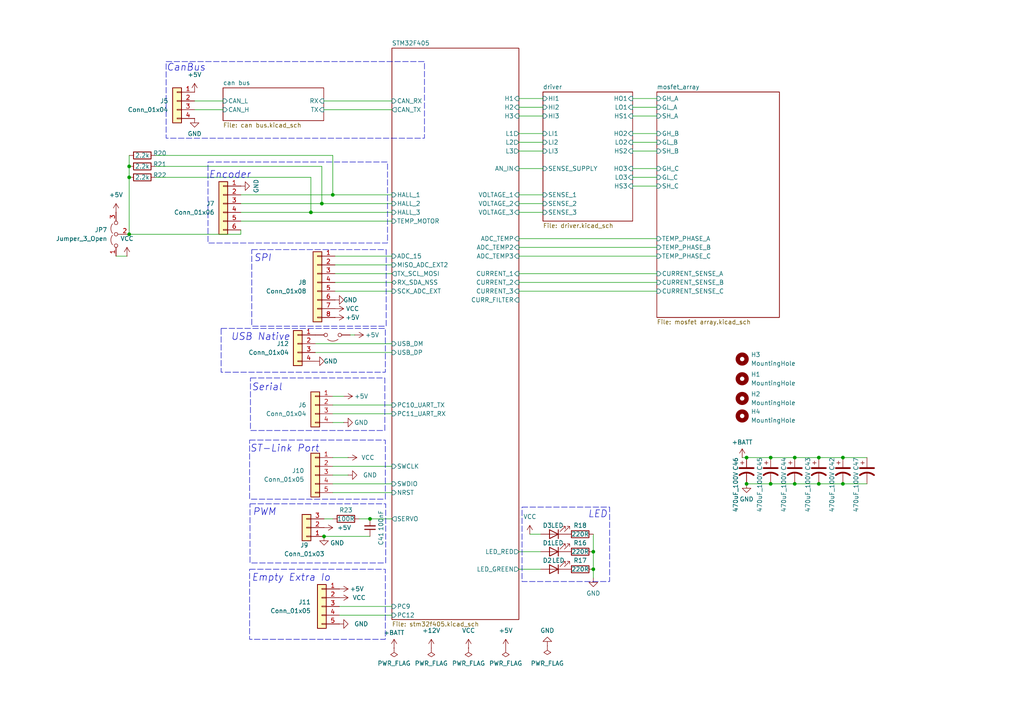
<source format=kicad_sch>
(kicad_sch
	(version 20231120)
	(generator "eeschema")
	(generator_version "8.0")
	(uuid "38373fd1-e86a-40b5-a566-d6ccba305043")
	(paper "A4")
	(lib_symbols
		(symbol "Connector_Generic:Conn_01x03"
			(pin_names
				(offset 1.016) hide)
			(exclude_from_sim no)
			(in_bom yes)
			(on_board yes)
			(property "Reference" "J"
				(at 0 5.08 0)
				(effects
					(font
						(size 1.27 1.27)
					)
				)
			)
			(property "Value" "Conn_01x03"
				(at 0 -5.08 0)
				(effects
					(font
						(size 1.27 1.27)
					)
				)
			)
			(property "Footprint" ""
				(at 0 0 0)
				(effects
					(font
						(size 1.27 1.27)
					)
					(hide yes)
				)
			)
			(property "Datasheet" "~"
				(at 0 0 0)
				(effects
					(font
						(size 1.27 1.27)
					)
					(hide yes)
				)
			)
			(property "Description" "Generic connector, single row, 01x03, script generated (kicad-library-utils/schlib/autogen/connector/)"
				(at 0 0 0)
				(effects
					(font
						(size 1.27 1.27)
					)
					(hide yes)
				)
			)
			(property "ki_keywords" "connector"
				(at 0 0 0)
				(effects
					(font
						(size 1.27 1.27)
					)
					(hide yes)
				)
			)
			(property "ki_fp_filters" "Connector*:*_1x??_*"
				(at 0 0 0)
				(effects
					(font
						(size 1.27 1.27)
					)
					(hide yes)
				)
			)
			(symbol "Conn_01x03_1_1"
				(rectangle
					(start -1.27 -2.413)
					(end 0 -2.667)
					(stroke
						(width 0.1524)
						(type default)
					)
					(fill
						(type none)
					)
				)
				(rectangle
					(start -1.27 0.127)
					(end 0 -0.127)
					(stroke
						(width 0.1524)
						(type default)
					)
					(fill
						(type none)
					)
				)
				(rectangle
					(start -1.27 2.667)
					(end 0 2.413)
					(stroke
						(width 0.1524)
						(type default)
					)
					(fill
						(type none)
					)
				)
				(rectangle
					(start -1.27 3.81)
					(end 1.27 -3.81)
					(stroke
						(width 0.254)
						(type default)
					)
					(fill
						(type background)
					)
				)
				(pin passive line
					(at -5.08 2.54 0)
					(length 3.81)
					(name "Pin_1"
						(effects
							(font
								(size 1.27 1.27)
							)
						)
					)
					(number "1"
						(effects
							(font
								(size 1.27 1.27)
							)
						)
					)
				)
				(pin passive line
					(at -5.08 0 0)
					(length 3.81)
					(name "Pin_2"
						(effects
							(font
								(size 1.27 1.27)
							)
						)
					)
					(number "2"
						(effects
							(font
								(size 1.27 1.27)
							)
						)
					)
				)
				(pin passive line
					(at -5.08 -2.54 0)
					(length 3.81)
					(name "Pin_3"
						(effects
							(font
								(size 1.27 1.27)
							)
						)
					)
					(number "3"
						(effects
							(font
								(size 1.27 1.27)
							)
						)
					)
				)
			)
		)
		(symbol "Connector_Generic:Conn_01x04"
			(pin_names
				(offset 1.016) hide)
			(exclude_from_sim no)
			(in_bom yes)
			(on_board yes)
			(property "Reference" "J"
				(at 0 5.08 0)
				(effects
					(font
						(size 1.27 1.27)
					)
				)
			)
			(property "Value" "Conn_01x04"
				(at 0 -7.62 0)
				(effects
					(font
						(size 1.27 1.27)
					)
				)
			)
			(property "Footprint" ""
				(at 0 0 0)
				(effects
					(font
						(size 1.27 1.27)
					)
					(hide yes)
				)
			)
			(property "Datasheet" "~"
				(at 0 0 0)
				(effects
					(font
						(size 1.27 1.27)
					)
					(hide yes)
				)
			)
			(property "Description" "Generic connector, single row, 01x04, script generated (kicad-library-utils/schlib/autogen/connector/)"
				(at 0 0 0)
				(effects
					(font
						(size 1.27 1.27)
					)
					(hide yes)
				)
			)
			(property "ki_keywords" "connector"
				(at 0 0 0)
				(effects
					(font
						(size 1.27 1.27)
					)
					(hide yes)
				)
			)
			(property "ki_fp_filters" "Connector*:*_1x??_*"
				(at 0 0 0)
				(effects
					(font
						(size 1.27 1.27)
					)
					(hide yes)
				)
			)
			(symbol "Conn_01x04_1_1"
				(rectangle
					(start -1.27 -4.953)
					(end 0 -5.207)
					(stroke
						(width 0.1524)
						(type default)
					)
					(fill
						(type none)
					)
				)
				(rectangle
					(start -1.27 -2.413)
					(end 0 -2.667)
					(stroke
						(width 0.1524)
						(type default)
					)
					(fill
						(type none)
					)
				)
				(rectangle
					(start -1.27 0.127)
					(end 0 -0.127)
					(stroke
						(width 0.1524)
						(type default)
					)
					(fill
						(type none)
					)
				)
				(rectangle
					(start -1.27 2.667)
					(end 0 2.413)
					(stroke
						(width 0.1524)
						(type default)
					)
					(fill
						(type none)
					)
				)
				(rectangle
					(start -1.27 3.81)
					(end 1.27 -6.35)
					(stroke
						(width 0.254)
						(type default)
					)
					(fill
						(type background)
					)
				)
				(pin passive line
					(at -5.08 2.54 0)
					(length 3.81)
					(name "Pin_1"
						(effects
							(font
								(size 1.27 1.27)
							)
						)
					)
					(number "1"
						(effects
							(font
								(size 1.27 1.27)
							)
						)
					)
				)
				(pin passive line
					(at -5.08 0 0)
					(length 3.81)
					(name "Pin_2"
						(effects
							(font
								(size 1.27 1.27)
							)
						)
					)
					(number "2"
						(effects
							(font
								(size 1.27 1.27)
							)
						)
					)
				)
				(pin passive line
					(at -5.08 -2.54 0)
					(length 3.81)
					(name "Pin_3"
						(effects
							(font
								(size 1.27 1.27)
							)
						)
					)
					(number "3"
						(effects
							(font
								(size 1.27 1.27)
							)
						)
					)
				)
				(pin passive line
					(at -5.08 -5.08 0)
					(length 3.81)
					(name "Pin_4"
						(effects
							(font
								(size 1.27 1.27)
							)
						)
					)
					(number "4"
						(effects
							(font
								(size 1.27 1.27)
							)
						)
					)
				)
			)
		)
		(symbol "Connector_Generic:Conn_01x05"
			(pin_names
				(offset 1.016) hide)
			(exclude_from_sim no)
			(in_bom yes)
			(on_board yes)
			(property "Reference" "J"
				(at 0 7.62 0)
				(effects
					(font
						(size 1.27 1.27)
					)
				)
			)
			(property "Value" "Conn_01x05"
				(at 0 -7.62 0)
				(effects
					(font
						(size 1.27 1.27)
					)
				)
			)
			(property "Footprint" ""
				(at 0 0 0)
				(effects
					(font
						(size 1.27 1.27)
					)
					(hide yes)
				)
			)
			(property "Datasheet" "~"
				(at 0 0 0)
				(effects
					(font
						(size 1.27 1.27)
					)
					(hide yes)
				)
			)
			(property "Description" "Generic connector, single row, 01x05, script generated (kicad-library-utils/schlib/autogen/connector/)"
				(at 0 0 0)
				(effects
					(font
						(size 1.27 1.27)
					)
					(hide yes)
				)
			)
			(property "ki_keywords" "connector"
				(at 0 0 0)
				(effects
					(font
						(size 1.27 1.27)
					)
					(hide yes)
				)
			)
			(property "ki_fp_filters" "Connector*:*_1x??_*"
				(at 0 0 0)
				(effects
					(font
						(size 1.27 1.27)
					)
					(hide yes)
				)
			)
			(symbol "Conn_01x05_1_1"
				(rectangle
					(start -1.27 -4.953)
					(end 0 -5.207)
					(stroke
						(width 0.1524)
						(type default)
					)
					(fill
						(type none)
					)
				)
				(rectangle
					(start -1.27 -2.413)
					(end 0 -2.667)
					(stroke
						(width 0.1524)
						(type default)
					)
					(fill
						(type none)
					)
				)
				(rectangle
					(start -1.27 0.127)
					(end 0 -0.127)
					(stroke
						(width 0.1524)
						(type default)
					)
					(fill
						(type none)
					)
				)
				(rectangle
					(start -1.27 2.667)
					(end 0 2.413)
					(stroke
						(width 0.1524)
						(type default)
					)
					(fill
						(type none)
					)
				)
				(rectangle
					(start -1.27 5.207)
					(end 0 4.953)
					(stroke
						(width 0.1524)
						(type default)
					)
					(fill
						(type none)
					)
				)
				(rectangle
					(start -1.27 6.35)
					(end 1.27 -6.35)
					(stroke
						(width 0.254)
						(type default)
					)
					(fill
						(type background)
					)
				)
				(pin passive line
					(at -5.08 5.08 0)
					(length 3.81)
					(name "Pin_1"
						(effects
							(font
								(size 1.27 1.27)
							)
						)
					)
					(number "1"
						(effects
							(font
								(size 1.27 1.27)
							)
						)
					)
				)
				(pin passive line
					(at -5.08 2.54 0)
					(length 3.81)
					(name "Pin_2"
						(effects
							(font
								(size 1.27 1.27)
							)
						)
					)
					(number "2"
						(effects
							(font
								(size 1.27 1.27)
							)
						)
					)
				)
				(pin passive line
					(at -5.08 0 0)
					(length 3.81)
					(name "Pin_3"
						(effects
							(font
								(size 1.27 1.27)
							)
						)
					)
					(number "3"
						(effects
							(font
								(size 1.27 1.27)
							)
						)
					)
				)
				(pin passive line
					(at -5.08 -2.54 0)
					(length 3.81)
					(name "Pin_4"
						(effects
							(font
								(size 1.27 1.27)
							)
						)
					)
					(number "4"
						(effects
							(font
								(size 1.27 1.27)
							)
						)
					)
				)
				(pin passive line
					(at -5.08 -5.08 0)
					(length 3.81)
					(name "Pin_5"
						(effects
							(font
								(size 1.27 1.27)
							)
						)
					)
					(number "5"
						(effects
							(font
								(size 1.27 1.27)
							)
						)
					)
				)
			)
		)
		(symbol "Connector_Generic:Conn_01x06"
			(pin_names
				(offset 1.016) hide)
			(exclude_from_sim no)
			(in_bom yes)
			(on_board yes)
			(property "Reference" "J"
				(at 0 7.62 0)
				(effects
					(font
						(size 1.27 1.27)
					)
				)
			)
			(property "Value" "Conn_01x06"
				(at 0 -10.16 0)
				(effects
					(font
						(size 1.27 1.27)
					)
				)
			)
			(property "Footprint" ""
				(at 0 0 0)
				(effects
					(font
						(size 1.27 1.27)
					)
					(hide yes)
				)
			)
			(property "Datasheet" "~"
				(at 0 0 0)
				(effects
					(font
						(size 1.27 1.27)
					)
					(hide yes)
				)
			)
			(property "Description" "Generic connector, single row, 01x06, script generated (kicad-library-utils/schlib/autogen/connector/)"
				(at 0 0 0)
				(effects
					(font
						(size 1.27 1.27)
					)
					(hide yes)
				)
			)
			(property "ki_keywords" "connector"
				(at 0 0 0)
				(effects
					(font
						(size 1.27 1.27)
					)
					(hide yes)
				)
			)
			(property "ki_fp_filters" "Connector*:*_1x??_*"
				(at 0 0 0)
				(effects
					(font
						(size 1.27 1.27)
					)
					(hide yes)
				)
			)
			(symbol "Conn_01x06_1_1"
				(rectangle
					(start -1.27 -7.493)
					(end 0 -7.747)
					(stroke
						(width 0.1524)
						(type default)
					)
					(fill
						(type none)
					)
				)
				(rectangle
					(start -1.27 -4.953)
					(end 0 -5.207)
					(stroke
						(width 0.1524)
						(type default)
					)
					(fill
						(type none)
					)
				)
				(rectangle
					(start -1.27 -2.413)
					(end 0 -2.667)
					(stroke
						(width 0.1524)
						(type default)
					)
					(fill
						(type none)
					)
				)
				(rectangle
					(start -1.27 0.127)
					(end 0 -0.127)
					(stroke
						(width 0.1524)
						(type default)
					)
					(fill
						(type none)
					)
				)
				(rectangle
					(start -1.27 2.667)
					(end 0 2.413)
					(stroke
						(width 0.1524)
						(type default)
					)
					(fill
						(type none)
					)
				)
				(rectangle
					(start -1.27 5.207)
					(end 0 4.953)
					(stroke
						(width 0.1524)
						(type default)
					)
					(fill
						(type none)
					)
				)
				(rectangle
					(start -1.27 6.35)
					(end 1.27 -8.89)
					(stroke
						(width 0.254)
						(type default)
					)
					(fill
						(type background)
					)
				)
				(pin passive line
					(at -5.08 5.08 0)
					(length 3.81)
					(name "Pin_1"
						(effects
							(font
								(size 1.27 1.27)
							)
						)
					)
					(number "1"
						(effects
							(font
								(size 1.27 1.27)
							)
						)
					)
				)
				(pin passive line
					(at -5.08 2.54 0)
					(length 3.81)
					(name "Pin_2"
						(effects
							(font
								(size 1.27 1.27)
							)
						)
					)
					(number "2"
						(effects
							(font
								(size 1.27 1.27)
							)
						)
					)
				)
				(pin passive line
					(at -5.08 0 0)
					(length 3.81)
					(name "Pin_3"
						(effects
							(font
								(size 1.27 1.27)
							)
						)
					)
					(number "3"
						(effects
							(font
								(size 1.27 1.27)
							)
						)
					)
				)
				(pin passive line
					(at -5.08 -2.54 0)
					(length 3.81)
					(name "Pin_4"
						(effects
							(font
								(size 1.27 1.27)
							)
						)
					)
					(number "4"
						(effects
							(font
								(size 1.27 1.27)
							)
						)
					)
				)
				(pin passive line
					(at -5.08 -5.08 0)
					(length 3.81)
					(name "Pin_5"
						(effects
							(font
								(size 1.27 1.27)
							)
						)
					)
					(number "5"
						(effects
							(font
								(size 1.27 1.27)
							)
						)
					)
				)
				(pin passive line
					(at -5.08 -7.62 0)
					(length 3.81)
					(name "Pin_6"
						(effects
							(font
								(size 1.27 1.27)
							)
						)
					)
					(number "6"
						(effects
							(font
								(size 1.27 1.27)
							)
						)
					)
				)
			)
		)
		(symbol "Connector_Generic:Conn_01x08"
			(pin_names
				(offset 1.016) hide)
			(exclude_from_sim no)
			(in_bom yes)
			(on_board yes)
			(property "Reference" "J"
				(at 0 10.16 0)
				(effects
					(font
						(size 1.27 1.27)
					)
				)
			)
			(property "Value" "Conn_01x08"
				(at 0 -12.7 0)
				(effects
					(font
						(size 1.27 1.27)
					)
				)
			)
			(property "Footprint" ""
				(at 0 0 0)
				(effects
					(font
						(size 1.27 1.27)
					)
					(hide yes)
				)
			)
			(property "Datasheet" "~"
				(at 0 0 0)
				(effects
					(font
						(size 1.27 1.27)
					)
					(hide yes)
				)
			)
			(property "Description" "Generic connector, single row, 01x08, script generated (kicad-library-utils/schlib/autogen/connector/)"
				(at 0 0 0)
				(effects
					(font
						(size 1.27 1.27)
					)
					(hide yes)
				)
			)
			(property "ki_keywords" "connector"
				(at 0 0 0)
				(effects
					(font
						(size 1.27 1.27)
					)
					(hide yes)
				)
			)
			(property "ki_fp_filters" "Connector*:*_1x??_*"
				(at 0 0 0)
				(effects
					(font
						(size 1.27 1.27)
					)
					(hide yes)
				)
			)
			(symbol "Conn_01x08_1_1"
				(rectangle
					(start -1.27 -10.033)
					(end 0 -10.287)
					(stroke
						(width 0.1524)
						(type default)
					)
					(fill
						(type none)
					)
				)
				(rectangle
					(start -1.27 -7.493)
					(end 0 -7.747)
					(stroke
						(width 0.1524)
						(type default)
					)
					(fill
						(type none)
					)
				)
				(rectangle
					(start -1.27 -4.953)
					(end 0 -5.207)
					(stroke
						(width 0.1524)
						(type default)
					)
					(fill
						(type none)
					)
				)
				(rectangle
					(start -1.27 -2.413)
					(end 0 -2.667)
					(stroke
						(width 0.1524)
						(type default)
					)
					(fill
						(type none)
					)
				)
				(rectangle
					(start -1.27 0.127)
					(end 0 -0.127)
					(stroke
						(width 0.1524)
						(type default)
					)
					(fill
						(type none)
					)
				)
				(rectangle
					(start -1.27 2.667)
					(end 0 2.413)
					(stroke
						(width 0.1524)
						(type default)
					)
					(fill
						(type none)
					)
				)
				(rectangle
					(start -1.27 5.207)
					(end 0 4.953)
					(stroke
						(width 0.1524)
						(type default)
					)
					(fill
						(type none)
					)
				)
				(rectangle
					(start -1.27 7.747)
					(end 0 7.493)
					(stroke
						(width 0.1524)
						(type default)
					)
					(fill
						(type none)
					)
				)
				(rectangle
					(start -1.27 8.89)
					(end 1.27 -11.43)
					(stroke
						(width 0.254)
						(type default)
					)
					(fill
						(type background)
					)
				)
				(pin passive line
					(at -5.08 7.62 0)
					(length 3.81)
					(name "Pin_1"
						(effects
							(font
								(size 1.27 1.27)
							)
						)
					)
					(number "1"
						(effects
							(font
								(size 1.27 1.27)
							)
						)
					)
				)
				(pin passive line
					(at -5.08 5.08 0)
					(length 3.81)
					(name "Pin_2"
						(effects
							(font
								(size 1.27 1.27)
							)
						)
					)
					(number "2"
						(effects
							(font
								(size 1.27 1.27)
							)
						)
					)
				)
				(pin passive line
					(at -5.08 2.54 0)
					(length 3.81)
					(name "Pin_3"
						(effects
							(font
								(size 1.27 1.27)
							)
						)
					)
					(number "3"
						(effects
							(font
								(size 1.27 1.27)
							)
						)
					)
				)
				(pin passive line
					(at -5.08 0 0)
					(length 3.81)
					(name "Pin_4"
						(effects
							(font
								(size 1.27 1.27)
							)
						)
					)
					(number "4"
						(effects
							(font
								(size 1.27 1.27)
							)
						)
					)
				)
				(pin passive line
					(at -5.08 -2.54 0)
					(length 3.81)
					(name "Pin_5"
						(effects
							(font
								(size 1.27 1.27)
							)
						)
					)
					(number "5"
						(effects
							(font
								(size 1.27 1.27)
							)
						)
					)
				)
				(pin passive line
					(at -5.08 -5.08 0)
					(length 3.81)
					(name "Pin_6"
						(effects
							(font
								(size 1.27 1.27)
							)
						)
					)
					(number "6"
						(effects
							(font
								(size 1.27 1.27)
							)
						)
					)
				)
				(pin passive line
					(at -5.08 -7.62 0)
					(length 3.81)
					(name "Pin_7"
						(effects
							(font
								(size 1.27 1.27)
							)
						)
					)
					(number "7"
						(effects
							(font
								(size 1.27 1.27)
							)
						)
					)
				)
				(pin passive line
					(at -5.08 -10.16 0)
					(length 3.81)
					(name "Pin_8"
						(effects
							(font
								(size 1.27 1.27)
							)
						)
					)
					(number "8"
						(effects
							(font
								(size 1.27 1.27)
							)
						)
					)
				)
			)
		)
		(symbol "Device:C_Polarized_US"
			(pin_numbers hide)
			(pin_names
				(offset 0.254) hide)
			(exclude_from_sim no)
			(in_bom yes)
			(on_board yes)
			(property "Reference" "C"
				(at 0.635 2.54 0)
				(effects
					(font
						(size 1.27 1.27)
					)
					(justify left)
				)
			)
			(property "Value" "C_Polarized_US"
				(at 0.635 -2.54 0)
				(effects
					(font
						(size 1.27 1.27)
					)
					(justify left)
				)
			)
			(property "Footprint" ""
				(at 0 0 0)
				(effects
					(font
						(size 1.27 1.27)
					)
					(hide yes)
				)
			)
			(property "Datasheet" "~"
				(at 0 0 0)
				(effects
					(font
						(size 1.27 1.27)
					)
					(hide yes)
				)
			)
			(property "Description" "Polarized capacitor, US symbol"
				(at 0 0 0)
				(effects
					(font
						(size 1.27 1.27)
					)
					(hide yes)
				)
			)
			(property "ki_keywords" "cap capacitor"
				(at 0 0 0)
				(effects
					(font
						(size 1.27 1.27)
					)
					(hide yes)
				)
			)
			(property "ki_fp_filters" "CP_*"
				(at 0 0 0)
				(effects
					(font
						(size 1.27 1.27)
					)
					(hide yes)
				)
			)
			(symbol "C_Polarized_US_0_1"
				(polyline
					(pts
						(xy -2.032 0.762) (xy 2.032 0.762)
					)
					(stroke
						(width 0.508)
						(type default)
					)
					(fill
						(type none)
					)
				)
				(polyline
					(pts
						(xy -1.778 2.286) (xy -0.762 2.286)
					)
					(stroke
						(width 0)
						(type default)
					)
					(fill
						(type none)
					)
				)
				(polyline
					(pts
						(xy -1.27 1.778) (xy -1.27 2.794)
					)
					(stroke
						(width 0)
						(type default)
					)
					(fill
						(type none)
					)
				)
				(arc
					(start 2.032 -1.27)
					(mid 0 -0.5572)
					(end -2.032 -1.27)
					(stroke
						(width 0.508)
						(type default)
					)
					(fill
						(type none)
					)
				)
			)
			(symbol "C_Polarized_US_1_1"
				(pin passive line
					(at 0 3.81 270)
					(length 2.794)
					(name "~"
						(effects
							(font
								(size 1.27 1.27)
							)
						)
					)
					(number "1"
						(effects
							(font
								(size 1.27 1.27)
							)
						)
					)
				)
				(pin passive line
					(at 0 -3.81 90)
					(length 3.302)
					(name "~"
						(effects
							(font
								(size 1.27 1.27)
							)
						)
					)
					(number "2"
						(effects
							(font
								(size 1.27 1.27)
							)
						)
					)
				)
			)
		)
		(symbol "Device:C_Small"
			(pin_numbers hide)
			(pin_names
				(offset 0.254) hide)
			(exclude_from_sim no)
			(in_bom yes)
			(on_board yes)
			(property "Reference" "C"
				(at 0.254 1.778 0)
				(effects
					(font
						(size 1.27 1.27)
					)
					(justify left)
				)
			)
			(property "Value" "C_Small"
				(at 0.254 -2.032 0)
				(effects
					(font
						(size 1.27 1.27)
					)
					(justify left)
				)
			)
			(property "Footprint" ""
				(at 0 0 0)
				(effects
					(font
						(size 1.27 1.27)
					)
					(hide yes)
				)
			)
			(property "Datasheet" "~"
				(at 0 0 0)
				(effects
					(font
						(size 1.27 1.27)
					)
					(hide yes)
				)
			)
			(property "Description" "Unpolarized capacitor, small symbol"
				(at 0 0 0)
				(effects
					(font
						(size 1.27 1.27)
					)
					(hide yes)
				)
			)
			(property "ki_keywords" "capacitor cap"
				(at 0 0 0)
				(effects
					(font
						(size 1.27 1.27)
					)
					(hide yes)
				)
			)
			(property "ki_fp_filters" "C_*"
				(at 0 0 0)
				(effects
					(font
						(size 1.27 1.27)
					)
					(hide yes)
				)
			)
			(symbol "C_Small_0_1"
				(polyline
					(pts
						(xy -1.524 -0.508) (xy 1.524 -0.508)
					)
					(stroke
						(width 0.3302)
						(type default)
					)
					(fill
						(type none)
					)
				)
				(polyline
					(pts
						(xy -1.524 0.508) (xy 1.524 0.508)
					)
					(stroke
						(width 0.3048)
						(type default)
					)
					(fill
						(type none)
					)
				)
			)
			(symbol "C_Small_1_1"
				(pin passive line
					(at 0 2.54 270)
					(length 2.032)
					(name "~"
						(effects
							(font
								(size 1.27 1.27)
							)
						)
					)
					(number "1"
						(effects
							(font
								(size 1.27 1.27)
							)
						)
					)
				)
				(pin passive line
					(at 0 -2.54 90)
					(length 2.032)
					(name "~"
						(effects
							(font
								(size 1.27 1.27)
							)
						)
					)
					(number "2"
						(effects
							(font
								(size 1.27 1.27)
							)
						)
					)
				)
			)
		)
		(symbol "Device:LED"
			(pin_numbers hide)
			(pin_names
				(offset 1.016) hide)
			(exclude_from_sim no)
			(in_bom yes)
			(on_board yes)
			(property "Reference" "D"
				(at 0 2.54 0)
				(effects
					(font
						(size 1.27 1.27)
					)
				)
			)
			(property "Value" "LED"
				(at 0 -2.54 0)
				(effects
					(font
						(size 1.27 1.27)
					)
				)
			)
			(property "Footprint" ""
				(at 0 0 0)
				(effects
					(font
						(size 1.27 1.27)
					)
					(hide yes)
				)
			)
			(property "Datasheet" "~"
				(at 0 0 0)
				(effects
					(font
						(size 1.27 1.27)
					)
					(hide yes)
				)
			)
			(property "Description" "Light emitting diode"
				(at 0 0 0)
				(effects
					(font
						(size 1.27 1.27)
					)
					(hide yes)
				)
			)
			(property "ki_keywords" "LED diode"
				(at 0 0 0)
				(effects
					(font
						(size 1.27 1.27)
					)
					(hide yes)
				)
			)
			(property "ki_fp_filters" "LED* LED_SMD:* LED_THT:*"
				(at 0 0 0)
				(effects
					(font
						(size 1.27 1.27)
					)
					(hide yes)
				)
			)
			(symbol "LED_0_1"
				(polyline
					(pts
						(xy -1.27 -1.27) (xy -1.27 1.27)
					)
					(stroke
						(width 0.254)
						(type default)
					)
					(fill
						(type none)
					)
				)
				(polyline
					(pts
						(xy -1.27 0) (xy 1.27 0)
					)
					(stroke
						(width 0)
						(type default)
					)
					(fill
						(type none)
					)
				)
				(polyline
					(pts
						(xy 1.27 -1.27) (xy 1.27 1.27) (xy -1.27 0) (xy 1.27 -1.27)
					)
					(stroke
						(width 0.254)
						(type default)
					)
					(fill
						(type none)
					)
				)
				(polyline
					(pts
						(xy -3.048 -0.762) (xy -4.572 -2.286) (xy -3.81 -2.286) (xy -4.572 -2.286) (xy -4.572 -1.524)
					)
					(stroke
						(width 0)
						(type default)
					)
					(fill
						(type none)
					)
				)
				(polyline
					(pts
						(xy -1.778 -0.762) (xy -3.302 -2.286) (xy -2.54 -2.286) (xy -3.302 -2.286) (xy -3.302 -1.524)
					)
					(stroke
						(width 0)
						(type default)
					)
					(fill
						(type none)
					)
				)
			)
			(symbol "LED_1_1"
				(pin passive line
					(at -3.81 0 0)
					(length 2.54)
					(name "K"
						(effects
							(font
								(size 1.27 1.27)
							)
						)
					)
					(number "1"
						(effects
							(font
								(size 1.27 1.27)
							)
						)
					)
				)
				(pin passive line
					(at 3.81 0 180)
					(length 2.54)
					(name "A"
						(effects
							(font
								(size 1.27 1.27)
							)
						)
					)
					(number "2"
						(effects
							(font
								(size 1.27 1.27)
							)
						)
					)
				)
			)
		)
		(symbol "Device:R"
			(pin_numbers hide)
			(pin_names
				(offset 0)
			)
			(exclude_from_sim no)
			(in_bom yes)
			(on_board yes)
			(property "Reference" "R"
				(at 2.032 0 90)
				(effects
					(font
						(size 1.27 1.27)
					)
				)
			)
			(property "Value" "R"
				(at 0 0 90)
				(effects
					(font
						(size 1.27 1.27)
					)
				)
			)
			(property "Footprint" ""
				(at -1.778 0 90)
				(effects
					(font
						(size 1.27 1.27)
					)
					(hide yes)
				)
			)
			(property "Datasheet" "~"
				(at 0 0 0)
				(effects
					(font
						(size 1.27 1.27)
					)
					(hide yes)
				)
			)
			(property "Description" "Resistor"
				(at 0 0 0)
				(effects
					(font
						(size 1.27 1.27)
					)
					(hide yes)
				)
			)
			(property "ki_keywords" "R res resistor"
				(at 0 0 0)
				(effects
					(font
						(size 1.27 1.27)
					)
					(hide yes)
				)
			)
			(property "ki_fp_filters" "R_*"
				(at 0 0 0)
				(effects
					(font
						(size 1.27 1.27)
					)
					(hide yes)
				)
			)
			(symbol "R_0_1"
				(rectangle
					(start -1.016 -2.54)
					(end 1.016 2.54)
					(stroke
						(width 0.254)
						(type default)
					)
					(fill
						(type none)
					)
				)
			)
			(symbol "R_1_1"
				(pin passive line
					(at 0 3.81 270)
					(length 1.27)
					(name "~"
						(effects
							(font
								(size 1.27 1.27)
							)
						)
					)
					(number "1"
						(effects
							(font
								(size 1.27 1.27)
							)
						)
					)
				)
				(pin passive line
					(at 0 -3.81 90)
					(length 1.27)
					(name "~"
						(effects
							(font
								(size 1.27 1.27)
							)
						)
					)
					(number "2"
						(effects
							(font
								(size 1.27 1.27)
							)
						)
					)
				)
			)
		)
		(symbol "Jumper:Jumper_2_Open"
			(pin_numbers hide)
			(pin_names
				(offset 0) hide)
			(exclude_from_sim yes)
			(in_bom yes)
			(on_board yes)
			(property "Reference" "JP"
				(at 0 2.794 0)
				(effects
					(font
						(size 1.27 1.27)
					)
				)
			)
			(property "Value" "Jumper_2_Open"
				(at 0 -2.286 0)
				(effects
					(font
						(size 1.27 1.27)
					)
				)
			)
			(property "Footprint" ""
				(at 0 0 0)
				(effects
					(font
						(size 1.27 1.27)
					)
					(hide yes)
				)
			)
			(property "Datasheet" "~"
				(at 0 0 0)
				(effects
					(font
						(size 1.27 1.27)
					)
					(hide yes)
				)
			)
			(property "Description" "Jumper, 2-pole, open"
				(at 0 0 0)
				(effects
					(font
						(size 1.27 1.27)
					)
					(hide yes)
				)
			)
			(property "ki_keywords" "Jumper SPST"
				(at 0 0 0)
				(effects
					(font
						(size 1.27 1.27)
					)
					(hide yes)
				)
			)
			(property "ki_fp_filters" "Jumper* TestPoint*2Pads* TestPoint*Bridge*"
				(at 0 0 0)
				(effects
					(font
						(size 1.27 1.27)
					)
					(hide yes)
				)
			)
			(symbol "Jumper_2_Open_0_0"
				(circle
					(center -2.032 0)
					(radius 0.508)
					(stroke
						(width 0)
						(type default)
					)
					(fill
						(type none)
					)
				)
				(circle
					(center 2.032 0)
					(radius 0.508)
					(stroke
						(width 0)
						(type default)
					)
					(fill
						(type none)
					)
				)
			)
			(symbol "Jumper_2_Open_0_1"
				(arc
					(start 1.524 1.27)
					(mid 0 1.778)
					(end -1.524 1.27)
					(stroke
						(width 0)
						(type default)
					)
					(fill
						(type none)
					)
				)
			)
			(symbol "Jumper_2_Open_1_1"
				(pin passive line
					(at -5.08 0 0)
					(length 2.54)
					(name "A"
						(effects
							(font
								(size 1.27 1.27)
							)
						)
					)
					(number "1"
						(effects
							(font
								(size 1.27 1.27)
							)
						)
					)
				)
				(pin passive line
					(at 5.08 0 180)
					(length 2.54)
					(name "B"
						(effects
							(font
								(size 1.27 1.27)
							)
						)
					)
					(number "2"
						(effects
							(font
								(size 1.27 1.27)
							)
						)
					)
				)
			)
		)
		(symbol "Jumper:Jumper_3_Open"
			(pin_names
				(offset 0) hide)
			(exclude_from_sim yes)
			(in_bom no)
			(on_board yes)
			(property "Reference" "JP"
				(at -2.54 -2.54 0)
				(effects
					(font
						(size 1.27 1.27)
					)
				)
			)
			(property "Value" "Jumper_3_Open"
				(at 0 2.794 0)
				(effects
					(font
						(size 1.27 1.27)
					)
				)
			)
			(property "Footprint" ""
				(at 0 0 0)
				(effects
					(font
						(size 1.27 1.27)
					)
					(hide yes)
				)
			)
			(property "Datasheet" "~"
				(at 0 0 0)
				(effects
					(font
						(size 1.27 1.27)
					)
					(hide yes)
				)
			)
			(property "Description" "Jumper, 3-pole, both open"
				(at 0 0 0)
				(effects
					(font
						(size 1.27 1.27)
					)
					(hide yes)
				)
			)
			(property "ki_keywords" "Jumper SPDT"
				(at 0 0 0)
				(effects
					(font
						(size 1.27 1.27)
					)
					(hide yes)
				)
			)
			(property "ki_fp_filters" "Jumper* TestPoint*3Pads* TestPoint*Bridge*"
				(at 0 0 0)
				(effects
					(font
						(size 1.27 1.27)
					)
					(hide yes)
				)
			)
			(symbol "Jumper_3_Open_0_0"
				(circle
					(center -3.302 0)
					(radius 0.508)
					(stroke
						(width 0)
						(type default)
					)
					(fill
						(type none)
					)
				)
				(circle
					(center 0 0)
					(radius 0.508)
					(stroke
						(width 0)
						(type default)
					)
					(fill
						(type none)
					)
				)
				(circle
					(center 3.302 0)
					(radius 0.508)
					(stroke
						(width 0)
						(type default)
					)
					(fill
						(type none)
					)
				)
			)
			(symbol "Jumper_3_Open_0_1"
				(arc
					(start -0.254 1.016)
					(mid -1.651 1.4992)
					(end -3.048 1.016)
					(stroke
						(width 0)
						(type default)
					)
					(fill
						(type none)
					)
				)
				(polyline
					(pts
						(xy 0 -0.508) (xy 0 -1.27)
					)
					(stroke
						(width 0)
						(type default)
					)
					(fill
						(type none)
					)
				)
				(arc
					(start 3.048 1.016)
					(mid 1.651 1.4992)
					(end 0.254 1.016)
					(stroke
						(width 0)
						(type default)
					)
					(fill
						(type none)
					)
				)
			)
			(symbol "Jumper_3_Open_1_1"
				(pin passive line
					(at -6.35 0 0)
					(length 2.54)
					(name "A"
						(effects
							(font
								(size 1.27 1.27)
							)
						)
					)
					(number "1"
						(effects
							(font
								(size 1.27 1.27)
							)
						)
					)
				)
				(pin passive line
					(at 0 -3.81 90)
					(length 2.54)
					(name "C"
						(effects
							(font
								(size 1.27 1.27)
							)
						)
					)
					(number "2"
						(effects
							(font
								(size 1.27 1.27)
							)
						)
					)
				)
				(pin passive line
					(at 6.35 0 180)
					(length 2.54)
					(name "B"
						(effects
							(font
								(size 1.27 1.27)
							)
						)
					)
					(number "3"
						(effects
							(font
								(size 1.27 1.27)
							)
						)
					)
				)
			)
		)
		(symbol "Mechanical:MountingHole"
			(pin_names
				(offset 1.016)
			)
			(exclude_from_sim yes)
			(in_bom no)
			(on_board yes)
			(property "Reference" "H"
				(at 0 5.08 0)
				(effects
					(font
						(size 1.27 1.27)
					)
				)
			)
			(property "Value" "MountingHole"
				(at 0 3.175 0)
				(effects
					(font
						(size 1.27 1.27)
					)
				)
			)
			(property "Footprint" ""
				(at 0 0 0)
				(effects
					(font
						(size 1.27 1.27)
					)
					(hide yes)
				)
			)
			(property "Datasheet" "~"
				(at 0 0 0)
				(effects
					(font
						(size 1.27 1.27)
					)
					(hide yes)
				)
			)
			(property "Description" "Mounting Hole without connection"
				(at 0 0 0)
				(effects
					(font
						(size 1.27 1.27)
					)
					(hide yes)
				)
			)
			(property "ki_keywords" "mounting hole"
				(at 0 0 0)
				(effects
					(font
						(size 1.27 1.27)
					)
					(hide yes)
				)
			)
			(property "ki_fp_filters" "MountingHole*"
				(at 0 0 0)
				(effects
					(font
						(size 1.27 1.27)
					)
					(hide yes)
				)
			)
			(symbol "MountingHole_0_1"
				(circle
					(center 0 0)
					(radius 1.27)
					(stroke
						(width 1.27)
						(type default)
					)
					(fill
						(type none)
					)
				)
			)
		)
		(symbol "power:+12V"
			(power)
			(pin_numbers hide)
			(pin_names
				(offset 0) hide)
			(exclude_from_sim no)
			(in_bom yes)
			(on_board yes)
			(property "Reference" "#PWR"
				(at 0 -3.81 0)
				(effects
					(font
						(size 1.27 1.27)
					)
					(hide yes)
				)
			)
			(property "Value" "+12V"
				(at 0 3.556 0)
				(effects
					(font
						(size 1.27 1.27)
					)
				)
			)
			(property "Footprint" ""
				(at 0 0 0)
				(effects
					(font
						(size 1.27 1.27)
					)
					(hide yes)
				)
			)
			(property "Datasheet" ""
				(at 0 0 0)
				(effects
					(font
						(size 1.27 1.27)
					)
					(hide yes)
				)
			)
			(property "Description" "Power symbol creates a global label with name \"+12V\""
				(at 0 0 0)
				(effects
					(font
						(size 1.27 1.27)
					)
					(hide yes)
				)
			)
			(property "ki_keywords" "global power"
				(at 0 0 0)
				(effects
					(font
						(size 1.27 1.27)
					)
					(hide yes)
				)
			)
			(symbol "+12V_0_1"
				(polyline
					(pts
						(xy -0.762 1.27) (xy 0 2.54)
					)
					(stroke
						(width 0)
						(type default)
					)
					(fill
						(type none)
					)
				)
				(polyline
					(pts
						(xy 0 0) (xy 0 2.54)
					)
					(stroke
						(width 0)
						(type default)
					)
					(fill
						(type none)
					)
				)
				(polyline
					(pts
						(xy 0 2.54) (xy 0.762 1.27)
					)
					(stroke
						(width 0)
						(type default)
					)
					(fill
						(type none)
					)
				)
			)
			(symbol "+12V_1_1"
				(pin power_in line
					(at 0 0 90)
					(length 0)
					(name "~"
						(effects
							(font
								(size 1.27 1.27)
							)
						)
					)
					(number "1"
						(effects
							(font
								(size 1.27 1.27)
							)
						)
					)
				)
			)
		)
		(symbol "power:+5V"
			(power)
			(pin_numbers hide)
			(pin_names
				(offset 0) hide)
			(exclude_from_sim no)
			(in_bom yes)
			(on_board yes)
			(property "Reference" "#PWR"
				(at 0 -3.81 0)
				(effects
					(font
						(size 1.27 1.27)
					)
					(hide yes)
				)
			)
			(property "Value" "+5V"
				(at 0 3.556 0)
				(effects
					(font
						(size 1.27 1.27)
					)
				)
			)
			(property "Footprint" ""
				(at 0 0 0)
				(effects
					(font
						(size 1.27 1.27)
					)
					(hide yes)
				)
			)
			(property "Datasheet" ""
				(at 0 0 0)
				(effects
					(font
						(size 1.27 1.27)
					)
					(hide yes)
				)
			)
			(property "Description" "Power symbol creates a global label with name \"+5V\""
				(at 0 0 0)
				(effects
					(font
						(size 1.27 1.27)
					)
					(hide yes)
				)
			)
			(property "ki_keywords" "global power"
				(at 0 0 0)
				(effects
					(font
						(size 1.27 1.27)
					)
					(hide yes)
				)
			)
			(symbol "+5V_0_1"
				(polyline
					(pts
						(xy -0.762 1.27) (xy 0 2.54)
					)
					(stroke
						(width 0)
						(type default)
					)
					(fill
						(type none)
					)
				)
				(polyline
					(pts
						(xy 0 0) (xy 0 2.54)
					)
					(stroke
						(width 0)
						(type default)
					)
					(fill
						(type none)
					)
				)
				(polyline
					(pts
						(xy 0 2.54) (xy 0.762 1.27)
					)
					(stroke
						(width 0)
						(type default)
					)
					(fill
						(type none)
					)
				)
			)
			(symbol "+5V_1_1"
				(pin power_in line
					(at 0 0 90)
					(length 0)
					(name "~"
						(effects
							(font
								(size 1.27 1.27)
							)
						)
					)
					(number "1"
						(effects
							(font
								(size 1.27 1.27)
							)
						)
					)
				)
			)
		)
		(symbol "power:+BATT"
			(power)
			(pin_numbers hide)
			(pin_names
				(offset 0) hide)
			(exclude_from_sim no)
			(in_bom yes)
			(on_board yes)
			(property "Reference" "#PWR"
				(at 0 -3.81 0)
				(effects
					(font
						(size 1.27 1.27)
					)
					(hide yes)
				)
			)
			(property "Value" "+BATT"
				(at 0 3.556 0)
				(effects
					(font
						(size 1.27 1.27)
					)
				)
			)
			(property "Footprint" ""
				(at 0 0 0)
				(effects
					(font
						(size 1.27 1.27)
					)
					(hide yes)
				)
			)
			(property "Datasheet" ""
				(at 0 0 0)
				(effects
					(font
						(size 1.27 1.27)
					)
					(hide yes)
				)
			)
			(property "Description" "Power symbol creates a global label with name \"+BATT\""
				(at 0 0 0)
				(effects
					(font
						(size 1.27 1.27)
					)
					(hide yes)
				)
			)
			(property "ki_keywords" "global power battery"
				(at 0 0 0)
				(effects
					(font
						(size 1.27 1.27)
					)
					(hide yes)
				)
			)
			(symbol "+BATT_0_1"
				(polyline
					(pts
						(xy -0.762 1.27) (xy 0 2.54)
					)
					(stroke
						(width 0)
						(type default)
					)
					(fill
						(type none)
					)
				)
				(polyline
					(pts
						(xy 0 0) (xy 0 2.54)
					)
					(stroke
						(width 0)
						(type default)
					)
					(fill
						(type none)
					)
				)
				(polyline
					(pts
						(xy 0 2.54) (xy 0.762 1.27)
					)
					(stroke
						(width 0)
						(type default)
					)
					(fill
						(type none)
					)
				)
			)
			(symbol "+BATT_1_1"
				(pin power_in line
					(at 0 0 90)
					(length 0)
					(name "~"
						(effects
							(font
								(size 1.27 1.27)
							)
						)
					)
					(number "1"
						(effects
							(font
								(size 1.27 1.27)
							)
						)
					)
				)
			)
		)
		(symbol "power:GND"
			(power)
			(pin_numbers hide)
			(pin_names
				(offset 0) hide)
			(exclude_from_sim no)
			(in_bom yes)
			(on_board yes)
			(property "Reference" "#PWR"
				(at 0 -6.35 0)
				(effects
					(font
						(size 1.27 1.27)
					)
					(hide yes)
				)
			)
			(property "Value" "GND"
				(at 0 -3.81 0)
				(effects
					(font
						(size 1.27 1.27)
					)
				)
			)
			(property "Footprint" ""
				(at 0 0 0)
				(effects
					(font
						(size 1.27 1.27)
					)
					(hide yes)
				)
			)
			(property "Datasheet" ""
				(at 0 0 0)
				(effects
					(font
						(size 1.27 1.27)
					)
					(hide yes)
				)
			)
			(property "Description" "Power symbol creates a global label with name \"GND\" , ground"
				(at 0 0 0)
				(effects
					(font
						(size 1.27 1.27)
					)
					(hide yes)
				)
			)
			(property "ki_keywords" "global power"
				(at 0 0 0)
				(effects
					(font
						(size 1.27 1.27)
					)
					(hide yes)
				)
			)
			(symbol "GND_0_1"
				(polyline
					(pts
						(xy 0 0) (xy 0 -1.27) (xy 1.27 -1.27) (xy 0 -2.54) (xy -1.27 -1.27) (xy 0 -1.27)
					)
					(stroke
						(width 0)
						(type default)
					)
					(fill
						(type none)
					)
				)
			)
			(symbol "GND_1_1"
				(pin power_in line
					(at 0 0 270)
					(length 0)
					(name "~"
						(effects
							(font
								(size 1.27 1.27)
							)
						)
					)
					(number "1"
						(effects
							(font
								(size 1.27 1.27)
							)
						)
					)
				)
			)
		)
		(symbol "power:PWR_FLAG"
			(power)
			(pin_numbers hide)
			(pin_names
				(offset 0) hide)
			(exclude_from_sim no)
			(in_bom yes)
			(on_board yes)
			(property "Reference" "#FLG"
				(at 0 1.905 0)
				(effects
					(font
						(size 1.27 1.27)
					)
					(hide yes)
				)
			)
			(property "Value" "PWR_FLAG"
				(at 0 3.81 0)
				(effects
					(font
						(size 1.27 1.27)
					)
				)
			)
			(property "Footprint" ""
				(at 0 0 0)
				(effects
					(font
						(size 1.27 1.27)
					)
					(hide yes)
				)
			)
			(property "Datasheet" "~"
				(at 0 0 0)
				(effects
					(font
						(size 1.27 1.27)
					)
					(hide yes)
				)
			)
			(property "Description" "Special symbol for telling ERC where power comes from"
				(at 0 0 0)
				(effects
					(font
						(size 1.27 1.27)
					)
					(hide yes)
				)
			)
			(property "ki_keywords" "flag power"
				(at 0 0 0)
				(effects
					(font
						(size 1.27 1.27)
					)
					(hide yes)
				)
			)
			(symbol "PWR_FLAG_0_0"
				(pin power_out line
					(at 0 0 90)
					(length 0)
					(name "~"
						(effects
							(font
								(size 1.27 1.27)
							)
						)
					)
					(number "1"
						(effects
							(font
								(size 1.27 1.27)
							)
						)
					)
				)
			)
			(symbol "PWR_FLAG_0_1"
				(polyline
					(pts
						(xy 0 0) (xy 0 1.27) (xy -1.016 1.905) (xy 0 2.54) (xy 1.016 1.905) (xy 0 1.27)
					)
					(stroke
						(width 0)
						(type default)
					)
					(fill
						(type none)
					)
				)
			)
		)
		(symbol "power:VCC"
			(power)
			(pin_numbers hide)
			(pin_names
				(offset 0) hide)
			(exclude_from_sim no)
			(in_bom yes)
			(on_board yes)
			(property "Reference" "#PWR"
				(at 0 -3.81 0)
				(effects
					(font
						(size 1.27 1.27)
					)
					(hide yes)
				)
			)
			(property "Value" "VCC"
				(at 0 3.556 0)
				(effects
					(font
						(size 1.27 1.27)
					)
				)
			)
			(property "Footprint" ""
				(at 0 0 0)
				(effects
					(font
						(size 1.27 1.27)
					)
					(hide yes)
				)
			)
			(property "Datasheet" ""
				(at 0 0 0)
				(effects
					(font
						(size 1.27 1.27)
					)
					(hide yes)
				)
			)
			(property "Description" "Power symbol creates a global label with name \"VCC\""
				(at 0 0 0)
				(effects
					(font
						(size 1.27 1.27)
					)
					(hide yes)
				)
			)
			(property "ki_keywords" "global power"
				(at 0 0 0)
				(effects
					(font
						(size 1.27 1.27)
					)
					(hide yes)
				)
			)
			(symbol "VCC_0_1"
				(polyline
					(pts
						(xy -0.762 1.27) (xy 0 2.54)
					)
					(stroke
						(width 0)
						(type default)
					)
					(fill
						(type none)
					)
				)
				(polyline
					(pts
						(xy 0 0) (xy 0 2.54)
					)
					(stroke
						(width 0)
						(type default)
					)
					(fill
						(type none)
					)
				)
				(polyline
					(pts
						(xy 0 2.54) (xy 0.762 1.27)
					)
					(stroke
						(width 0)
						(type default)
					)
					(fill
						(type none)
					)
				)
			)
			(symbol "VCC_1_1"
				(pin power_in line
					(at 0 0 90)
					(length 0)
					(name "~"
						(effects
							(font
								(size 1.27 1.27)
							)
						)
					)
					(number "1"
						(effects
							(font
								(size 1.27 1.27)
							)
						)
					)
				)
			)
		)
	)
	(junction
		(at 93.98 155.575)
		(diameter 0)
		(color 0 0 0 0)
		(uuid "0cd1cda1-7b8c-4b71-825c-8a1ed546fac2")
	)
	(junction
		(at 223.52 132.715)
		(diameter 0)
		(color 0 0 0 0)
		(uuid "16d734a7-a7e5-4314-9850-8b3075d42e6b")
	)
	(junction
		(at 37.465 67.945)
		(diameter 0)
		(color 0 0 0 0)
		(uuid "19e43217-46b4-4bde-8452-2f5b633cc9da")
	)
	(junction
		(at 230.505 132.715)
		(diameter 0)
		(color 0 0 0 0)
		(uuid "206745bb-70d7-4e5a-a9dc-df54133f2d25")
	)
	(junction
		(at 172.085 165.1)
		(diameter 0)
		(color 0 0 0 0)
		(uuid "335edf24-b3cd-4428-a6a1-f01679178f60")
	)
	(junction
		(at 37.465 48.26)
		(diameter 0)
		(color 0 0 0 0)
		(uuid "351eac87-d33c-40c4-90b8-9d05f10ef93e")
	)
	(junction
		(at 244.475 132.715)
		(diameter 0)
		(color 0 0 0 0)
		(uuid "3723166b-dde5-4e50-891b-21120a275edb")
	)
	(junction
		(at 237.49 140.335)
		(diameter 0)
		(color 0 0 0 0)
		(uuid "3800f16d-0c59-4997-b8e4-ea8c9a350b79")
	)
	(junction
		(at 216.535 132.715)
		(diameter 0)
		(color 0 0 0 0)
		(uuid "3900119d-00cc-4c45-9ab9-4bc7583fdee8")
	)
	(junction
		(at 172.085 160.02)
		(diameter 0)
		(color 0 0 0 0)
		(uuid "6500a238-1a19-4488-8a21-0523500218b4")
	)
	(junction
		(at 223.52 140.335)
		(diameter 0)
		(color 0 0 0 0)
		(uuid "68ec7409-a1e7-44e9-8db0-bce730789472")
	)
	(junction
		(at 96.52 56.515)
		(diameter 0)
		(color 0 0 0 0)
		(uuid "81beefb7-a7c8-4ab1-9ed2-ee06b1ab8060")
	)
	(junction
		(at 244.475 140.335)
		(diameter 0)
		(color 0 0 0 0)
		(uuid "9498bfaa-f3ce-4a57-bb91-388a50d4c20a")
	)
	(junction
		(at 37.465 51.435)
		(diameter 0)
		(color 0 0 0 0)
		(uuid "99085e4c-f88e-41f7-a4bc-d821e328edb8")
	)
	(junction
		(at 230.505 140.335)
		(diameter 0)
		(color 0 0 0 0)
		(uuid "a1432772-036e-4880-979f-db667e09c392")
	)
	(junction
		(at 93.345 59.055)
		(diameter 0)
		(color 0 0 0 0)
		(uuid "d0b9557e-a528-4213-900b-2e46c689ad46")
	)
	(junction
		(at 107.315 150.495)
		(diameter 0)
		(color 0 0 0 0)
		(uuid "d4fa7dcb-cf0a-42bd-ac98-a9a59e7b0c3d")
	)
	(junction
		(at 237.49 132.715)
		(diameter 0)
		(color 0 0 0 0)
		(uuid "f73aa779-b06f-457f-bd9f-69bacc3a470e")
	)
	(junction
		(at 90.17 61.595)
		(diameter 0)
		(color 0 0 0 0)
		(uuid "f8e5982b-1ef1-45bf-befe-dcf2944f01aa")
	)
	(junction
		(at 216.535 140.335)
		(diameter 0)
		(color 0 0 0 0)
		(uuid "ffac0dc6-82e3-4b9d-a50d-91dba2b24e32")
	)
	(wire
		(pts
			(xy 90.17 61.595) (xy 113.665 61.595)
		)
		(stroke
			(width 0)
			(type default)
		)
		(uuid "02440b78-70f0-493e-a94f-5d45bc1c4160")
	)
	(wire
		(pts
			(xy 93.9036 29.284) (xy 113.665 29.284)
		)
		(stroke
			(width 0)
			(type default)
		)
		(uuid "03d43eaa-5b47-47ac-81a4-195b4d89cfb6")
	)
	(wire
		(pts
			(xy 183.515 53.975) (xy 190.5 53.975)
		)
		(stroke
			(width 0)
			(type default)
		)
		(uuid "04d1403e-96e3-4104-b95d-cd184c6d61ce")
	)
	(wire
		(pts
			(xy 37.465 45.085) (xy 37.465 48.26)
		)
		(stroke
			(width 0)
			(type default)
		)
		(uuid "08eebb43-2f0c-4fac-b2c9-9ebc5b61512c")
	)
	(wire
		(pts
			(xy 93.9036 31.824) (xy 113.665 31.824)
		)
		(stroke
			(width 0)
			(type default)
		)
		(uuid "0b545597-d3ec-4579-8c5c-a43ac2bb96fc")
	)
	(wire
		(pts
			(xy 91.44 99.695) (xy 113.665 99.695)
		)
		(stroke
			(width 0)
			(type default)
		)
		(uuid "141be932-2b4d-403c-94a7-4e3e3c15b08f")
	)
	(wire
		(pts
			(xy 150.495 165.1) (xy 156.845 165.1)
		)
		(stroke
			(width 0)
			(type default)
		)
		(uuid "1a6ed327-7a2e-4ddc-9a4e-fd77b36404a0")
	)
	(wire
		(pts
			(xy 37.465 51.435) (xy 37.465 67.945)
		)
		(stroke
			(width 0)
			(type default)
		)
		(uuid "1b30a631-296a-4a92-a71a-9910b56bc031")
	)
	(wire
		(pts
			(xy 183.515 43.815) (xy 190.5 43.815)
		)
		(stroke
			(width 0)
			(type default)
		)
		(uuid "1fbb24ad-830a-4b63-9d59-0a8e1d4791af")
	)
	(wire
		(pts
			(xy 150.495 81.915) (xy 190.5 81.915)
		)
		(stroke
			(width 0)
			(type default)
		)
		(uuid "23442e5f-81f1-4fab-999e-a1e2245361f2")
	)
	(wire
		(pts
			(xy 150.495 43.815) (xy 157.48 43.815)
		)
		(stroke
			(width 0)
			(type default)
		)
		(uuid "28f22007-5e3c-4478-a8bb-3ea0ebe1e25a")
	)
	(wire
		(pts
			(xy 150.495 31.115) (xy 157.48 31.115)
		)
		(stroke
			(width 0)
			(type default)
		)
		(uuid "2968f5ef-fb83-4201-a708-ab2b778d0cca")
	)
	(wire
		(pts
			(xy 183.515 38.735) (xy 190.5 38.735)
		)
		(stroke
			(width 0)
			(type default)
		)
		(uuid "2d1820f2-5fe7-496e-8b73-6fb9ad8b2550")
	)
	(wire
		(pts
			(xy 97.155 84.455) (xy 113.665 84.455)
		)
		(stroke
			(width 0)
			(type default)
		)
		(uuid "2d62bda1-f53d-4e23-8913-247e13830daf")
	)
	(wire
		(pts
			(xy 45.085 45.085) (xy 96.52 45.085)
		)
		(stroke
			(width 0)
			(type default)
		)
		(uuid "2ded01d5-ae76-41a2-869d-c9cdfe6db44b")
	)
	(wire
		(pts
			(xy 150.495 41.275) (xy 157.48 41.275)
		)
		(stroke
			(width 0)
			(type default)
		)
		(uuid "32640cfb-9ea6-4a9c-9d70-f5ab0e1da15a")
	)
	(wire
		(pts
			(xy 244.475 140.335) (xy 251.46 140.335)
		)
		(stroke
			(width 0)
			(type default)
		)
		(uuid "36382d06-f7b0-4028-a129-7210e362e49d")
	)
	(wire
		(pts
			(xy 150.495 69.215) (xy 190.5 69.215)
		)
		(stroke
			(width 0)
			(type default)
		)
		(uuid "39df51ac-90b6-4099-ad3f-487c60c8d2be")
	)
	(wire
		(pts
			(xy 56.4386 31.824) (xy 64.6936 31.824)
		)
		(stroke
			(width 0)
			(type default)
		)
		(uuid "3ff6480b-202b-48f7-8ed7-93bdf087a5b5")
	)
	(wire
		(pts
			(xy 96.52 135.255) (xy 113.665 135.255)
		)
		(stroke
			(width 0)
			(type default)
		)
		(uuid "4152e8fb-2945-4409-9e76-63b42f1bab40")
	)
	(wire
		(pts
			(xy 172.085 160.02) (xy 172.085 165.1)
		)
		(stroke
			(width 0)
			(type default)
		)
		(uuid "4d690d23-744f-4ab1-b655-482592b87677")
	)
	(wire
		(pts
			(xy 223.52 140.335) (xy 230.505 140.335)
		)
		(stroke
			(width 0)
			(type default)
		)
		(uuid "50bdfed1-fe60-4f6c-b2c6-07d1da81be4a")
	)
	(wire
		(pts
			(xy 156.845 154.94) (xy 153.67 154.94)
		)
		(stroke
			(width 0)
			(type default)
		)
		(uuid "51422fee-0dad-4118-9d15-b795f4872df0")
	)
	(wire
		(pts
			(xy 33.655 74.295) (xy 36.83 74.295)
		)
		(stroke
			(width 0)
			(type default)
		)
		(uuid "581dd30d-c300-453a-9018-a9dae1e77ff0")
	)
	(wire
		(pts
			(xy 96.52 114.935) (xy 99.695 114.935)
		)
		(stroke
			(width 0)
			(type default)
		)
		(uuid "5999c1a3-b7a6-4696-8afd-f5e16738213b")
	)
	(wire
		(pts
			(xy 98.425 178.435) (xy 113.665 178.435)
		)
		(stroke
			(width 0)
			(type default)
		)
		(uuid "59de537b-39f9-4bf4-96fb-0d177e252ff3")
	)
	(wire
		(pts
			(xy 150.495 38.735) (xy 157.48 38.735)
		)
		(stroke
			(width 0)
			(type default)
		)
		(uuid "5c3c8166-71e2-4e23-859a-aea87d63fb5c")
	)
	(wire
		(pts
			(xy 93.345 59.055) (xy 113.665 59.055)
		)
		(stroke
			(width 0)
			(type default)
		)
		(uuid "5ef58ce8-8685-4c3d-aea1-811c4b49db59")
	)
	(wire
		(pts
			(xy 150.495 59.055) (xy 157.48 59.055)
		)
		(stroke
			(width 0)
			(type default)
		)
		(uuid "63766b4d-26f7-46c8-9b56-44e4223839da")
	)
	(wire
		(pts
			(xy 101.6 97.155) (xy 102.87 97.155)
		)
		(stroke
			(width 0)
			(type default)
		)
		(uuid "672966ce-4b4f-4802-8a27-1716a5d4282b")
	)
	(wire
		(pts
			(xy 215.265 132.715) (xy 216.535 132.715)
		)
		(stroke
			(width 0)
			(type default)
		)
		(uuid "6746a2ac-adeb-4736-818e-8703f86abea2")
	)
	(wire
		(pts
			(xy 150.495 84.455) (xy 190.5 84.455)
		)
		(stroke
			(width 0)
			(type default)
		)
		(uuid "68dd3c8a-b95a-4a16-aaed-80e437c0d008")
	)
	(wire
		(pts
			(xy 172.085 165.1) (xy 172.085 167.64)
		)
		(stroke
			(width 0)
			(type default)
		)
		(uuid "6c4fb427-f438-4159-8786-30783e9c55b1")
	)
	(wire
		(pts
			(xy 183.515 41.275) (xy 190.5 41.275)
		)
		(stroke
			(width 0)
			(type default)
		)
		(uuid "6cc08a06-4dcb-486f-a278-916dbab92df1")
	)
	(wire
		(pts
			(xy 183.515 31.115) (xy 190.5 31.115)
		)
		(stroke
			(width 0)
			(type default)
		)
		(uuid "749bd159-bca1-4b87-9e33-e6638c45c330")
	)
	(wire
		(pts
			(xy 237.49 132.715) (xy 244.475 132.715)
		)
		(stroke
			(width 0)
			(type default)
		)
		(uuid "7818ea06-2c1f-4942-93fa-3c4405cf25bc")
	)
	(wire
		(pts
			(xy 96.52 140.335) (xy 113.665 140.335)
		)
		(stroke
			(width 0)
			(type default)
		)
		(uuid "795cfff8-8865-486a-ab39-7c29c4fc8589")
	)
	(wire
		(pts
			(xy 96.52 120.015) (xy 113.665 120.015)
		)
		(stroke
			(width 0)
			(type default)
		)
		(uuid "79e75e38-a391-449e-aa26-214af7f648a9")
	)
	(wire
		(pts
			(xy 216.535 132.715) (xy 223.52 132.715)
		)
		(stroke
			(width 0)
			(type default)
		)
		(uuid "79ff6aec-8e1f-433f-8486-667f16695eb9")
	)
	(wire
		(pts
			(xy 69.85 67.945) (xy 69.85 66.675)
		)
		(stroke
			(width 0)
			(type default)
		)
		(uuid "7c4b52da-010e-4429-b3be-ef22e44715df")
	)
	(wire
		(pts
			(xy 237.49 140.335) (xy 244.475 140.335)
		)
		(stroke
			(width 0)
			(type default)
		)
		(uuid "8395606f-850e-40c4-9a26-fe80a6069aa7")
	)
	(wire
		(pts
			(xy 96.52 137.795) (xy 100.965 137.795)
		)
		(stroke
			(width 0)
			(type default)
		)
		(uuid "849d17ce-5dac-4b3e-a09c-554b80c52ae4")
	)
	(wire
		(pts
			(xy 230.505 132.715) (xy 237.49 132.715)
		)
		(stroke
			(width 0)
			(type default)
		)
		(uuid "84be2859-905c-40cc-ba35-a0a2731ce367")
	)
	(wire
		(pts
			(xy 69.85 61.595) (xy 90.17 61.595)
		)
		(stroke
			(width 0)
			(type default)
		)
		(uuid "852d4591-8432-47a9-87b7-ead439094283")
	)
	(wire
		(pts
			(xy 96.52 142.875) (xy 113.665 142.875)
		)
		(stroke
			(width 0)
			(type default)
		)
		(uuid "8605dc43-6874-4e44-ae83-3d67c96e510c")
	)
	(wire
		(pts
			(xy 183.515 28.575) (xy 190.5 28.575)
		)
		(stroke
			(width 0)
			(type default)
		)
		(uuid "865f56a5-f98b-4bbb-a971-a0bb05c441e6")
	)
	(wire
		(pts
			(xy 97.155 81.915) (xy 113.665 81.915)
		)
		(stroke
			(width 0)
			(type default)
		)
		(uuid "87975856-28a8-434b-a3d4-98fb1b20154c")
	)
	(wire
		(pts
			(xy 150.495 56.515) (xy 157.48 56.515)
		)
		(stroke
			(width 0)
			(type default)
		)
		(uuid "88c363fc-85f0-448a-817d-6ebbd98d95ec")
	)
	(wire
		(pts
			(xy 97.155 74.295) (xy 113.665 74.295)
		)
		(stroke
			(width 0)
			(type default)
		)
		(uuid "8983bbf5-7efb-41a5-8d00-6338a841e2b9")
	)
	(wire
		(pts
			(xy 96.52 132.715) (xy 100.965 132.715)
		)
		(stroke
			(width 0)
			(type default)
		)
		(uuid "8b18e053-fee9-4aaf-8664-f0b4982f001f")
	)
	(wire
		(pts
			(xy 96.52 117.475) (xy 113.665 117.475)
		)
		(stroke
			(width 0)
			(type default)
		)
		(uuid "8f1b8f17-872e-4a14-a2d7-87a9c313f2bc")
	)
	(wire
		(pts
			(xy 150.495 160.02) (xy 156.845 160.02)
		)
		(stroke
			(width 0)
			(type default)
		)
		(uuid "91b8ccf1-f6af-4ef7-a991-5251b03b3c59")
	)
	(wire
		(pts
			(xy 150.495 48.895) (xy 157.48 48.895)
		)
		(stroke
			(width 0)
			(type default)
		)
		(uuid "9da66766-4161-4531-aff1-59236dde7216")
	)
	(wire
		(pts
			(xy 91.44 102.235) (xy 113.665 102.235)
		)
		(stroke
			(width 0)
			(type default)
		)
		(uuid "9f64181d-15c2-4aa7-919c-519895b763c7")
	)
	(wire
		(pts
			(xy 244.475 132.715) (xy 251.46 132.715)
		)
		(stroke
			(width 0)
			(type default)
		)
		(uuid "a3d075b1-fe88-4e0f-9ab6-544d0d701f75")
	)
	(wire
		(pts
			(xy 93.98 155.575) (xy 107.315 155.575)
		)
		(stroke
			(width 0)
			(type default)
		)
		(uuid "a4616fc7-f86e-45a8-ae14-1a481561fd02")
	)
	(wire
		(pts
			(xy 183.515 51.435) (xy 190.5 51.435)
		)
		(stroke
			(width 0)
			(type default)
		)
		(uuid "a5bfeef7-3581-4d3e-b44a-b1d7282b1101")
	)
	(wire
		(pts
			(xy 98.425 175.895) (xy 113.665 175.895)
		)
		(stroke
			(width 0)
			(type default)
		)
		(uuid "a8cd6aff-c200-4345-9871-8deade2c405e")
	)
	(wire
		(pts
			(xy 37.465 67.945) (xy 69.85 67.945)
		)
		(stroke
			(width 0)
			(type default)
		)
		(uuid "ac6ba287-72b2-429e-b7dc-e2295ddcbb85")
	)
	(wire
		(pts
			(xy 90.17 51.435) (xy 90.17 61.595)
		)
		(stroke
			(width 0)
			(type default)
		)
		(uuid "acd05b2b-d0d6-4db1-b93c-5483d1361125")
	)
	(wire
		(pts
			(xy 183.515 48.895) (xy 190.5 48.895)
		)
		(stroke
			(width 0)
			(type default)
		)
		(uuid "b2d60dfb-c4e6-457f-b115-38fcd361760a")
	)
	(wire
		(pts
			(xy 183.515 33.655) (xy 190.5 33.655)
		)
		(stroke
			(width 0)
			(type default)
		)
		(uuid "b3db6254-b53d-4d6a-b073-b99afa7b9ac1")
	)
	(wire
		(pts
			(xy 69.85 56.515) (xy 96.52 56.515)
		)
		(stroke
			(width 0)
			(type default)
		)
		(uuid "b8ad72e1-b361-424c-a275-837d8a28ca91")
	)
	(wire
		(pts
			(xy 45.085 51.435) (xy 90.17 51.435)
		)
		(stroke
			(width 0)
			(type default)
		)
		(uuid "b9e71b61-a5e7-4639-bb07-383ddbdc6ebb")
	)
	(wire
		(pts
			(xy 150.495 79.375) (xy 190.5 79.375)
		)
		(stroke
			(width 0)
			(type default)
		)
		(uuid "b9f4bd72-ed40-4123-92a0-d5d68753e969")
	)
	(wire
		(pts
			(xy 37.465 48.26) (xy 37.465 51.435)
		)
		(stroke
			(width 0)
			(type default)
		)
		(uuid "ba36344e-869f-4f8f-82e5-4966ed619763")
	)
	(wire
		(pts
			(xy 56.4386 29.284) (xy 64.6936 29.284)
		)
		(stroke
			(width 0)
			(type default)
		)
		(uuid "ba836893-9535-4203-922c-4f6af585d3f7")
	)
	(wire
		(pts
			(xy 96.52 56.515) (xy 113.665 56.515)
		)
		(stroke
			(width 0)
			(type default)
		)
		(uuid "bbf1eb00-7d2e-4977-a14c-69188d3276b3")
	)
	(wire
		(pts
			(xy 216.535 140.335) (xy 223.52 140.335)
		)
		(stroke
			(width 0)
			(type default)
		)
		(uuid "bf5c34f1-c5ea-4957-8624-accf8e722123")
	)
	(wire
		(pts
			(xy 93.345 48.26) (xy 93.345 59.055)
		)
		(stroke
			(width 0)
			(type default)
		)
		(uuid "c030dd25-29fa-4d2d-a9df-8fe138f1bb83")
	)
	(wire
		(pts
			(xy 69.85 64.135) (xy 113.665 64.135)
		)
		(stroke
			(width 0)
			(type default)
		)
		(uuid "c08e2c64-d8e3-4bbf-aace-4332c33949d8")
	)
	(wire
		(pts
			(xy 223.52 132.715) (xy 230.505 132.715)
		)
		(stroke
			(width 0)
			(type default)
		)
		(uuid "c2844022-99ab-4754-bd99-0bffc068ea92")
	)
	(wire
		(pts
			(xy 150.495 61.595) (xy 157.48 61.595)
		)
		(stroke
			(width 0)
			(type default)
		)
		(uuid "c541e433-2c9b-46a8-9c7e-7b20fc480829")
	)
	(wire
		(pts
			(xy 104.14 150.495) (xy 107.315 150.495)
		)
		(stroke
			(width 0)
			(type default)
		)
		(uuid "c6db353d-2c53-4536-a80e-49708afad6a7")
	)
	(wire
		(pts
			(xy 69.85 59.055) (xy 93.345 59.055)
		)
		(stroke
			(width 0)
			(type default)
		)
		(uuid "c7f0d737-28d2-4fbc-8d34-dac519af9fc0")
	)
	(wire
		(pts
			(xy 45.085 48.26) (xy 93.345 48.26)
		)
		(stroke
			(width 0)
			(type default)
		)
		(uuid "c83ea3e4-48be-48c6-a8b1-0eb9ff41a268")
	)
	(wire
		(pts
			(xy 172.085 154.94) (xy 172.085 160.02)
		)
		(stroke
			(width 0)
			(type default)
		)
		(uuid "c8ac699d-2484-46d3-a434-c6921baefaa9")
	)
	(wire
		(pts
			(xy 150.495 33.655) (xy 157.48 33.655)
		)
		(stroke
			(width 0)
			(type default)
		)
		(uuid "d468d2ad-f589-49eb-b221-336ebafc2a9d")
	)
	(wire
		(pts
			(xy 97.155 76.835) (xy 113.665 76.835)
		)
		(stroke
			(width 0)
			(type default)
		)
		(uuid "dab8b6bf-ba37-46dd-b593-c71eac0b5277")
	)
	(wire
		(pts
			(xy 150.495 28.575) (xy 157.48 28.575)
		)
		(stroke
			(width 0)
			(type default)
		)
		(uuid "e1e4fa0c-5561-4e2c-9205-afaac3673824")
	)
	(wire
		(pts
			(xy 150.495 74.295) (xy 190.5 74.295)
		)
		(stroke
			(width 0)
			(type default)
		)
		(uuid "e97ab863-ad07-4611-abdd-aef2b2869a9a")
	)
	(wire
		(pts
			(xy 96.52 122.555) (xy 99.695 122.555)
		)
		(stroke
			(width 0)
			(type default)
		)
		(uuid "e97adb33-ba62-42d9-a9c9-07b886be2ae6")
	)
	(wire
		(pts
			(xy 96.52 45.085) (xy 96.52 56.515)
		)
		(stroke
			(width 0)
			(type default)
		)
		(uuid "f4bfbb18-e15e-43d7-8871-d0eb8c346d58")
	)
	(wire
		(pts
			(xy 150.495 71.755) (xy 190.5 71.755)
		)
		(stroke
			(width 0)
			(type default)
		)
		(uuid "f59d0907-39d7-4964-b1c0-b1e419a99ae4")
	)
	(wire
		(pts
			(xy 93.98 150.495) (xy 96.52 150.495)
		)
		(stroke
			(width 0)
			(type default)
		)
		(uuid "fa59aacb-07d2-4522-9cd3-aa3acb445343")
	)
	(wire
		(pts
			(xy 107.315 150.495) (xy 113.665 150.495)
		)
		(stroke
			(width 0)
			(type default)
		)
		(uuid "fb439aa8-818f-46f8-ad13-b9a71885c6f9")
	)
	(wire
		(pts
			(xy 230.505 140.335) (xy 237.49 140.335)
		)
		(stroke
			(width 0)
			(type default)
		)
		(uuid "fc07863e-1211-4f19-b38f-bdab5d003361")
	)
	(wire
		(pts
			(xy 97.155 79.375) (xy 113.665 79.375)
		)
		(stroke
			(width 0)
			(type default)
		)
		(uuid "fea5dffa-e1c7-4375-ad70-6fbd46c1126b")
	)
	(rectangle
		(start 151.412 147.0804)
		(end 176.812 168.6704)
		(stroke
			(width 0)
			(type dash)
		)
		(fill
			(type none)
		)
		(uuid 096aaec7-b5ea-433b-b84e-7df011fe91e0)
	)
	(rectangle
		(start 64.135 95.25)
		(end 111.76 107.95)
		(stroke
			(width 0)
			(type dash)
		)
		(fill
			(type none)
		)
		(uuid 2944b92e-70d8-4456-8216-a09ae80ccfb5)
	)
	(rectangle
		(start 60.325 46.99)
		(end 112.395 70.485)
		(stroke
			(width 0)
			(type dash)
		)
		(fill
			(type none)
		)
		(uuid 42bd6bff-e54e-4cad-8621-5f4d24581d80)
	)
	(rectangle
		(start 72.5074 146.1356)
		(end 111.8774 163.2806)
		(stroke
			(width 0)
			(type dash)
		)
		(fill
			(type none)
		)
		(uuid 703e60ab-383e-4d21-984a-4eb81cb4ca31)
	)
	(rectangle
		(start 72.39 165.1)
		(end 111.76 185.42)
		(stroke
			(width 0)
			(type dash)
		)
		(fill
			(type none)
		)
		(uuid 9750fd20-904f-481f-ba4d-08129a97f435)
	)
	(rectangle
		(start 72.39 127.635)
		(end 111.76 144.78)
		(stroke
			(width 0)
			(type dash)
		)
		(fill
			(type none)
		)
		(uuid aa08f17b-37d6-424f-bf05-3de0ecbb42d1)
	)
	(rectangle
		(start 73.025 72.39)
		(end 112.0038 94.615)
		(stroke
			(width 0)
			(type dash)
		)
		(fill
			(type none)
		)
		(uuid d26a4c80-7c65-45e8-94fc-387c9a39a84d)
	)
	(rectangle
		(start 48.1836 17.854)
		(end 123.1136 40.079)
		(stroke
			(width 0)
			(type dash)
		)
		(fill
			(type none)
		)
		(uuid f0976ac3-2cf2-4354-b30a-10083f100f9a)
	)
	(rectangle
		(start 72.6426 109.6256)
		(end 111.6214 124.866)
		(stroke
			(width 0)
			(type dash)
		)
		(fill
			(type none)
		)
		(uuid ff8e1a6c-6962-4321-92c1-a631563fd568)
	)
	(text "ST-Link Port"
		(exclude_from_sim no)
		(at 82.55 130.175 0)
		(effects
			(font
				(size 2.032 2.032)
				(italic yes)
			)
		)
		(uuid "2dfc11df-d6b0-4b49-b6c2-5299fb6a0cc2")
	)
	(text "PWM \n"
		(exclude_from_sim no)
		(at 77.47 148.59 0)
		(effects
			(font
				(size 2.032 2.032)
				(italic yes)
			)
		)
		(uuid "402e013c-77d7-4c46-8931-2266f8ed7ef8")
	)
	(text "LED"
		(exclude_from_sim no)
		(at 173.355 149.225 0)
		(effects
			(font
				(size 2.032 2.032)
				(italic yes)
			)
		)
		(uuid "43f0c7c7-b1ea-4d66-84c8-717594c1cbe7")
	)
	(text "Serial"
		(exclude_from_sim no)
		(at 77.47 112.395 0)
		(effects
			(font
				(size 2.032 2.032)
				(italic yes)
			)
		)
		(uuid "6568ad8b-7a29-4ecc-b140-add934f13e3c")
	)
	(text "USB Native\n"
		(exclude_from_sim no)
		(at 75.565 97.79 0)
		(effects
			(font
				(size 2.032 2.032)
				(italic yes)
			)
		)
		(uuid "71b183d5-d2c3-4d7f-a2d6-091bc0e4c035")
	)
	(text "Encoder\n"
		(exclude_from_sim no)
		(at 66.675 50.8 0)
		(effects
			(font
				(size 2.032 2.032)
				(italic yes)
			)
		)
		(uuid "7c03c532-9dbf-4dd5-99af-b4c3a749d17d")
	)
	(text "CanBus\n"
		(exclude_from_sim no)
		(at 53.975 19.685 0)
		(effects
			(font
				(size 2.032 2.032)
				(italic yes)
			)
		)
		(uuid "7cb1ca30-7bd8-4d89-905f-4428d508270f")
	)
	(text "Empty Extra Io\n"
		(exclude_from_sim no)
		(at 84.455 167.64 0)
		(effects
			(font
				(size 2.032 2.032)
				(italic yes)
			)
		)
		(uuid "c3010ddc-5218-49ed-ac3f-92ddfe73615a")
	)
	(text "SPI"
		(exclude_from_sim no)
		(at 76.2 74.93 0)
		(effects
			(font
				(size 2.032 2.032)
				(italic yes)
			)
		)
		(uuid "cfcfde03-ae70-4f3c-b195-f58393456507")
	)
	(symbol
		(lib_id "Connector_Generic:Conn_01x06")
		(at 64.77 59.055 0)
		(mirror y)
		(unit 1)
		(exclude_from_sim no)
		(in_bom yes)
		(on_board yes)
		(dnp no)
		(uuid "06512d7e-3927-48a0-997b-ef77d36c2c7c")
		(property "Reference" "J7"
			(at 62.23 59.0549 0)
			(effects
				(font
					(size 1.27 1.27)
				)
				(justify left)
			)
		)
		(property "Value" "Conn_01x06"
			(at 62.23 61.5949 0)
			(effects
				(font
					(size 1.27 1.27)
				)
				(justify left)
			)
		)
		(property "Footprint" "Connector_JST:JST_XH_B6B-XH-A_1x06_P2.50mm_Vertical"
			(at 64.77 59.055 0)
			(effects
				(font
					(size 1.27 1.27)
				)
				(hide yes)
			)
		)
		(property "Datasheet" "~"
			(at 64.77 59.055 0)
			(effects
				(font
					(size 1.27 1.27)
				)
				(hide yes)
			)
		)
		(property "Description" "Generic connector, single row, 01x06, script generated (kicad-library-utils/schlib/autogen/connector/)"
			(at 64.77 59.055 0)
			(effects
				(font
					(size 1.27 1.27)
				)
				(hide yes)
			)
		)
		(property "LCSC" "C144397"
			(at 64.77 59.055 0)
			(effects
				(font
					(size 1.27 1.27)
				)
				(hide yes)
			)
		)
		(pin "4"
			(uuid "9261f527-4c0d-4a02-83c8-a2ff8032a401")
		)
		(pin "1"
			(uuid "561b5f85-c628-4836-bf63-050120dfa29c")
		)
		(pin "6"
			(uuid "d180ab8f-888d-49c7-bcfb-752edc8cc060")
		)
		(pin "5"
			(uuid "f8d89c2a-c5d1-42fe-af68-5faa5705f8a4")
		)
		(pin "3"
			(uuid "a3ec5808-dd5b-43d3-be2e-9c6c8f9ad403")
		)
		(pin "2"
			(uuid "65059c52-5cc5-42e0-9430-364a149bb076")
		)
		(instances
			(project "foc controller"
				(path "/38373fd1-e86a-40b5-a566-d6ccba305043"
					(reference "J7")
					(unit 1)
				)
			)
		)
	)
	(symbol
		(lib_id "Device:C_Polarized_US")
		(at 244.475 136.525 0)
		(unit 1)
		(exclude_from_sim no)
		(in_bom yes)
		(on_board yes)
		(dnp no)
		(uuid "06585557-0bf8-4183-8e35-b1ca73e9cf6b")
		(property "Reference" "C42"
			(at 241.3 136.525 90)
			(effects
				(font
					(size 1.27 1.27)
				)
				(justify left)
			)
		)
		(property "Value" "470uF_100V"
			(at 241.3 148.59 90)
			(effects
				(font
					(size 1.27 1.27)
				)
				(justify left)
			)
		)
		(property "Footprint" "Capacitor_THT:CP_Radial_D16.0mm_P7.50mm"
			(at 244.475 136.525 0)
			(effects
				(font
					(size 1.27 1.27)
				)
				(hide yes)
			)
		)
		(property "Datasheet" "~"
			(at 244.475 136.525 0)
			(effects
				(font
					(size 1.27 1.27)
				)
				(hide yes)
			)
		)
		(property "Description" "Polarized capacitor, US symbol"
			(at 244.475 136.525 0)
			(effects
				(font
					(size 1.27 1.27)
				)
				(hide yes)
			)
		)
		(property "LCSC" "C365811"
			(at 244.475 136.525 90)
			(effects
				(font
					(size 1.27 1.27)
				)
				(hide yes)
			)
		)
		(pin "1"
			(uuid "8eb6f0f2-9de7-4380-a321-e8d3b4bbba31")
		)
		(pin "2"
			(uuid "3aa25588-b04f-40ee-bdeb-fb7c7d743088")
		)
		(instances
			(project "foc controller"
				(path "/38373fd1-e86a-40b5-a566-d6ccba305043"
					(reference "C42")
					(unit 1)
				)
			)
		)
	)
	(symbol
		(lib_id "Mechanical:MountingHole")
		(at 215.265 104.14 0)
		(unit 1)
		(exclude_from_sim yes)
		(in_bom no)
		(on_board yes)
		(dnp no)
		(fields_autoplaced yes)
		(uuid "083d1ac8-e5ab-468e-943f-9d3f38fa08bd")
		(property "Reference" "H3"
			(at 217.805 102.8699 0)
			(effects
				(font
					(size 1.27 1.27)
				)
				(justify left)
			)
		)
		(property "Value" "MountingHole"
			(at 217.805 105.4099 0)
			(effects
				(font
					(size 1.27 1.27)
				)
				(justify left)
			)
		)
		(property "Footprint" "MountingHole:MountingHole_3.2mm_M3"
			(at 215.265 104.14 0)
			(effects
				(font
					(size 1.27 1.27)
				)
				(hide yes)
			)
		)
		(property "Datasheet" "~"
			(at 215.265 104.14 0)
			(effects
				(font
					(size 1.27 1.27)
				)
				(hide yes)
			)
		)
		(property "Description" "Mounting Hole without connection"
			(at 215.265 104.14 0)
			(effects
				(font
					(size 1.27 1.27)
				)
				(hide yes)
			)
		)
		(instances
			(project "foc controller"
				(path "/38373fd1-e86a-40b5-a566-d6ccba305043"
					(reference "H3")
					(unit 1)
				)
			)
		)
	)
	(symbol
		(lib_id "power:GND")
		(at 56.4386 34.364 0)
		(mirror y)
		(unit 1)
		(exclude_from_sim no)
		(in_bom yes)
		(on_board yes)
		(dnp no)
		(uuid "08a14fd0-1eca-4b90-a77e-9f5ea5e5365c")
		(property "Reference" "#PWR061"
			(at 56.4386 40.714 0)
			(effects
				(font
					(size 1.27 1.27)
				)
				(hide yes)
			)
		)
		(property "Value" "GND"
			(at 56.4386 38.809 0)
			(effects
				(font
					(size 1.27 1.27)
				)
			)
		)
		(property "Footprint" ""
			(at 56.4386 34.364 0)
			(effects
				(font
					(size 1.27 1.27)
				)
				(hide yes)
			)
		)
		(property "Datasheet" ""
			(at 56.4386 34.364 0)
			(effects
				(font
					(size 1.27 1.27)
				)
				(hide yes)
			)
		)
		(property "Description" "Power symbol creates a global label with name \"GND\" , ground"
			(at 56.4386 34.364 0)
			(effects
				(font
					(size 1.27 1.27)
				)
				(hide yes)
			)
		)
		(pin "1"
			(uuid "cf24d870-610b-4098-a407-26b16f803a85")
		)
		(instances
			(project "foc controller"
				(path "/38373fd1-e86a-40b5-a566-d6ccba305043"
					(reference "#PWR061")
					(unit 1)
				)
			)
		)
	)
	(symbol
		(lib_id "power:+5V")
		(at 146.685 187.96 0)
		(unit 1)
		(exclude_from_sim no)
		(in_bom yes)
		(on_board yes)
		(dnp no)
		(fields_autoplaced yes)
		(uuid "0bea4fb4-2a4e-445f-93bf-75cb6aaeb93e")
		(property "Reference" "#PWR040"
			(at 146.685 191.77 0)
			(effects
				(font
					(size 1.27 1.27)
				)
				(hide yes)
			)
		)
		(property "Value" "+5V"
			(at 146.685 182.88 0)
			(effects
				(font
					(size 1.27 1.27)
				)
			)
		)
		(property "Footprint" ""
			(at 146.685 187.96 0)
			(effects
				(font
					(size 1.27 1.27)
				)
				(hide yes)
			)
		)
		(property "Datasheet" ""
			(at 146.685 187.96 0)
			(effects
				(font
					(size 1.27 1.27)
				)
				(hide yes)
			)
		)
		(property "Description" "Power symbol creates a global label with name \"+5V\""
			(at 146.685 187.96 0)
			(effects
				(font
					(size 1.27 1.27)
				)
				(hide yes)
			)
		)
		(pin "1"
			(uuid "7888db83-dcb9-4b47-acaa-e879314b93d0")
		)
		(instances
			(project "foc controller"
				(path "/38373fd1-e86a-40b5-a566-d6ccba305043"
					(reference "#PWR040")
					(unit 1)
				)
			)
		)
	)
	(symbol
		(lib_id "power:PWR_FLAG")
		(at 146.685 187.96 180)
		(unit 1)
		(exclude_from_sim no)
		(in_bom yes)
		(on_board yes)
		(dnp no)
		(fields_autoplaced yes)
		(uuid "16449282-eade-47ea-ab9f-2ced2da11d92")
		(property "Reference" "#FLG04"
			(at 146.685 189.865 0)
			(effects
				(font
					(size 1.27 1.27)
				)
				(hide yes)
			)
		)
		(property "Value" "PWR_FLAG"
			(at 146.685 192.405 0)
			(effects
				(font
					(size 1.27 1.27)
				)
			)
		)
		(property "Footprint" ""
			(at 146.685 187.96 0)
			(effects
				(font
					(size 1.27 1.27)
				)
				(hide yes)
			)
		)
		(property "Datasheet" "~"
			(at 146.685 187.96 0)
			(effects
				(font
					(size 1.27 1.27)
				)
				(hide yes)
			)
		)
		(property "Description" "Special symbol for telling ERC where power comes from"
			(at 146.685 187.96 0)
			(effects
				(font
					(size 1.27 1.27)
				)
				(hide yes)
			)
		)
		(pin "1"
			(uuid "adf50444-95bd-4dcf-9b44-88606fb9d79e")
		)
		(instances
			(project "foc controller"
				(path "/38373fd1-e86a-40b5-a566-d6ccba305043"
					(reference "#FLG04")
					(unit 1)
				)
			)
		)
	)
	(symbol
		(lib_id "Device:C_Polarized_US")
		(at 251.46 136.525 0)
		(unit 1)
		(exclude_from_sim no)
		(in_bom yes)
		(on_board yes)
		(dnp no)
		(uuid "1aa8bcfd-69b4-4a48-a4b3-f8cbb8c1bb34")
		(property "Reference" "C47"
			(at 248.285 136.525 90)
			(effects
				(font
					(size 1.27 1.27)
				)
				(justify left)
			)
		)
		(property "Value" "470uF_100V"
			(at 248.285 148.59 90)
			(effects
				(font
					(size 1.27 1.27)
				)
				(justify left)
			)
		)
		(property "Footprint" "Capacitor_THT:CP_Radial_D16.0mm_P7.50mm"
			(at 251.46 136.525 0)
			(effects
				(font
					(size 1.27 1.27)
				)
				(hide yes)
			)
		)
		(property "Datasheet" "~"
			(at 251.46 136.525 0)
			(effects
				(font
					(size 1.27 1.27)
				)
				(hide yes)
			)
		)
		(property "Description" "Polarized capacitor, US symbol"
			(at 251.46 136.525 0)
			(effects
				(font
					(size 1.27 1.27)
				)
				(hide yes)
			)
		)
		(property "LCSC" "C365811"
			(at 251.46 136.525 90)
			(effects
				(font
					(size 1.27 1.27)
				)
				(hide yes)
			)
		)
		(pin "1"
			(uuid "9420ba92-3fcd-470a-9cfc-ce81edd21ad0")
		)
		(pin "2"
			(uuid "83b46e4c-116b-4eed-849d-98304cb30feb")
		)
		(instances
			(project "foc controller"
				(path "/38373fd1-e86a-40b5-a566-d6ccba305043"
					(reference "C47")
					(unit 1)
				)
			)
		)
	)
	(symbol
		(lib_id "power:GND")
		(at 98.425 180.975 90)
		(mirror x)
		(unit 1)
		(exclude_from_sim no)
		(in_bom yes)
		(on_board yes)
		(dnp no)
		(uuid "1d85272a-0fed-4c3a-98d3-3faf49a94efc")
		(property "Reference" "#PWR077"
			(at 104.775 180.975 0)
			(effects
				(font
					(size 1.27 1.27)
				)
				(hide yes)
			)
		)
		(property "Value" "GND"
			(at 104.775 180.975 90)
			(effects
				(font
					(size 1.27 1.27)
				)
			)
		)
		(property "Footprint" ""
			(at 98.425 180.975 0)
			(effects
				(font
					(size 1.27 1.27)
				)
				(hide yes)
			)
		)
		(property "Datasheet" ""
			(at 98.425 180.975 0)
			(effects
				(font
					(size 1.27 1.27)
				)
				(hide yes)
			)
		)
		(property "Description" "Power symbol creates a global label with name \"GND\" , ground"
			(at 98.425 180.975 0)
			(effects
				(font
					(size 1.27 1.27)
				)
				(hide yes)
			)
		)
		(pin "1"
			(uuid "14852e41-0a57-475f-8b06-4e0d2ada2276")
		)
		(instances
			(project "foc controller"
				(path "/38373fd1-e86a-40b5-a566-d6ccba305043"
					(reference "#PWR077")
					(unit 1)
				)
			)
		)
	)
	(symbol
		(lib_id "Device:R")
		(at 168.275 154.94 90)
		(unit 1)
		(exclude_from_sim no)
		(in_bom yes)
		(on_board yes)
		(dnp no)
		(uuid "1dfbf7af-33dd-4ed7-a85f-e7c8799b9c0b")
		(property "Reference" "R18"
			(at 168.275 152.4 90)
			(effects
				(font
					(size 1.27 1.27)
				)
			)
		)
		(property "Value" "220R"
			(at 168.275 154.94 90)
			(effects
				(font
					(size 1.27 1.27)
				)
			)
		)
		(property "Footprint" "Resistor_SMD:R_0603_1608Metric"
			(at 168.275 156.718 90)
			(effects
				(font
					(size 1.27 1.27)
				)
				(hide yes)
			)
		)
		(property "Datasheet" "~"
			(at 168.275 154.94 0)
			(effects
				(font
					(size 1.27 1.27)
				)
				(hide yes)
			)
		)
		(property "Description" "Resistor"
			(at 168.275 154.94 0)
			(effects
				(font
					(size 1.27 1.27)
				)
				(hide yes)
			)
		)
		(property "LCSC" "C351666"
			(at 168.275 154.94 90)
			(effects
				(font
					(size 1.27 1.27)
				)
				(hide yes)
			)
		)
		(pin "2"
			(uuid "dd0e7730-0493-4642-9b97-fd645040ee4e")
		)
		(pin "1"
			(uuid "e73b937d-23f0-4071-87d4-82e4682cd641")
		)
		(instances
			(project "foc controller"
				(path "/38373fd1-e86a-40b5-a566-d6ccba305043"
					(reference "R18")
					(unit 1)
				)
			)
		)
	)
	(symbol
		(lib_id "Device:LED")
		(at 160.655 154.94 180)
		(unit 1)
		(exclude_from_sim no)
		(in_bom yes)
		(on_board yes)
		(dnp no)
		(uuid "235a67e6-c26e-4133-8662-c8a882742223")
		(property "Reference" "D3"
			(at 158.75 152.4 0)
			(effects
				(font
					(size 1.27 1.27)
				)
			)
		)
		(property "Value" "LED"
			(at 161.6075 152.4 0)
			(effects
				(font
					(size 1.27 1.27)
				)
			)
		)
		(property "Footprint" "LED_SMD:LED_0603_1608Metric"
			(at 160.655 154.94 0)
			(effects
				(font
					(size 1.27 1.27)
				)
				(hide yes)
			)
		)
		(property "Datasheet" "~"
			(at 160.655 154.94 0)
			(effects
				(font
					(size 1.27 1.27)
				)
				(hide yes)
			)
		)
		(property "Description" "Light emitting diode"
			(at 160.655 154.94 0)
			(effects
				(font
					(size 1.27 1.27)
				)
				(hide yes)
			)
		)
		(property "LCSC" "C3291493"
			(at 160.655 154.94 0)
			(effects
				(font
					(size 1.27 1.27)
				)
				(hide yes)
			)
		)
		(pin "2"
			(uuid "1ce407e9-f6ae-40fa-bbb0-49f67bf7fd9b")
		)
		(pin "1"
			(uuid "b798422d-49e6-49cb-b624-c89c1f286b0a")
		)
		(instances
			(project "foc controller"
				(path "/38373fd1-e86a-40b5-a566-d6ccba305043"
					(reference "D3")
					(unit 1)
				)
			)
		)
	)
	(symbol
		(lib_id "power:GND")
		(at 93.98 155.575 0)
		(mirror y)
		(unit 1)
		(exclude_from_sim no)
		(in_bom yes)
		(on_board yes)
		(dnp no)
		(uuid "243b420b-1883-4caa-bbb3-188d246745d8")
		(property "Reference" "#PWR069"
			(at 93.98 161.925 0)
			(effects
				(font
					(size 1.27 1.27)
				)
				(hide yes)
			)
		)
		(property "Value" "GND"
			(at 97.79 157.48 0)
			(effects
				(font
					(size 1.27 1.27)
				)
			)
		)
		(property "Footprint" ""
			(at 93.98 155.575 0)
			(effects
				(font
					(size 1.27 1.27)
				)
				(hide yes)
			)
		)
		(property "Datasheet" ""
			(at 93.98 155.575 0)
			(effects
				(font
					(size 1.27 1.27)
				)
				(hide yes)
			)
		)
		(property "Description" "Power symbol creates a global label with name \"GND\" , ground"
			(at 93.98 155.575 0)
			(effects
				(font
					(size 1.27 1.27)
				)
				(hide yes)
			)
		)
		(pin "1"
			(uuid "6f290de7-b843-4273-98db-333f88d98f86")
		)
		(instances
			(project "foc controller"
				(path "/38373fd1-e86a-40b5-a566-d6ccba305043"
					(reference "#PWR069")
					(unit 1)
				)
			)
		)
	)
	(symbol
		(lib_id "power:VCC")
		(at 97.155 89.535 270)
		(unit 1)
		(exclude_from_sim no)
		(in_bom yes)
		(on_board yes)
		(dnp no)
		(uuid "259e2e69-56dc-4f89-9a3a-e0d2163a71a6")
		(property "Reference" "#PWR065"
			(at 93.345 89.535 0)
			(effects
				(font
					(size 1.27 1.27)
				)
				(hide yes)
			)
		)
		(property "Value" "VCC"
			(at 102.235 89.535 90)
			(effects
				(font
					(size 1.27 1.27)
				)
			)
		)
		(property "Footprint" ""
			(at 97.155 89.535 0)
			(effects
				(font
					(size 1.27 1.27)
				)
				(hide yes)
			)
		)
		(property "Datasheet" ""
			(at 97.155 89.535 0)
			(effects
				(font
					(size 1.27 1.27)
				)
				(hide yes)
			)
		)
		(property "Description" "Power symbol creates a global label with name \"VCC\""
			(at 97.155 89.535 0)
			(effects
				(font
					(size 1.27 1.27)
				)
				(hide yes)
			)
		)
		(pin "1"
			(uuid "d3a3e449-f0ed-4f00-ad99-8be89debc210")
		)
		(instances
			(project "foc controller"
				(path "/38373fd1-e86a-40b5-a566-d6ccba305043"
					(reference "#PWR065")
					(unit 1)
				)
			)
		)
	)
	(symbol
		(lib_id "Connector_Generic:Conn_01x05")
		(at 91.44 137.795 0)
		(mirror y)
		(unit 1)
		(exclude_from_sim no)
		(in_bom yes)
		(on_board yes)
		(dnp no)
		(uuid "2c420fd4-7154-4b69-90df-d48dabcd91bf")
		(property "Reference" "J10"
			(at 88.265 136.5249 0)
			(effects
				(font
					(size 1.27 1.27)
				)
				(justify left)
			)
		)
		(property "Value" "Conn_01x05"
			(at 88.265 139.0649 0)
			(effects
				(font
					(size 1.27 1.27)
				)
				(justify left)
			)
		)
		(property "Footprint" "Connector_JST:JST_XH_B5B-XH-A_1x05_P2.50mm_Vertical"
			(at 91.44 137.795 0)
			(effects
				(font
					(size 1.27 1.27)
				)
				(hide yes)
			)
		)
		(property "Datasheet" "~"
			(at 91.44 137.795 0)
			(effects
				(font
					(size 1.27 1.27)
				)
				(hide yes)
			)
		)
		(property "Description" "Generic connector, single row, 01x05, script generated (kicad-library-utils/schlib/autogen/connector/)"
			(at 91.44 137.795 0)
			(effects
				(font
					(size 1.27 1.27)
				)
				(hide yes)
			)
		)
		(property "LCSC" "C157991"
			(at 91.44 137.795 0)
			(effects
				(font
					(size 1.27 1.27)
				)
				(hide yes)
			)
		)
		(pin "3"
			(uuid "00c8baa1-f10d-4875-b42a-9f5b9c2eb12c")
		)
		(pin "4"
			(uuid "3d1355ab-07d0-4c03-ac88-1167b0ba357c")
		)
		(pin "1"
			(uuid "81fb3b6a-f9be-40be-99a8-276371e8c3ea")
		)
		(pin "5"
			(uuid "9eea033e-72e7-4e10-99a1-f87d79ae5fa1")
		)
		(pin "2"
			(uuid "5246d88b-37c7-44a8-93e7-708fbc52b53b")
		)
		(instances
			(project "foc controller"
				(path "/38373fd1-e86a-40b5-a566-d6ccba305043"
					(reference "J10")
					(unit 1)
				)
			)
		)
	)
	(symbol
		(lib_id "Connector_Generic:Conn_01x08")
		(at 92.075 81.915 0)
		(mirror y)
		(unit 1)
		(exclude_from_sim no)
		(in_bom yes)
		(on_board yes)
		(dnp no)
		(uuid "2e1d04d3-f045-4bf3-9450-ab7648461edb")
		(property "Reference" "J8"
			(at 88.9 81.9149 0)
			(effects
				(font
					(size 1.27 1.27)
				)
				(justify left)
			)
		)
		(property "Value" "Conn_01x08"
			(at 88.9 84.4549 0)
			(effects
				(font
					(size 1.27 1.27)
				)
				(justify left)
			)
		)
		(property "Footprint" "Connector_JST:JST_XH_B8B-XH-A_1x08_P2.50mm_Vertical"
			(at 92.075 81.915 0)
			(effects
				(font
					(size 1.27 1.27)
				)
				(hide yes)
			)
		)
		(property "Datasheet" "~"
			(at 92.075 81.915 0)
			(effects
				(font
					(size 1.27 1.27)
				)
				(hide yes)
			)
		)
		(property "Description" "Generic connector, single row, 01x08, script generated (kicad-library-utils/schlib/autogen/connector/)"
			(at 92.075 81.915 0)
			(effects
				(font
					(size 1.27 1.27)
				)
				(hide yes)
			)
		)
		(property "LCSC" "C157972"
			(at 92.075 81.915 0)
			(effects
				(font
					(size 1.27 1.27)
				)
				(hide yes)
			)
		)
		(pin "7"
			(uuid "028abfe2-a435-4e09-9f2b-104391ea7a83")
		)
		(pin "6"
			(uuid "577fc027-5111-456a-b76f-9317144c2450")
		)
		(pin "2"
			(uuid "df08f2f2-1324-4592-99a8-55236e71826a")
		)
		(pin "1"
			(uuid "2c6117ab-6971-4511-9d8d-d78421787d64")
		)
		(pin "5"
			(uuid "e6ea07df-c01a-4bfa-92c4-ee8899cd6249")
		)
		(pin "8"
			(uuid "318dbab5-73ea-4b48-b4ef-fac1c9421988")
		)
		(pin "3"
			(uuid "b88c2f83-4b84-44e1-b1c1-edb4a607f2c7")
		)
		(pin "4"
			(uuid "9ed611ad-cc6f-448e-877b-289a2afc8d05")
		)
		(instances
			(project "foc controller"
				(path "/38373fd1-e86a-40b5-a566-d6ccba305043"
					(reference "J8")
					(unit 1)
				)
			)
		)
	)
	(symbol
		(lib_id "Device:LED")
		(at 160.655 160.02 180)
		(unit 1)
		(exclude_from_sim no)
		(in_bom yes)
		(on_board yes)
		(dnp no)
		(uuid "2ef50448-cf52-4e12-949b-5f76ecb7ae46")
		(property "Reference" "D1"
			(at 158.75 157.48 0)
			(effects
				(font
					(size 1.27 1.27)
				)
			)
		)
		(property "Value" "LED"
			(at 161.6075 157.48 0)
			(effects
				(font
					(size 1.27 1.27)
				)
			)
		)
		(property "Footprint" "LED_SMD:LED_0603_1608Metric"
			(at 160.655 160.02 0)
			(effects
				(font
					(size 1.27 1.27)
				)
				(hide yes)
			)
		)
		(property "Datasheet" "~"
			(at 160.655 160.02 0)
			(effects
				(font
					(size 1.27 1.27)
				)
				(hide yes)
			)
		)
		(property "Description" "Light emitting diode"
			(at 160.655 160.02 0)
			(effects
				(font
					(size 1.27 1.27)
				)
				(hide yes)
			)
		)
		(property "LCSC" "C3291493"
			(at 160.655 160.02 0)
			(effects
				(font
					(size 1.27 1.27)
				)
				(hide yes)
			)
		)
		(pin "2"
			(uuid "486880dc-f52a-4340-b836-479e7bdd253b")
		)
		(pin "1"
			(uuid "4ed64621-3f15-4f60-926d-177c226d0806")
		)
		(instances
			(project "foc controller"
				(path "/38373fd1-e86a-40b5-a566-d6ccba305043"
					(reference "D1")
					(unit 1)
				)
			)
		)
	)
	(symbol
		(lib_id "Device:R")
		(at 41.275 51.435 270)
		(unit 1)
		(exclude_from_sim no)
		(in_bom yes)
		(on_board yes)
		(dnp no)
		(uuid "3318cda4-29a9-4807-ae08-eb42146701ba")
		(property "Reference" "R22"
			(at 46.355 50.8 90)
			(effects
				(font
					(size 1.27 1.27)
				)
			)
		)
		(property "Value" "2.2k"
			(at 41.275 51.435 90)
			(effects
				(font
					(size 1.27 1.27)
				)
			)
		)
		(property "Footprint" "Resistor_SMD:R_0603_1608Metric"
			(at 41.275 49.657 90)
			(effects
				(font
					(size 1.27 1.27)
				)
				(hide yes)
			)
		)
		(property "Datasheet" "~"
			(at 41.275 51.435 0)
			(effects
				(font
					(size 1.27 1.27)
				)
				(hide yes)
			)
		)
		(property "Description" "Resistor"
			(at 41.275 51.435 0)
			(effects
				(font
					(size 1.27 1.27)
				)
				(hide yes)
			)
		)
		(property "LCSC" "C2078022"
			(at 41.275 51.435 90)
			(effects
				(font
					(size 1.27 1.27)
				)
				(hide yes)
			)
		)
		(pin "1"
			(uuid "d940afcf-e875-45c8-9f0e-fece0c5f3399")
		)
		(pin "2"
			(uuid "a56118c9-8770-49c6-9b0e-6813da869537")
		)
		(instances
			(project "foc controller"
				(path "/38373fd1-e86a-40b5-a566-d6ccba305043"
					(reference "R22")
					(unit 1)
				)
			)
		)
	)
	(symbol
		(lib_id "power:VCC")
		(at 100.965 132.715 270)
		(unit 1)
		(exclude_from_sim no)
		(in_bom yes)
		(on_board yes)
		(dnp no)
		(fields_autoplaced yes)
		(uuid "34f9c475-8d28-4fc9-95ea-5c6fa5fabc30")
		(property "Reference" "#PWR071"
			(at 97.155 132.715 0)
			(effects
				(font
					(size 1.27 1.27)
				)
				(hide yes)
			)
		)
		(property "Value" "VCC"
			(at 104.775 132.7149 90)
			(effects
				(font
					(size 1.27 1.27)
				)
				(justify left)
			)
		)
		(property "Footprint" ""
			(at 100.965 132.715 0)
			(effects
				(font
					(size 1.27 1.27)
				)
				(hide yes)
			)
		)
		(property "Datasheet" ""
			(at 100.965 132.715 0)
			(effects
				(font
					(size 1.27 1.27)
				)
				(hide yes)
			)
		)
		(property "Description" "Power symbol creates a global label with name \"VCC\""
			(at 100.965 132.715 0)
			(effects
				(font
					(size 1.27 1.27)
				)
				(hide yes)
			)
		)
		(pin "1"
			(uuid "08188569-b97b-49e9-b06a-1700d7e5ff2c")
		)
		(instances
			(project "foc controller"
				(path "/38373fd1-e86a-40b5-a566-d6ccba305043"
					(reference "#PWR071")
					(unit 1)
				)
			)
		)
	)
	(symbol
		(lib_id "Device:R")
		(at 41.275 45.085 270)
		(unit 1)
		(exclude_from_sim no)
		(in_bom yes)
		(on_board yes)
		(dnp no)
		(uuid "3c708596-9cf0-4ba5-8bc4-8f0323d5f8c4")
		(property "Reference" "R20"
			(at 46.355 44.45 90)
			(effects
				(font
					(size 1.27 1.27)
				)
			)
		)
		(property "Value" "2.2k"
			(at 41.275 45.085 90)
			(effects
				(font
					(size 1.27 1.27)
				)
			)
		)
		(property "Footprint" "Resistor_SMD:R_0603_1608Metric"
			(at 41.275 43.307 90)
			(effects
				(font
					(size 1.27 1.27)
				)
				(hide yes)
			)
		)
		(property "Datasheet" "~"
			(at 41.275 45.085 0)
			(effects
				(font
					(size 1.27 1.27)
				)
				(hide yes)
			)
		)
		(property "Description" "Resistor"
			(at 41.275 45.085 0)
			(effects
				(font
					(size 1.27 1.27)
				)
				(hide yes)
			)
		)
		(property "LCSC" "C2078022"
			(at 41.275 45.085 90)
			(effects
				(font
					(size 1.27 1.27)
				)
				(hide yes)
			)
		)
		(pin "1"
			(uuid "3af90d73-c8ef-4938-bb94-9af1876ad07a")
		)
		(pin "2"
			(uuid "c0e4cb23-9bb5-4abb-9bda-0e8fa82138b8")
		)
		(instances
			(project "foc controller"
				(path "/38373fd1-e86a-40b5-a566-d6ccba305043"
					(reference "R20")
					(unit 1)
				)
			)
		)
	)
	(symbol
		(lib_id "power:GND")
		(at 97.155 86.995 90)
		(mirror x)
		(unit 1)
		(exclude_from_sim no)
		(in_bom yes)
		(on_board yes)
		(dnp no)
		(uuid "3f627096-c9e8-470d-a42e-8ec1430f2ba5")
		(property "Reference" "#PWR067"
			(at 103.505 86.995 0)
			(effects
				(font
					(size 1.27 1.27)
				)
				(hide yes)
			)
		)
		(property "Value" "GND"
			(at 101.6 86.995 90)
			(effects
				(font
					(size 1.27 1.27)
				)
			)
		)
		(property "Footprint" ""
			(at 97.155 86.995 0)
			(effects
				(font
					(size 1.27 1.27)
				)
				(hide yes)
			)
		)
		(property "Datasheet" ""
			(at 97.155 86.995 0)
			(effects
				(font
					(size 1.27 1.27)
				)
				(hide yes)
			)
		)
		(property "Description" "Power symbol creates a global label with name \"GND\" , ground"
			(at 97.155 86.995 0)
			(effects
				(font
					(size 1.27 1.27)
				)
				(hide yes)
			)
		)
		(pin "1"
			(uuid "e3cf47c6-d8e5-43d3-bdc7-6e3749ca59dc")
		)
		(instances
			(project "foc controller"
				(path "/38373fd1-e86a-40b5-a566-d6ccba305043"
					(reference "#PWR067")
					(unit 1)
				)
			)
		)
	)
	(symbol
		(lib_id "power:GND")
		(at 158.75 187.325 0)
		(mirror x)
		(unit 1)
		(exclude_from_sim no)
		(in_bom yes)
		(on_board yes)
		(dnp no)
		(uuid "40736c3f-1009-4bff-97da-8cef95aaa53e")
		(property "Reference" "#PWR036"
			(at 158.75 180.975 0)
			(effects
				(font
					(size 1.27 1.27)
				)
				(hide yes)
			)
		)
		(property "Value" "GND"
			(at 158.75 182.88 0)
			(effects
				(font
					(size 1.27 1.27)
				)
			)
		)
		(property "Footprint" ""
			(at 158.75 187.325 0)
			(effects
				(font
					(size 1.27 1.27)
				)
				(hide yes)
			)
		)
		(property "Datasheet" ""
			(at 158.75 187.325 0)
			(effects
				(font
					(size 1.27 1.27)
				)
				(hide yes)
			)
		)
		(property "Description" "Power symbol creates a global label with name \"GND\" , ground"
			(at 158.75 187.325 0)
			(effects
				(font
					(size 1.27 1.27)
				)
				(hide yes)
			)
		)
		(pin "1"
			(uuid "6f5dbb7d-7b9e-4455-a7db-6f7515c90201")
		)
		(instances
			(project "foc controller"
				(path "/38373fd1-e86a-40b5-a566-d6ccba305043"
					(reference "#PWR036")
					(unit 1)
				)
			)
		)
	)
	(symbol
		(lib_id "Connector_Generic:Conn_01x03")
		(at 88.9 153.035 180)
		(unit 1)
		(exclude_from_sim no)
		(in_bom yes)
		(on_board yes)
		(dnp no)
		(uuid "436e17a7-65f6-4319-a02b-3ef8974cecf2")
		(property "Reference" "J9"
			(at 88.265 158.115 0)
			(effects
				(font
					(size 1.27 1.27)
				)
			)
		)
		(property "Value" "Conn_01x03"
			(at 88.265 160.655 0)
			(effects
				(font
					(size 1.27 1.27)
				)
			)
		)
		(property "Footprint" "Connector_JST:JST_XH_B3B-XH-A_1x03_P2.50mm_Vertical"
			(at 88.9 153.035 0)
			(effects
				(font
					(size 1.27 1.27)
				)
				(hide yes)
			)
		)
		(property "Datasheet" "~"
			(at 88.9 153.035 0)
			(effects
				(font
					(size 1.27 1.27)
				)
				(hide yes)
			)
		)
		(property "Description" "Generic connector, single row, 01x03, script generated (kicad-library-utils/schlib/autogen/connector/)"
			(at 88.9 153.035 0)
			(effects
				(font
					(size 1.27 1.27)
				)
				(hide yes)
			)
		)
		(property "LCSC" "C144394"
			(at 88.9 153.035 0)
			(effects
				(font
					(size 1.27 1.27)
				)
				(hide yes)
			)
		)
		(pin "2"
			(uuid "65668763-8ef1-47bc-bff1-0d6cdd741ef0")
		)
		(pin "3"
			(uuid "14575590-83fc-430e-a18c-bdcd03480940")
		)
		(pin "1"
			(uuid "409e3b8b-2108-4bc9-8067-5afddc1617c4")
		)
		(instances
			(project "foc controller"
				(path "/38373fd1-e86a-40b5-a566-d6ccba305043"
					(reference "J9")
					(unit 1)
				)
			)
		)
	)
	(symbol
		(lib_id "power:PWR_FLAG")
		(at 125.095 187.96 180)
		(unit 1)
		(exclude_from_sim no)
		(in_bom yes)
		(on_board yes)
		(dnp no)
		(fields_autoplaced yes)
		(uuid "45fb463d-226f-4398-9e2f-811acd879232")
		(property "Reference" "#FLG02"
			(at 125.095 189.865 0)
			(effects
				(font
					(size 1.27 1.27)
				)
				(hide yes)
			)
		)
		(property "Value" "PWR_FLAG"
			(at 125.095 192.405 0)
			(effects
				(font
					(size 1.27 1.27)
				)
			)
		)
		(property "Footprint" ""
			(at 125.095 187.96 0)
			(effects
				(font
					(size 1.27 1.27)
				)
				(hide yes)
			)
		)
		(property "Datasheet" "~"
			(at 125.095 187.96 0)
			(effects
				(font
					(size 1.27 1.27)
				)
				(hide yes)
			)
		)
		(property "Description" "Special symbol for telling ERC where power comes from"
			(at 125.095 187.96 0)
			(effects
				(font
					(size 1.27 1.27)
				)
				(hide yes)
			)
		)
		(pin "1"
			(uuid "6e69e7b6-9862-4b5d-9d07-7c84cf1167d4")
		)
		(instances
			(project "foc controller"
				(path "/38373fd1-e86a-40b5-a566-d6ccba305043"
					(reference "#FLG02")
					(unit 1)
				)
			)
		)
	)
	(symbol
		(lib_id "power:VCC")
		(at 153.67 154.94 0)
		(unit 1)
		(exclude_from_sim no)
		(in_bom yes)
		(on_board yes)
		(dnp no)
		(fields_autoplaced yes)
		(uuid "497b3b32-4e39-4ee2-80bc-0f559364faee")
		(property "Reference" "#PWR055"
			(at 153.67 158.75 0)
			(effects
				(font
					(size 1.27 1.27)
				)
				(hide yes)
			)
		)
		(property "Value" "VCC"
			(at 153.67 149.86 0)
			(effects
				(font
					(size 1.27 1.27)
				)
			)
		)
		(property "Footprint" ""
			(at 153.67 154.94 0)
			(effects
				(font
					(size 1.27 1.27)
				)
				(hide yes)
			)
		)
		(property "Datasheet" ""
			(at 153.67 154.94 0)
			(effects
				(font
					(size 1.27 1.27)
				)
				(hide yes)
			)
		)
		(property "Description" "Power symbol creates a global label with name \"VCC\""
			(at 153.67 154.94 0)
			(effects
				(font
					(size 1.27 1.27)
				)
				(hide yes)
			)
		)
		(pin "1"
			(uuid "3e2795b5-e2b1-4637-9293-4e8a6be057a3")
		)
		(instances
			(project "foc controller"
				(path "/38373fd1-e86a-40b5-a566-d6ccba305043"
					(reference "#PWR055")
					(unit 1)
				)
			)
		)
	)
	(symbol
		(lib_id "power:VCC")
		(at 98.425 173.355 270)
		(unit 1)
		(exclude_from_sim no)
		(in_bom yes)
		(on_board yes)
		(dnp no)
		(fields_autoplaced yes)
		(uuid "4b34cb79-4d98-4d0d-b431-86bc421f946f")
		(property "Reference" "#PWR076"
			(at 94.615 173.355 0)
			(effects
				(font
					(size 1.27 1.27)
				)
				(hide yes)
			)
		)
		(property "Value" "VCC"
			(at 102.235 173.3549 90)
			(effects
				(font
					(size 1.27 1.27)
				)
				(justify left)
			)
		)
		(property "Footprint" ""
			(at 98.425 173.355 0)
			(effects
				(font
					(size 1.27 1.27)
				)
				(hide yes)
			)
		)
		(property "Datasheet" ""
			(at 98.425 173.355 0)
			(effects
				(font
					(size 1.27 1.27)
				)
				(hide yes)
			)
		)
		(property "Description" "Power symbol creates a global label with name \"VCC\""
			(at 98.425 173.355 0)
			(effects
				(font
					(size 1.27 1.27)
				)
				(hide yes)
			)
		)
		(pin "1"
			(uuid "c7b65991-5fff-4ea0-b289-24aea7082e06")
		)
		(instances
			(project "foc controller"
				(path "/38373fd1-e86a-40b5-a566-d6ccba305043"
					(reference "#PWR076")
					(unit 1)
				)
			)
		)
	)
	(symbol
		(lib_id "power:+12V")
		(at 125.095 187.96 0)
		(unit 1)
		(exclude_from_sim no)
		(in_bom yes)
		(on_board yes)
		(dnp no)
		(fields_autoplaced yes)
		(uuid "4c61e610-d015-41b3-82ad-83fe0d55f90d")
		(property "Reference" "#PWR038"
			(at 125.095 191.77 0)
			(effects
				(font
					(size 1.27 1.27)
				)
				(hide yes)
			)
		)
		(property "Value" "+12V"
			(at 125.095 182.88 0)
			(effects
				(font
					(size 1.27 1.27)
				)
			)
		)
		(property "Footprint" ""
			(at 125.095 187.96 0)
			(effects
				(font
					(size 1.27 1.27)
				)
				(hide yes)
			)
		)
		(property "Datasheet" ""
			(at 125.095 187.96 0)
			(effects
				(font
					(size 1.27 1.27)
				)
				(hide yes)
			)
		)
		(property "Description" "Power symbol creates a global label with name \"+12V\""
			(at 125.095 187.96 0)
			(effects
				(font
					(size 1.27 1.27)
				)
				(hide yes)
			)
		)
		(pin "1"
			(uuid "7d44bf94-942f-455d-8b4e-3300aab3fb1f")
		)
		(instances
			(project "foc controller"
				(path "/38373fd1-e86a-40b5-a566-d6ccba305043"
					(reference "#PWR038")
					(unit 1)
				)
			)
		)
	)
	(symbol
		(lib_id "power:VCC")
		(at 36.83 74.295 0)
		(unit 1)
		(exclude_from_sim no)
		(in_bom yes)
		(on_board yes)
		(dnp no)
		(fields_autoplaced yes)
		(uuid "5426664e-3e5c-403f-93c9-edb5534d06ff")
		(property "Reference" "#PWR063"
			(at 36.83 78.105 0)
			(effects
				(font
					(size 1.27 1.27)
				)
				(hide yes)
			)
		)
		(property "Value" "VCC"
			(at 36.83 69.215 0)
			(effects
				(font
					(size 1.27 1.27)
				)
			)
		)
		(property "Footprint" ""
			(at 36.83 74.295 0)
			(effects
				(font
					(size 1.27 1.27)
				)
				(hide yes)
			)
		)
		(property "Datasheet" ""
			(at 36.83 74.295 0)
			(effects
				(font
					(size 1.27 1.27)
				)
				(hide yes)
			)
		)
		(property "Description" "Power symbol creates a global label with name \"VCC\""
			(at 36.83 74.295 0)
			(effects
				(font
					(size 1.27 1.27)
				)
				(hide yes)
			)
		)
		(pin "1"
			(uuid "5a4ba44c-e37f-41b4-9085-ed31cc12605c")
		)
		(instances
			(project "foc controller"
				(path "/38373fd1-e86a-40b5-a566-d6ccba305043"
					(reference "#PWR063")
					(unit 1)
				)
			)
		)
	)
	(symbol
		(lib_id "power:GND")
		(at 216.535 140.335 0)
		(mirror y)
		(unit 1)
		(exclude_from_sim no)
		(in_bom yes)
		(on_board yes)
		(dnp no)
		(uuid "59689b97-2974-41bc-b44d-649190f4d5f3")
		(property "Reference" "#PWR074"
			(at 216.535 146.685 0)
			(effects
				(font
					(size 1.27 1.27)
				)
				(hide yes)
			)
		)
		(property "Value" "GND"
			(at 216.535 144.78 0)
			(effects
				(font
					(size 1.27 1.27)
				)
			)
		)
		(property "Footprint" ""
			(at 216.535 140.335 0)
			(effects
				(font
					(size 1.27 1.27)
				)
				(hide yes)
			)
		)
		(property "Datasheet" ""
			(at 216.535 140.335 0)
			(effects
				(font
					(size 1.27 1.27)
				)
				(hide yes)
			)
		)
		(property "Description" "Power symbol creates a global label with name \"GND\" , ground"
			(at 216.535 140.335 0)
			(effects
				(font
					(size 1.27 1.27)
				)
				(hide yes)
			)
		)
		(pin "1"
			(uuid "408ac5ac-e86e-4d6c-acf7-434517cda737")
		)
		(instances
			(project "foc controller"
				(path "/38373fd1-e86a-40b5-a566-d6ccba305043"
					(reference "#PWR074")
					(unit 1)
				)
			)
		)
	)
	(symbol
		(lib_id "power:+BATT")
		(at 215.265 132.715 0)
		(unit 1)
		(exclude_from_sim no)
		(in_bom yes)
		(on_board yes)
		(dnp no)
		(uuid "6737fbdd-faaa-41fd-8a0d-ba8c6449e748")
		(property "Reference" "#PWR075"
			(at 215.265 136.525 0)
			(effects
				(font
					(size 1.27 1.27)
				)
				(hide yes)
			)
		)
		(property "Value" "+BATT"
			(at 215.265 128.27 0)
			(effects
				(font
					(size 1.27 1.27)
				)
			)
		)
		(property "Footprint" ""
			(at 215.265 132.715 0)
			(effects
				(font
					(size 1.27 1.27)
				)
				(hide yes)
			)
		)
		(property "Datasheet" ""
			(at 215.265 132.715 0)
			(effects
				(font
					(size 1.27 1.27)
				)
				(hide yes)
			)
		)
		(property "Description" "Power symbol creates a global label with name \"+BATT\""
			(at 215.265 132.715 0)
			(effects
				(font
					(size 1.27 1.27)
				)
				(hide yes)
			)
		)
		(pin "1"
			(uuid "de943fdc-9812-4402-81d2-287a805ee61f")
		)
		(instances
			(project "foc controller"
				(path "/38373fd1-e86a-40b5-a566-d6ccba305043"
					(reference "#PWR075")
					(unit 1)
				)
			)
		)
	)
	(symbol
		(lib_id "Device:R")
		(at 168.275 160.02 90)
		(unit 1)
		(exclude_from_sim no)
		(in_bom yes)
		(on_board yes)
		(dnp no)
		(uuid "687017e9-8201-43c4-8457-23d6ea110cce")
		(property "Reference" "R16"
			(at 168.275 157.48 90)
			(effects
				(font
					(size 1.27 1.27)
				)
			)
		)
		(property "Value" "220R"
			(at 168.275 160.02 90)
			(effects
				(font
					(size 1.27 1.27)
				)
			)
		)
		(property "Footprint" "Resistor_SMD:R_0603_1608Metric"
			(at 168.275 161.798 90)
			(effects
				(font
					(size 1.27 1.27)
				)
				(hide yes)
			)
		)
		(property "Datasheet" "~"
			(at 168.275 160.02 0)
			(effects
				(font
					(size 1.27 1.27)
				)
				(hide yes)
			)
		)
		(property "Description" "Resistor"
			(at 168.275 160.02 0)
			(effects
				(font
					(size 1.27 1.27)
				)
				(hide yes)
			)
		)
		(property "LCSC" "C351666"
			(at 168.275 160.02 90)
			(effects
				(font
					(size 1.27 1.27)
				)
				(hide yes)
			)
		)
		(pin "2"
			(uuid "6ba09685-969b-41e1-b369-2ae6444cf342")
		)
		(pin "1"
			(uuid "90323c38-31cd-4976-8b7b-70c54df2c472")
		)
		(instances
			(project "foc controller"
				(path "/38373fd1-e86a-40b5-a566-d6ccba305043"
					(reference "R16")
					(unit 1)
				)
			)
		)
	)
	(symbol
		(lib_id "power:PWR_FLAG")
		(at 114.3 187.96 180)
		(unit 1)
		(exclude_from_sim no)
		(in_bom yes)
		(on_board yes)
		(dnp no)
		(fields_autoplaced yes)
		(uuid "6afb76ca-147a-4e69-8fe4-d1c7d39a1893")
		(property "Reference" "#FLG01"
			(at 114.3 189.865 0)
			(effects
				(font
					(size 1.27 1.27)
				)
				(hide yes)
			)
		)
		(property "Value" "PWR_FLAG"
			(at 114.3 192.405 0)
			(effects
				(font
					(size 1.27 1.27)
				)
			)
		)
		(property "Footprint" ""
			(at 114.3 187.96 0)
			(effects
				(font
					(size 1.27 1.27)
				)
				(hide yes)
			)
		)
		(property "Datasheet" "~"
			(at 114.3 187.96 0)
			(effects
				(font
					(size 1.27 1.27)
				)
				(hide yes)
			)
		)
		(property "Description" "Special symbol for telling ERC where power comes from"
			(at 114.3 187.96 0)
			(effects
				(font
					(size 1.27 1.27)
				)
				(hide yes)
			)
		)
		(pin "1"
			(uuid "605f3a1d-a496-4d09-8e8a-391d6bfacc1c")
		)
		(instances
			(project "foc controller"
				(path "/38373fd1-e86a-40b5-a566-d6ccba305043"
					(reference "#FLG01")
					(unit 1)
				)
			)
		)
	)
	(symbol
		(lib_id "Connector_Generic:Conn_01x05")
		(at 93.345 175.895 0)
		(mirror y)
		(unit 1)
		(exclude_from_sim no)
		(in_bom yes)
		(on_board yes)
		(dnp no)
		(uuid "6d38fd43-a982-4d86-9353-cd2bd8004bfb")
		(property "Reference" "J11"
			(at 90.17 174.6249 0)
			(effects
				(font
					(size 1.27 1.27)
				)
				(justify left)
			)
		)
		(property "Value" "Conn_01x05"
			(at 90.17 177.1649 0)
			(effects
				(font
					(size 1.27 1.27)
				)
				(justify left)
			)
		)
		(property "Footprint" "Connector_JST:JST_XH_B5B-XH-A_1x05_P2.50mm_Vertical"
			(at 93.345 175.895 0)
			(effects
				(font
					(size 1.27 1.27)
				)
				(hide yes)
			)
		)
		(property "Datasheet" "~"
			(at 93.345 175.895 0)
			(effects
				(font
					(size 1.27 1.27)
				)
				(hide yes)
			)
		)
		(property "Description" "Generic connector, single row, 01x05, script generated (kicad-library-utils/schlib/autogen/connector/)"
			(at 93.345 175.895 0)
			(effects
				(font
					(size 1.27 1.27)
				)
				(hide yes)
			)
		)
		(property "LCSC" "C157991"
			(at 93.345 175.895 0)
			(effects
				(font
					(size 1.27 1.27)
				)
				(hide yes)
			)
		)
		(pin "3"
			(uuid "7a053570-f039-4de2-8ac8-22523bd73ee1")
		)
		(pin "4"
			(uuid "63161ca7-d4f0-4e5b-9bd2-77ba969960b6")
		)
		(pin "1"
			(uuid "e6ba84c7-35bc-4939-bf14-df6ea4b8d8a7")
		)
		(pin "5"
			(uuid "5a1b0f7d-52fc-484e-952f-6915eeb325ba")
		)
		(pin "2"
			(uuid "531fcb3e-75f7-4840-b732-c79607cb8218")
		)
		(instances
			(project "foc controller"
				(path "/38373fd1-e86a-40b5-a566-d6ccba305043"
					(reference "J11")
					(unit 1)
				)
			)
		)
	)
	(symbol
		(lib_id "Connector_Generic:Conn_01x04")
		(at 86.36 99.695 0)
		(mirror y)
		(unit 1)
		(exclude_from_sim no)
		(in_bom yes)
		(on_board yes)
		(dnp no)
		(uuid "6d5da609-f28a-4776-bb5a-0d90094ae58f")
		(property "Reference" "J12"
			(at 83.82 99.6949 0)
			(effects
				(font
					(size 1.27 1.27)
				)
				(justify left)
			)
		)
		(property "Value" "Conn_01x04"
			(at 83.82 102.2349 0)
			(effects
				(font
					(size 1.27 1.27)
				)
				(justify left)
			)
		)
		(property "Footprint" "Connector_JST:JST_XH_B4B-XH-A_1x04_P2.50mm_Vertical"
			(at 86.36 99.695 0)
			(effects
				(font
					(size 1.27 1.27)
				)
				(hide yes)
			)
		)
		(property "Datasheet" "~"
			(at 86.36 99.695 0)
			(effects
				(font
					(size 1.27 1.27)
				)
				(hide yes)
			)
		)
		(property "Description" "Generic connector, single row, 01x04, script generated (kicad-library-utils/schlib/autogen/connector/)"
			(at 86.36 99.695 0)
			(effects
				(font
					(size 1.27 1.27)
				)
				(hide yes)
			)
		)
		(property "LCSC" "C144395"
			(at 86.36 99.695 0)
			(effects
				(font
					(size 1.27 1.27)
				)
				(hide yes)
			)
		)
		(pin "2"
			(uuid "10f75baf-f9ce-4840-a9a7-338ab6989b4e")
		)
		(pin "4"
			(uuid "80f948e1-7fbb-4cd8-a82f-ed43ab6dad09")
		)
		(pin "3"
			(uuid "8ea222c1-d689-4af6-bd71-2351f1470a26")
		)
		(pin "1"
			(uuid "027f0da8-aeac-43e2-b83e-70eaf31e5983")
		)
		(instances
			(project "foc controller"
				(path "/38373fd1-e86a-40b5-a566-d6ccba305043"
					(reference "J12")
					(unit 1)
				)
			)
		)
	)
	(symbol
		(lib_id "power:+5V")
		(at 33.655 61.595 0)
		(unit 1)
		(exclude_from_sim no)
		(in_bom yes)
		(on_board yes)
		(dnp no)
		(fields_autoplaced yes)
		(uuid "6f1e04d1-4b0c-45b7-aebd-b1d7aa54dfb3")
		(property "Reference" "#PWR064"
			(at 33.655 65.405 0)
			(effects
				(font
					(size 1.27 1.27)
				)
				(hide yes)
			)
		)
		(property "Value" "+5V"
			(at 33.655 56.515 0)
			(effects
				(font
					(size 1.27 1.27)
				)
			)
		)
		(property "Footprint" ""
			(at 33.655 61.595 0)
			(effects
				(font
					(size 1.27 1.27)
				)
				(hide yes)
			)
		)
		(property "Datasheet" ""
			(at 33.655 61.595 0)
			(effects
				(font
					(size 1.27 1.27)
				)
				(hide yes)
			)
		)
		(property "Description" "Power symbol creates a global label with name \"+5V\""
			(at 33.655 61.595 0)
			(effects
				(font
					(size 1.27 1.27)
				)
				(hide yes)
			)
		)
		(pin "1"
			(uuid "6ce85d70-bd94-4c8a-a453-fc5e9ac23a16")
		)
		(instances
			(project "foc controller"
				(path "/38373fd1-e86a-40b5-a566-d6ccba305043"
					(reference "#PWR064")
					(unit 1)
				)
			)
		)
	)
	(symbol
		(lib_id "power:PWR_FLAG")
		(at 135.89 187.96 180)
		(unit 1)
		(exclude_from_sim no)
		(in_bom yes)
		(on_board yes)
		(dnp no)
		(fields_autoplaced yes)
		(uuid "777aeb04-036c-4916-b06c-fa798a9c090c")
		(property "Reference" "#FLG03"
			(at 135.89 189.865 0)
			(effects
				(font
					(size 1.27 1.27)
				)
				(hide yes)
			)
		)
		(property "Value" "PWR_FLAG"
			(at 135.89 192.405 0)
			(effects
				(font
					(size 1.27 1.27)
				)
			)
		)
		(property "Footprint" ""
			(at 135.89 187.96 0)
			(effects
				(font
					(size 1.27 1.27)
				)
				(hide yes)
			)
		)
		(property "Datasheet" "~"
			(at 135.89 187.96 0)
			(effects
				(font
					(size 1.27 1.27)
				)
				(hide yes)
			)
		)
		(property "Description" "Special symbol for telling ERC where power comes from"
			(at 135.89 187.96 0)
			(effects
				(font
					(size 1.27 1.27)
				)
				(hide yes)
			)
		)
		(pin "1"
			(uuid "2779087d-05ed-4ea7-90da-75801bc913b9")
		)
		(instances
			(project "foc controller"
				(path "/38373fd1-e86a-40b5-a566-d6ccba305043"
					(reference "#FLG03")
					(unit 1)
				)
			)
		)
	)
	(symbol
		(lib_id "power:GND")
		(at 99.695 122.555 90)
		(mirror x)
		(unit 1)
		(exclude_from_sim no)
		(in_bom yes)
		(on_board yes)
		(dnp no)
		(uuid "78f0ac2b-44e8-4dbf-b987-6983454c8d79")
		(property "Reference" "#PWR073"
			(at 106.045 122.555 0)
			(effects
				(font
					(size 1.27 1.27)
				)
				(hide yes)
			)
		)
		(property "Value" "GND"
			(at 104.775 122.555 90)
			(effects
				(font
					(size 1.27 1.27)
				)
			)
		)
		(property "Footprint" ""
			(at 99.695 122.555 0)
			(effects
				(font
					(size 1.27 1.27)
				)
				(hide yes)
			)
		)
		(property "Datasheet" ""
			(at 99.695 122.555 0)
			(effects
				(font
					(size 1.27 1.27)
				)
				(hide yes)
			)
		)
		(property "Description" "Power symbol creates a global label with name \"GND\" , ground"
			(at 99.695 122.555 0)
			(effects
				(font
					(size 1.27 1.27)
				)
				(hide yes)
			)
		)
		(pin "1"
			(uuid "2bdd01aa-9e90-4281-abec-7104660cd5fb")
		)
		(instances
			(project "foc controller"
				(path "/38373fd1-e86a-40b5-a566-d6ccba305043"
					(reference "#PWR073")
					(unit 1)
				)
			)
		)
	)
	(symbol
		(lib_id "Device:LED")
		(at 160.655 165.1 180)
		(unit 1)
		(exclude_from_sim no)
		(in_bom yes)
		(on_board yes)
		(dnp no)
		(uuid "7ba0d49c-85b0-47e8-aa99-2ceac5f2a716")
		(property "Reference" "D2"
			(at 158.75 162.56 0)
			(effects
				(font
					(size 1.27 1.27)
				)
			)
		)
		(property "Value" "LED"
			(at 161.925 162.56 0)
			(effects
				(font
					(size 1.27 1.27)
				)
			)
		)
		(property "Footprint" "LED_SMD:LED_0603_1608Metric"
			(at 160.655 165.1 0)
			(effects
				(font
					(size 1.27 1.27)
				)
				(hide yes)
			)
		)
		(property "Datasheet" "~"
			(at 160.655 165.1 0)
			(effects
				(font
					(size 1.27 1.27)
				)
				(hide yes)
			)
		)
		(property "Description" "Light emitting diode"
			(at 160.655 165.1 0)
			(effects
				(font
					(size 1.27 1.27)
				)
				(hide yes)
			)
		)
		(property "LCSC" "C496821"
			(at 160.655 165.1 0)
			(effects
				(font
					(size 1.27 1.27)
				)
				(hide yes)
			)
		)
		(pin "2"
			(uuid "32ae5525-bdf5-4f88-92f7-c18e2740f306")
		)
		(pin "1"
			(uuid "9d6defec-10d7-4147-8a9d-7b97d23a3989")
		)
		(instances
			(project "foc controller"
				(path "/38373fd1-e86a-40b5-a566-d6ccba305043"
					(reference "D2")
					(unit 1)
				)
			)
		)
	)
	(symbol
		(lib_id "power:VCC")
		(at 135.89 187.96 0)
		(unit 1)
		(exclude_from_sim no)
		(in_bom yes)
		(on_board yes)
		(dnp no)
		(fields_autoplaced yes)
		(uuid "7f0ed411-2cd3-49cd-9692-776e33609139")
		(property "Reference" "#PWR039"
			(at 135.89 191.77 0)
			(effects
				(font
					(size 1.27 1.27)
				)
				(hide yes)
			)
		)
		(property "Value" "VCC"
			(at 135.89 182.88 0)
			(effects
				(font
					(size 1.27 1.27)
				)
			)
		)
		(property "Footprint" ""
			(at 135.89 187.96 0)
			(effects
				(font
					(size 1.27 1.27)
				)
				(hide yes)
			)
		)
		(property "Datasheet" ""
			(at 135.89 187.96 0)
			(effects
				(font
					(size 1.27 1.27)
				)
				(hide yes)
			)
		)
		(property "Description" "Power symbol creates a global label with name \"VCC\""
			(at 135.89 187.96 0)
			(effects
				(font
					(size 1.27 1.27)
				)
				(hide yes)
			)
		)
		(pin "1"
			(uuid "d1437ace-fe4a-499f-86f6-a534a880e4ef")
		)
		(instances
			(project "foc controller"
				(path "/38373fd1-e86a-40b5-a566-d6ccba305043"
					(reference "#PWR039")
					(unit 1)
				)
			)
		)
	)
	(symbol
		(lib_id "Mechanical:MountingHole")
		(at 215.265 120.65 0)
		(unit 1)
		(exclude_from_sim yes)
		(in_bom no)
		(on_board yes)
		(dnp no)
		(fields_autoplaced yes)
		(uuid "7fe65196-fe6f-4380-af56-0dad1521b475")
		(property "Reference" "H4"
			(at 217.805 119.3799 0)
			(effects
				(font
					(size 1.27 1.27)
				)
				(justify left)
			)
		)
		(property "Value" "MountingHole"
			(at 217.805 121.9199 0)
			(effects
				(font
					(size 1.27 1.27)
				)
				(justify left)
			)
		)
		(property "Footprint" "MountingHole:MountingHole_3.2mm_M3"
			(at 215.265 120.65 0)
			(effects
				(font
					(size 1.27 1.27)
				)
				(hide yes)
			)
		)
		(property "Datasheet" "~"
			(at 215.265 120.65 0)
			(effects
				(font
					(size 1.27 1.27)
				)
				(hide yes)
			)
		)
		(property "Description" "Mounting Hole without connection"
			(at 215.265 120.65 0)
			(effects
				(font
					(size 1.27 1.27)
				)
				(hide yes)
			)
		)
		(instances
			(project "foc controller"
				(path "/38373fd1-e86a-40b5-a566-d6ccba305043"
					(reference "H4")
					(unit 1)
				)
			)
		)
	)
	(symbol
		(lib_id "power:+5V")
		(at 102.87 97.155 270)
		(unit 1)
		(exclude_from_sim no)
		(in_bom yes)
		(on_board yes)
		(dnp no)
		(uuid "8131bb37-cca4-4672-83c7-ff75eb78a753")
		(property "Reference" "#PWR081"
			(at 99.06 97.155 0)
			(effects
				(font
					(size 1.27 1.27)
				)
				(hide yes)
			)
		)
		(property "Value" "+5V"
			(at 107.95 97.155 90)
			(effects
				(font
					(size 1.27 1.27)
				)
			)
		)
		(property "Footprint" ""
			(at 102.87 97.155 0)
			(effects
				(font
					(size 1.27 1.27)
				)
				(hide yes)
			)
		)
		(property "Datasheet" ""
			(at 102.87 97.155 0)
			(effects
				(font
					(size 1.27 1.27)
				)
				(hide yes)
			)
		)
		(property "Description" "Power symbol creates a global label with name \"+5V\""
			(at 102.87 97.155 0)
			(effects
				(font
					(size 1.27 1.27)
				)
				(hide yes)
			)
		)
		(pin "1"
			(uuid "34038a4e-51b2-4869-b09d-11b05eb08f8a")
		)
		(instances
			(project "foc controller"
				(path "/38373fd1-e86a-40b5-a566-d6ccba305043"
					(reference "#PWR081")
					(unit 1)
				)
			)
		)
	)
	(symbol
		(lib_id "power:GND")
		(at 172.085 167.64 0)
		(mirror y)
		(unit 1)
		(exclude_from_sim no)
		(in_bom yes)
		(on_board yes)
		(dnp no)
		(uuid "8a7da464-8641-472c-80c5-b23ed4e2f5b9")
		(property "Reference" "#PWR056"
			(at 172.085 173.99 0)
			(effects
				(font
					(size 1.27 1.27)
				)
				(hide yes)
			)
		)
		(property "Value" "GND"
			(at 172.085 172.085 0)
			(effects
				(font
					(size 1.27 1.27)
				)
			)
		)
		(property "Footprint" ""
			(at 172.085 167.64 0)
			(effects
				(font
					(size 1.27 1.27)
				)
				(hide yes)
			)
		)
		(property "Datasheet" ""
			(at 172.085 167.64 0)
			(effects
				(font
					(size 1.27 1.27)
				)
				(hide yes)
			)
		)
		(property "Description" "Power symbol creates a global label with name \"GND\" , ground"
			(at 172.085 167.64 0)
			(effects
				(font
					(size 1.27 1.27)
				)
				(hide yes)
			)
		)
		(pin "1"
			(uuid "2e78b647-f21e-4313-a01d-ed7439e9fa60")
		)
		(instances
			(project "foc controller"
				(path "/38373fd1-e86a-40b5-a566-d6ccba305043"
					(reference "#PWR056")
					(unit 1)
				)
			)
		)
	)
	(symbol
		(lib_id "power:+5V")
		(at 98.425 170.815 270)
		(unit 1)
		(exclude_from_sim no)
		(in_bom yes)
		(on_board yes)
		(dnp no)
		(uuid "8ee49619-5f03-4883-a3c5-ed5b856d8320")
		(property "Reference" "#PWR078"
			(at 94.615 170.815 0)
			(effects
				(font
					(size 1.27 1.27)
				)
				(hide yes)
			)
		)
		(property "Value" "+5V"
			(at 103.505 170.815 90)
			(effects
				(font
					(size 1.27 1.27)
				)
			)
		)
		(property "Footprint" ""
			(at 98.425 170.815 0)
			(effects
				(font
					(size 1.27 1.27)
				)
				(hide yes)
			)
		)
		(property "Datasheet" ""
			(at 98.425 170.815 0)
			(effects
				(font
					(size 1.27 1.27)
				)
				(hide yes)
			)
		)
		(property "Description" "Power symbol creates a global label with name \"+5V\""
			(at 98.425 170.815 0)
			(effects
				(font
					(size 1.27 1.27)
				)
				(hide yes)
			)
		)
		(pin "1"
			(uuid "240c3daa-c21c-42dd-8c0c-cd3b30411d3e")
		)
		(instances
			(project "foc controller"
				(path "/38373fd1-e86a-40b5-a566-d6ccba305043"
					(reference "#PWR078")
					(unit 1)
				)
			)
		)
	)
	(symbol
		(lib_id "Jumper:Jumper_2_Open")
		(at 96.52 97.155 180)
		(unit 1)
		(exclude_from_sim yes)
		(in_bom yes)
		(on_board yes)
		(dnp no)
		(fields_autoplaced yes)
		(uuid "90c094d9-fff2-430e-98d6-42004d4de863")
		(property "Reference" "JP3"
			(at 96.52 91.44 0)
			(effects
				(font
					(size 1.27 1.27)
				)
				(hide yes)
			)
		)
		(property "Value" "Jumper_2_Open"
			(at 96.52 93.98 0)
			(effects
				(font
					(size 1.27 1.27)
				)
				(hide yes)
			)
		)
		(property "Footprint" "Jumper:SolderJumper-2_P1.3mm_Open_TrianglePad1.0x1.5mm"
			(at 96.52 97.155 0)
			(effects
				(font
					(size 1.27 1.27)
				)
				(hide yes)
			)
		)
		(property "Datasheet" "~"
			(at 96.52 97.155 0)
			(effects
				(font
					(size 1.27 1.27)
				)
				(hide yes)
			)
		)
		(property "Description" "Jumper, 2-pole, open"
			(at 96.52 97.155 0)
			(effects
				(font
					(size 1.27 1.27)
				)
				(hide yes)
			)
		)
		(pin "2"
			(uuid "f8507aa7-6073-4de2-bd99-3fb7738c03f2")
		)
		(pin "1"
			(uuid "57579d7d-9c2b-401a-977e-d6d33b6a2336")
		)
		(instances
			(project "foc controller"
				(path "/38373fd1-e86a-40b5-a566-d6ccba305043"
					(reference "JP3")
					(unit 1)
				)
			)
		)
	)
	(symbol
		(lib_id "Device:C_Polarized_US")
		(at 230.505 136.525 0)
		(unit 1)
		(exclude_from_sim no)
		(in_bom yes)
		(on_board yes)
		(dnp no)
		(uuid "914c0347-c31c-45b5-9635-27c5816d49b9")
		(property "Reference" "C44"
			(at 227.33 136.525 90)
			(effects
				(font
					(size 1.27 1.27)
				)
				(justify left)
			)
		)
		(property "Value" "470uF_100V"
			(at 227.33 148.59 90)
			(effects
				(font
					(size 1.27 1.27)
				)
				(justify left)
			)
		)
		(property "Footprint" "Capacitor_THT:CP_Radial_D16.0mm_P7.50mm"
			(at 230.505 136.525 0)
			(effects
				(font
					(size 1.27 1.27)
				)
				(hide yes)
			)
		)
		(property "Datasheet" "~"
			(at 230.505 136.525 0)
			(effects
				(font
					(size 1.27 1.27)
				)
				(hide yes)
			)
		)
		(property "Description" "Polarized capacitor, US symbol"
			(at 230.505 136.525 0)
			(effects
				(font
					(size 1.27 1.27)
				)
				(hide yes)
			)
		)
		(property "LCSC" "C365811"
			(at 230.505 136.525 90)
			(effects
				(font
					(size 1.27 1.27)
				)
				(hide yes)
			)
		)
		(pin "1"
			(uuid "b200fe9c-ac67-48ec-8022-3a103eca9cbf")
		)
		(pin "2"
			(uuid "16e39108-e9f3-4dfc-892b-d46232c7de72")
		)
		(instances
			(project "foc controller"
				(path "/38373fd1-e86a-40b5-a566-d6ccba305043"
					(reference "C44")
					(unit 1)
				)
			)
		)
	)
	(symbol
		(lib_id "power:+5V")
		(at 56.4386 26.744 0)
		(unit 1)
		(exclude_from_sim no)
		(in_bom yes)
		(on_board yes)
		(dnp no)
		(fields_autoplaced yes)
		(uuid "9171e5a4-61a0-43f3-a5e5-279cf323d9e6")
		(property "Reference" "#PWR059"
			(at 56.4386 30.554 0)
			(effects
				(font
					(size 1.27 1.27)
				)
				(hide yes)
			)
		)
		(property "Value" "+5V"
			(at 56.4386 21.664 0)
			(effects
				(font
					(size 1.27 1.27)
				)
			)
		)
		(property "Footprint" ""
			(at 56.4386 26.744 0)
			(effects
				(font
					(size 1.27 1.27)
				)
				(hide yes)
			)
		)
		(property "Datasheet" ""
			(at 56.4386 26.744 0)
			(effects
				(font
					(size 1.27 1.27)
				)
				(hide yes)
			)
		)
		(property "Description" "Power symbol creates a global label with name \"+5V\""
			(at 56.4386 26.744 0)
			(effects
				(font
					(size 1.27 1.27)
				)
				(hide yes)
			)
		)
		(pin "1"
			(uuid "117b1715-081e-4789-9cfd-91ef32aea465")
		)
		(instances
			(project "foc controller"
				(path "/38373fd1-e86a-40b5-a566-d6ccba305043"
					(reference "#PWR059")
					(unit 1)
				)
			)
		)
	)
	(symbol
		(lib_id "Connector_Generic:Conn_01x04")
		(at 51.3586 29.284 0)
		(mirror y)
		(unit 1)
		(exclude_from_sim no)
		(in_bom yes)
		(on_board yes)
		(dnp no)
		(uuid "a54b0a2a-ec65-4b6c-a048-447835a123e7")
		(property "Reference" "J5"
			(at 48.8186 29.2839 0)
			(effects
				(font
					(size 1.27 1.27)
				)
				(justify left)
			)
		)
		(property "Value" "Conn_01x04"
			(at 48.8186 31.8239 0)
			(effects
				(font
					(size 1.27 1.27)
				)
				(justify left)
			)
		)
		(property "Footprint" "Connector_JST:JST_XH_B4B-XH-A_1x04_P2.50mm_Vertical"
			(at 51.3586 29.284 0)
			(effects
				(font
					(size 1.27 1.27)
				)
				(hide yes)
			)
		)
		(property "Datasheet" "~"
			(at 51.3586 29.284 0)
			(effects
				(font
					(size 1.27 1.27)
				)
				(hide yes)
			)
		)
		(property "Description" "Generic connector, single row, 01x04, script generated (kicad-library-utils/schlib/autogen/connector/)"
			(at 51.3586 29.284 0)
			(effects
				(font
					(size 1.27 1.27)
				)
				(hide yes)
			)
		)
		(property "LCSC" "C144395"
			(at 51.3586 29.284 0)
			(effects
				(font
					(size 1.27 1.27)
				)
				(hide yes)
			)
		)
		(pin "2"
			(uuid "e7b59fe8-ea5a-48c6-af5e-47bd98534b50")
		)
		(pin "4"
			(uuid "11df2a3f-1383-4688-912b-11c3176385a8")
		)
		(pin "3"
			(uuid "3292764d-0853-41ca-81c8-1c230cdf6822")
		)
		(pin "1"
			(uuid "62e2b0bf-608e-42c1-8956-97098fc600dc")
		)
		(instances
			(project "foc controller"
				(path "/38373fd1-e86a-40b5-a566-d6ccba305043"
					(reference "J5")
					(unit 1)
				)
			)
		)
	)
	(symbol
		(lib_id "power:+BATT")
		(at 114.3 187.96 0)
		(unit 1)
		(exclude_from_sim no)
		(in_bom yes)
		(on_board yes)
		(dnp no)
		(uuid "a79e66d9-1f07-4f86-be7d-16a04f5e1713")
		(property "Reference" "#PWR037"
			(at 114.3 191.77 0)
			(effects
				(font
					(size 1.27 1.27)
				)
				(hide yes)
			)
		)
		(property "Value" "+BATT"
			(at 114.3 183.515 0)
			(effects
				(font
					(size 1.27 1.27)
				)
			)
		)
		(property "Footprint" ""
			(at 114.3 187.96 0)
			(effects
				(font
					(size 1.27 1.27)
				)
				(hide yes)
			)
		)
		(property "Datasheet" ""
			(at 114.3 187.96 0)
			(effects
				(font
					(size 1.27 1.27)
				)
				(hide yes)
			)
		)
		(property "Description" "Power symbol creates a global label with name \"+BATT\""
			(at 114.3 187.96 0)
			(effects
				(font
					(size 1.27 1.27)
				)
				(hide yes)
			)
		)
		(pin "1"
			(uuid "f747415e-0cc3-40ec-a8a1-e8fc09131d80")
		)
		(instances
			(project "foc controller"
				(path "/38373fd1-e86a-40b5-a566-d6ccba305043"
					(reference "#PWR037")
					(unit 1)
				)
			)
		)
	)
	(symbol
		(lib_id "Device:R")
		(at 168.275 165.1 90)
		(unit 1)
		(exclude_from_sim no)
		(in_bom yes)
		(on_board yes)
		(dnp no)
		(uuid "b2572b31-47fd-4fd7-b486-730b933647a8")
		(property "Reference" "R17"
			(at 168.275 162.56 90)
			(effects
				(font
					(size 1.27 1.27)
				)
			)
		)
		(property "Value" "220R"
			(at 168.275 165.1 90)
			(effects
				(font
					(size 1.27 1.27)
				)
			)
		)
		(property "Footprint" "Resistor_SMD:R_0603_1608Metric"
			(at 168.275 166.878 90)
			(effects
				(font
					(size 1.27 1.27)
				)
				(hide yes)
			)
		)
		(property "Datasheet" "~"
			(at 168.275 165.1 0)
			(effects
				(font
					(size 1.27 1.27)
				)
				(hide yes)
			)
		)
		(property "Description" "Resistor"
			(at 168.275 165.1 0)
			(effects
				(font
					(size 1.27 1.27)
				)
				(hide yes)
			)
		)
		(property "LCSC" "C351666"
			(at 168.275 165.1 90)
			(effects
				(font
					(size 1.27 1.27)
				)
				(hide yes)
			)
		)
		(pin "2"
			(uuid "3927fa68-36a1-44f6-9138-2889bb793ef7")
		)
		(pin "1"
			(uuid "f9e1b827-61c6-48bd-b932-545aa7bc080f")
		)
		(instances
			(project "foc controller"
				(path "/38373fd1-e86a-40b5-a566-d6ccba305043"
					(reference "R17")
					(unit 1)
				)
			)
		)
	)
	(symbol
		(lib_id "Device:R")
		(at 100.33 150.495 90)
		(unit 1)
		(exclude_from_sim no)
		(in_bom yes)
		(on_board yes)
		(dnp no)
		(uuid "bae5c9ab-f785-480c-a12f-6ac7a1eb1f49")
		(property "Reference" "R23"
			(at 100.33 147.955 90)
			(effects
				(font
					(size 1.27 1.27)
				)
			)
		)
		(property "Value" "100R"
			(at 100.33 150.495 90)
			(effects
				(font
					(size 1.27 1.27)
				)
			)
		)
		(property "Footprint" "Resistor_SMD:R_0603_1608Metric"
			(at 100.33 152.273 90)
			(effects
				(font
					(size 1.27 1.27)
				)
				(hide yes)
			)
		)
		(property "Datasheet" "~"
			(at 100.33 150.495 0)
			(effects
				(font
					(size 1.27 1.27)
				)
				(hide yes)
			)
		)
		(property "Description" "Resistor"
			(at 100.33 150.495 0)
			(effects
				(font
					(size 1.27 1.27)
				)
				(hide yes)
			)
		)
		(property "LCSC" "C855560"
			(at 100.33 150.495 90)
			(effects
				(font
					(size 1.27 1.27)
				)
				(hide yes)
			)
		)
		(pin "2"
			(uuid "cfae88e7-bfcd-4b0c-b318-b97dafcd8fc2")
		)
		(pin "1"
			(uuid "c80261e5-08aa-4c8c-b438-cc10edfe5c84")
		)
		(instances
			(project "foc controller"
				(path "/38373fd1-e86a-40b5-a566-d6ccba305043"
					(reference "R23")
					(unit 1)
				)
			)
		)
	)
	(symbol
		(lib_id "power:GND")
		(at 91.44 104.775 90)
		(mirror x)
		(unit 1)
		(exclude_from_sim no)
		(in_bom yes)
		(on_board yes)
		(dnp no)
		(uuid "bd3b5849-b1fc-4d5f-9975-64422b2d7068")
		(property "Reference" "#PWR084"
			(at 97.79 104.775 0)
			(effects
				(font
					(size 1.27 1.27)
				)
				(hide yes)
			)
		)
		(property "Value" "GND"
			(at 95.885 104.775 90)
			(effects
				(font
					(size 1.27 1.27)
				)
			)
		)
		(property "Footprint" ""
			(at 91.44 104.775 0)
			(effects
				(font
					(size 1.27 1.27)
				)
				(hide yes)
			)
		)
		(property "Datasheet" ""
			(at 91.44 104.775 0)
			(effects
				(font
					(size 1.27 1.27)
				)
				(hide yes)
			)
		)
		(property "Description" "Power symbol creates a global label with name \"GND\" , ground"
			(at 91.44 104.775 0)
			(effects
				(font
					(size 1.27 1.27)
				)
				(hide yes)
			)
		)
		(pin "1"
			(uuid "4e6af4df-912e-4cc6-b80d-54c84f7adfc9")
		)
		(instances
			(project "foc controller"
				(path "/38373fd1-e86a-40b5-a566-d6ccba305043"
					(reference "#PWR084")
					(unit 1)
				)
			)
		)
	)
	(symbol
		(lib_id "power:GND")
		(at 69.85 53.975 90)
		(mirror x)
		(unit 1)
		(exclude_from_sim no)
		(in_bom yes)
		(on_board yes)
		(dnp no)
		(uuid "c49b7715-0ff6-4a7c-ac8e-541b957bc6d8")
		(property "Reference" "#PWR062"
			(at 76.2 53.975 0)
			(effects
				(font
					(size 1.27 1.27)
				)
				(hide yes)
			)
		)
		(property "Value" "GND"
			(at 74.295 53.975 0)
			(effects
				(font
					(size 1.27 1.27)
				)
			)
		)
		(property "Footprint" ""
			(at 69.85 53.975 0)
			(effects
				(font
					(size 1.27 1.27)
				)
				(hide yes)
			)
		)
		(property "Datasheet" ""
			(at 69.85 53.975 0)
			(effects
				(font
					(size 1.27 1.27)
				)
				(hide yes)
			)
		)
		(property "Description" "Power symbol creates a global label with name \"GND\" , ground"
			(at 69.85 53.975 0)
			(effects
				(font
					(size 1.27 1.27)
				)
				(hide yes)
			)
		)
		(pin "1"
			(uuid "57dbb601-3d42-476e-a9fd-6f90ce9c84b8")
		)
		(instances
			(project "foc controller"
				(path "/38373fd1-e86a-40b5-a566-d6ccba305043"
					(reference "#PWR062")
					(unit 1)
				)
			)
		)
	)
	(symbol
		(lib_id "Device:R")
		(at 41.275 48.26 270)
		(unit 1)
		(exclude_from_sim no)
		(in_bom yes)
		(on_board yes)
		(dnp no)
		(uuid "c5c4a77a-7da5-4af8-8e9b-8ab330565f2a")
		(property "Reference" "R21"
			(at 46.355 47.625 90)
			(effects
				(font
					(size 1.27 1.27)
				)
			)
		)
		(property "Value" "2.2k"
			(at 41.275 48.26 90)
			(effects
				(font
					(size 1.27 1.27)
				)
			)
		)
		(property "Footprint" "Resistor_SMD:R_0603_1608Metric"
			(at 41.275 46.482 90)
			(effects
				(font
					(size 1.27 1.27)
				)
				(hide yes)
			)
		)
		(property "Datasheet" "~"
			(at 41.275 48.26 0)
			(effects
				(font
					(size 1.27 1.27)
				)
				(hide yes)
			)
		)
		(property "Description" "Resistor"
			(at 41.275 48.26 0)
			(effects
				(font
					(size 1.27 1.27)
				)
				(hide yes)
			)
		)
		(property "LCSC" "C2078022"
			(at 41.275 48.26 90)
			(effects
				(font
					(size 1.27 1.27)
				)
				(hide yes)
			)
		)
		(pin "1"
			(uuid "62f9286d-18ca-4095-a5ac-1de51a51f86f")
		)
		(pin "2"
			(uuid "9533c284-4020-45f7-98d2-f606bf5770cb")
		)
		(instances
			(project "foc controller"
				(path "/38373fd1-e86a-40b5-a566-d6ccba305043"
					(reference "R21")
					(unit 1)
				)
			)
		)
	)
	(symbol
		(lib_id "power:GND")
		(at 100.965 137.795 90)
		(mirror x)
		(unit 1)
		(exclude_from_sim no)
		(in_bom yes)
		(on_board yes)
		(dnp no)
		(uuid "c8345fe4-452c-4670-80ca-107fb90b55ae")
		(property "Reference" "#PWR070"
			(at 107.315 137.795 0)
			(effects
				(font
					(size 1.27 1.27)
				)
				(hide yes)
			)
		)
		(property "Value" "GND"
			(at 107.315 137.795 90)
			(effects
				(font
					(size 1.27 1.27)
				)
			)
		)
		(property "Footprint" ""
			(at 100.965 137.795 0)
			(effects
				(font
					(size 1.27 1.27)
				)
				(hide yes)
			)
		)
		(property "Datasheet" ""
			(at 100.965 137.795 0)
			(effects
				(font
					(size 1.27 1.27)
				)
				(hide yes)
			)
		)
		(property "Description" "Power symbol creates a global label with name \"GND\" , ground"
			(at 100.965 137.795 0)
			(effects
				(font
					(size 1.27 1.27)
				)
				(hide yes)
			)
		)
		(pin "1"
			(uuid "65ce8e62-fe42-41e3-a21a-34d65bb58492")
		)
		(instances
			(project "foc controller"
				(path "/38373fd1-e86a-40b5-a566-d6ccba305043"
					(reference "#PWR070")
					(unit 1)
				)
			)
		)
	)
	(symbol
		(lib_id "Device:C_Polarized_US")
		(at 216.535 136.525 0)
		(unit 1)
		(exclude_from_sim no)
		(in_bom yes)
		(on_board yes)
		(dnp no)
		(uuid "cb590854-4dfc-4207-bbb4-99ecc64aa826")
		(property "Reference" "C46"
			(at 213.36 136.525 90)
			(effects
				(font
					(size 1.27 1.27)
				)
				(justify left)
			)
		)
		(property "Value" "470uF_100V"
			(at 213.36 148.59 90)
			(effects
				(font
					(size 1.27 1.27)
				)
				(justify left)
			)
		)
		(property "Footprint" "Capacitor_THT:CP_Radial_D16.0mm_P7.50mm"
			(at 216.535 136.525 0)
			(effects
				(font
					(size 1.27 1.27)
				)
				(hide yes)
			)
		)
		(property "Datasheet" "~"
			(at 216.535 136.525 0)
			(effects
				(font
					(size 1.27 1.27)
				)
				(hide yes)
			)
		)
		(property "Description" "Polarized capacitor, US symbol"
			(at 216.535 136.525 0)
			(effects
				(font
					(size 1.27 1.27)
				)
				(hide yes)
			)
		)
		(property "LCSC" "C365811"
			(at 216.535 136.525 90)
			(effects
				(font
					(size 1.27 1.27)
				)
				(hide yes)
			)
		)
		(pin "1"
			(uuid "7b0d6a73-a600-4671-ab25-3435d2447b56")
		)
		(pin "2"
			(uuid "634c2d69-3cc3-4eaf-960f-01c8617e4c5a")
		)
		(instances
			(project "foc controller"
				(path "/38373fd1-e86a-40b5-a566-d6ccba305043"
					(reference "C46")
					(unit 1)
				)
			)
		)
	)
	(symbol
		(lib_id "Mechanical:MountingHole")
		(at 215.265 115.57 0)
		(unit 1)
		(exclude_from_sim yes)
		(in_bom no)
		(on_board yes)
		(dnp no)
		(fields_autoplaced yes)
		(uuid "cbdb9894-3e01-4672-afe5-005b2fb30eb0")
		(property "Reference" "H2"
			(at 217.805 114.2999 0)
			(effects
				(font
					(size 1.27 1.27)
				)
				(justify left)
			)
		)
		(property "Value" "MountingHole"
			(at 217.805 116.8399 0)
			(effects
				(font
					(size 1.27 1.27)
				)
				(justify left)
			)
		)
		(property "Footprint" "MountingHole:MountingHole_3.2mm_M3"
			(at 215.265 115.57 0)
			(effects
				(font
					(size 1.27 1.27)
				)
				(hide yes)
			)
		)
		(property "Datasheet" "~"
			(at 215.265 115.57 0)
			(effects
				(font
					(size 1.27 1.27)
				)
				(hide yes)
			)
		)
		(property "Description" "Mounting Hole without connection"
			(at 215.265 115.57 0)
			(effects
				(font
					(size 1.27 1.27)
				)
				(hide yes)
			)
		)
		(instances
			(project "foc controller"
				(path "/38373fd1-e86a-40b5-a566-d6ccba305043"
					(reference "H2")
					(unit 1)
				)
			)
		)
	)
	(symbol
		(lib_id "power:+5V")
		(at 93.98 153.035 270)
		(unit 1)
		(exclude_from_sim no)
		(in_bom yes)
		(on_board yes)
		(dnp no)
		(fields_autoplaced yes)
		(uuid "da62a871-476b-4d56-b0d5-fc4bb9d77bc6")
		(property "Reference" "#PWR068"
			(at 90.17 153.035 0)
			(effects
				(font
					(size 1.27 1.27)
				)
				(hide yes)
			)
		)
		(property "Value" "+5V"
			(at 97.79 153.0349 90)
			(effects
				(font
					(size 1.27 1.27)
				)
				(justify left)
			)
		)
		(property "Footprint" ""
			(at 93.98 153.035 0)
			(effects
				(font
					(size 1.27 1.27)
				)
				(hide yes)
			)
		)
		(property "Datasheet" ""
			(at 93.98 153.035 0)
			(effects
				(font
					(size 1.27 1.27)
				)
				(hide yes)
			)
		)
		(property "Description" "Power symbol creates a global label with name \"+5V\""
			(at 93.98 153.035 0)
			(effects
				(font
					(size 1.27 1.27)
				)
				(hide yes)
			)
		)
		(pin "1"
			(uuid "c1f8a9a3-6270-4721-bd13-3e2afe80159d")
		)
		(instances
			(project "foc controller"
				(path "/38373fd1-e86a-40b5-a566-d6ccba305043"
					(reference "#PWR068")
					(unit 1)
				)
			)
		)
	)
	(symbol
		(lib_id "Device:C_Small")
		(at 107.315 153.035 180)
		(unit 1)
		(exclude_from_sim no)
		(in_bom yes)
		(on_board yes)
		(dnp no)
		(uuid "e6947ff8-2f65-41bd-93c6-8298fc58e394")
		(property "Reference" "C41"
			(at 110.49 154.305 90)
			(effects
				(font
					(size 1.27 1.27)
				)
				(justify left)
			)
		)
		(property "Value" "100nF"
			(at 110.49 147.955 90)
			(effects
				(font
					(size 1.27 1.27)
				)
				(justify left)
			)
		)
		(property "Footprint" "Capacitor_SMD:C_0603_1608Metric"
			(at 107.315 153.035 0)
			(effects
				(font
					(size 1.27 1.27)
				)
				(hide yes)
			)
		)
		(property "Datasheet" "~"
			(at 107.315 153.035 0)
			(effects
				(font
					(size 1.27 1.27)
				)
				(hide yes)
			)
		)
		(property "Description" "Unpolarized capacitor, small symbol"
			(at 107.315 153.035 0)
			(effects
				(font
					(size 1.27 1.27)
				)
				(hide yes)
			)
		)
		(property "LCSC" "C14663"
			(at 107.315 153.035 90)
			(effects
				(font
					(size 1.27 1.27)
				)
				(hide yes)
			)
		)
		(pin "2"
			(uuid "75cce6d5-0a9c-41e5-9b0b-4c4ea9857497")
		)
		(pin "1"
			(uuid "d14f0b43-2729-40d4-96c7-cdcb3b418cd6")
		)
		(instances
			(project "foc controller"
				(path "/38373fd1-e86a-40b5-a566-d6ccba305043"
					(reference "C41")
					(unit 1)
				)
			)
		)
	)
	(symbol
		(lib_id "power:PWR_FLAG")
		(at 158.75 187.325 180)
		(unit 1)
		(exclude_from_sim no)
		(in_bom yes)
		(on_board yes)
		(dnp no)
		(fields_autoplaced yes)
		(uuid "efcf43bc-3226-4070-98d5-e51d704cc69c")
		(property "Reference" "#FLG05"
			(at 158.75 189.23 0)
			(effects
				(font
					(size 1.27 1.27)
				)
				(hide yes)
			)
		)
		(property "Value" "PWR_FLAG"
			(at 158.75 192.405 0)
			(effects
				(font
					(size 1.27 1.27)
				)
			)
		)
		(property "Footprint" ""
			(at 158.75 187.325 0)
			(effects
				(font
					(size 1.27 1.27)
				)
				(hide yes)
			)
		)
		(property "Datasheet" "~"
			(at 158.75 187.325 0)
			(effects
				(font
					(size 1.27 1.27)
				)
				(hide yes)
			)
		)
		(property "Description" "Special symbol for telling ERC where power comes from"
			(at 158.75 187.325 0)
			(effects
				(font
					(size 1.27 1.27)
				)
				(hide yes)
			)
		)
		(pin "1"
			(uuid "8b16d239-3333-45ab-bb4b-cd77d8df8be2")
		)
		(instances
			(project "foc controller"
				(path "/38373fd1-e86a-40b5-a566-d6ccba305043"
					(reference "#FLG05")
					(unit 1)
				)
			)
		)
	)
	(symbol
		(lib_id "Device:C_Polarized_US")
		(at 237.49 136.525 0)
		(unit 1)
		(exclude_from_sim no)
		(in_bom yes)
		(on_board yes)
		(dnp no)
		(uuid "f26d5626-020d-4dbb-897a-91cac559a2e2")
		(property "Reference" "C43"
			(at 234.315 136.525 90)
			(effects
				(font
					(size 1.27 1.27)
				)
				(justify left)
			)
		)
		(property "Value" "470uF_100V"
			(at 234.315 148.59 90)
			(effects
				(font
					(size 1.27 1.27)
				)
				(justify left)
			)
		)
		(property "Footprint" "Capacitor_THT:CP_Radial_D16.0mm_P7.50mm"
			(at 237.49 136.525 0)
			(effects
				(font
					(size 1.27 1.27)
				)
				(hide yes)
			)
		)
		(property "Datasheet" "~"
			(at 237.49 136.525 0)
			(effects
				(font
					(size 1.27 1.27)
				)
				(hide yes)
			)
		)
		(property "Description" "Polarized capacitor, US symbol"
			(at 237.49 136.525 0)
			(effects
				(font
					(size 1.27 1.27)
				)
				(hide yes)
			)
		)
		(property "LCSC" "C365811"
			(at 237.49 136.525 90)
			(effects
				(font
					(size 1.27 1.27)
				)
				(hide yes)
			)
		)
		(pin "1"
			(uuid "c6539b42-7a37-4d04-9d16-030ed8f9e439")
		)
		(pin "2"
			(uuid "f06ccf99-7107-462a-98ec-ab9335a327b0")
		)
		(instances
			(project "foc controller"
				(path "/38373fd1-e86a-40b5-a566-d6ccba305043"
					(reference "C43")
					(unit 1)
				)
			)
		)
	)
	(symbol
		(lib_id "Mechanical:MountingHole")
		(at 215.265 109.855 0)
		(unit 1)
		(exclude_from_sim yes)
		(in_bom no)
		(on_board yes)
		(dnp no)
		(fields_autoplaced yes)
		(uuid "f28488fd-3d8c-4cc0-93d4-fe23f609acef")
		(property "Reference" "H1"
			(at 217.805 108.5849 0)
			(effects
				(font
					(size 1.27 1.27)
				)
				(justify left)
			)
		)
		(property "Value" "MountingHole"
			(at 217.805 111.1249 0)
			(effects
				(font
					(size 1.27 1.27)
				)
				(justify left)
			)
		)
		(property "Footprint" "MountingHole:MountingHole_3.2mm_M3"
			(at 215.265 109.855 0)
			(effects
				(font
					(size 1.27 1.27)
				)
				(hide yes)
			)
		)
		(property "Datasheet" "~"
			(at 215.265 109.855 0)
			(effects
				(font
					(size 1.27 1.27)
				)
				(hide yes)
			)
		)
		(property "Description" "Mounting Hole without connection"
			(at 215.265 109.855 0)
			(effects
				(font
					(size 1.27 1.27)
				)
				(hide yes)
			)
		)
		(instances
			(project "foc controller"
				(path "/38373fd1-e86a-40b5-a566-d6ccba305043"
					(reference "H1")
					(unit 1)
				)
			)
		)
	)
	(symbol
		(lib_id "Connector_Generic:Conn_01x04")
		(at 91.44 117.475 0)
		(mirror y)
		(unit 1)
		(exclude_from_sim no)
		(in_bom yes)
		(on_board yes)
		(dnp no)
		(uuid "f30be321-9b36-4815-b654-c57d275c621b")
		(property "Reference" "J6"
			(at 88.9 117.4749 0)
			(effects
				(font
					(size 1.27 1.27)
				)
				(justify left)
			)
		)
		(property "Value" "Conn_01x04"
			(at 88.9 120.0149 0)
			(effects
				(font
					(size 1.27 1.27)
				)
				(justify left)
			)
		)
		(property "Footprint" "Connector_JST:JST_XH_B4B-XH-A_1x04_P2.50mm_Vertical"
			(at 91.44 117.475 0)
			(effects
				(font
					(size 1.27 1.27)
				)
				(hide yes)
			)
		)
		(property "Datasheet" "~"
			(at 91.44 117.475 0)
			(effects
				(font
					(size 1.27 1.27)
				)
				(hide yes)
			)
		)
		(property "Description" "Generic connector, single row, 01x04, script generated (kicad-library-utils/schlib/autogen/connector/)"
			(at 91.44 117.475 0)
			(effects
				(font
					(size 1.27 1.27)
				)
				(hide yes)
			)
		)
		(property "LCSC" "C144395"
			(at 91.44 117.475 0)
			(effects
				(font
					(size 1.27 1.27)
				)
				(hide yes)
			)
		)
		(pin "2"
			(uuid "f51197c3-d127-4d2a-93e6-7343e1fe0443")
		)
		(pin "4"
			(uuid "42be3ea3-f795-4ad9-a055-bcb88917fbad")
		)
		(pin "3"
			(uuid "6284fb50-bc7e-4a00-96c7-68cb6857aea3")
		)
		(pin "1"
			(uuid "ba0d1b92-4f23-466f-8136-c96112247f9a")
		)
		(instances
			(project "foc controller"
				(path "/38373fd1-e86a-40b5-a566-d6ccba305043"
					(reference "J6")
					(unit 1)
				)
			)
		)
	)
	(symbol
		(lib_id "Device:C_Polarized_US")
		(at 223.52 136.525 0)
		(unit 1)
		(exclude_from_sim no)
		(in_bom yes)
		(on_board yes)
		(dnp no)
		(uuid "f9deee35-f955-4bf3-9fd4-938558467040")
		(property "Reference" "C45"
			(at 220.345 136.525 90)
			(effects
				(font
					(size 1.27 1.27)
				)
				(justify left)
			)
		)
		(property "Value" "470uF_100V"
			(at 220.345 148.59 90)
			(effects
				(font
					(size 1.27 1.27)
				)
				(justify left)
			)
		)
		(property "Footprint" "Capacitor_THT:CP_Radial_D16.0mm_P7.50mm"
			(at 223.52 136.525 0)
			(effects
				(font
					(size 1.27 1.27)
				)
				(hide yes)
			)
		)
		(property "Datasheet" "~"
			(at 223.52 136.525 0)
			(effects
				(font
					(size 1.27 1.27)
				)
				(hide yes)
			)
		)
		(property "Description" "Polarized capacitor, US symbol"
			(at 223.52 136.525 0)
			(effects
				(font
					(size 1.27 1.27)
				)
				(hide yes)
			)
		)
		(property "LCSC" "C365811"
			(at 223.52 136.525 90)
			(effects
				(font
					(size 1.27 1.27)
				)
				(hide yes)
			)
		)
		(pin "1"
			(uuid "94809488-2bf2-49e2-b4ae-0361d0daef06")
		)
		(pin "2"
			(uuid "063083e1-eb77-475c-ae0b-155cca9995a3")
		)
		(instances
			(project "foc controller"
				(path "/38373fd1-e86a-40b5-a566-d6ccba305043"
					(reference "C45")
					(unit 1)
				)
			)
		)
	)
	(symbol
		(lib_id "power:+5V")
		(at 97.155 92.075 270)
		(unit 1)
		(exclude_from_sim no)
		(in_bom yes)
		(on_board yes)
		(dnp no)
		(uuid "fb79919c-de3e-4354-9287-7fe68c4c4c31")
		(property "Reference" "#PWR066"
			(at 93.345 92.075 0)
			(effects
				(font
					(size 1.27 1.27)
				)
				(hide yes)
			)
		)
		(property "Value" "+5V"
			(at 102.235 92.075 90)
			(effects
				(font
					(size 1.27 1.27)
				)
			)
		)
		(property "Footprint" ""
			(at 97.155 92.075 0)
			(effects
				(font
					(size 1.27 1.27)
				)
				(hide yes)
			)
		)
		(property "Datasheet" ""
			(at 97.155 92.075 0)
			(effects
				(font
					(size 1.27 1.27)
				)
				(hide yes)
			)
		)
		(property "Description" "Power symbol creates a global label with name \"+5V\""
			(at 97.155 92.075 0)
			(effects
				(font
					(size 1.27 1.27)
				)
				(hide yes)
			)
		)
		(pin "1"
			(uuid "152a3068-4028-469f-be98-53fd37fea0f5")
		)
		(instances
			(project "foc controller"
				(path "/38373fd1-e86a-40b5-a566-d6ccba305043"
					(reference "#PWR066")
					(unit 1)
				)
			)
		)
	)
	(symbol
		(lib_id "power:+5V")
		(at 99.695 114.935 270)
		(unit 1)
		(exclude_from_sim no)
		(in_bom yes)
		(on_board yes)
		(dnp no)
		(uuid "fbd3d8b1-3a3c-4200-a354-764b3449b387")
		(property "Reference" "#PWR072"
			(at 95.885 114.935 0)
			(effects
				(font
					(size 1.27 1.27)
				)
				(hide yes)
			)
		)
		(property "Value" "+5V"
			(at 104.775 114.935 90)
			(effects
				(font
					(size 1.27 1.27)
				)
			)
		)
		(property "Footprint" ""
			(at 99.695 114.935 0)
			(effects
				(font
					(size 1.27 1.27)
				)
				(hide yes)
			)
		)
		(property "Datasheet" ""
			(at 99.695 114.935 0)
			(effects
				(font
					(size 1.27 1.27)
				)
				(hide yes)
			)
		)
		(property "Description" "Power symbol creates a global label with name \"+5V\""
			(at 99.695 114.935 0)
			(effects
				(font
					(size 1.27 1.27)
				)
				(hide yes)
			)
		)
		(pin "1"
			(uuid "37f52910-7b0c-409b-8193-6d64ee9f6c5a")
		)
		(instances
			(project "foc controller"
				(path "/38373fd1-e86a-40b5-a566-d6ccba305043"
					(reference "#PWR072")
					(unit 1)
				)
			)
		)
	)
	(symbol
		(lib_id "Jumper:Jumper_3_Open")
		(at 33.655 67.945 90)
		(unit 1)
		(exclude_from_sim yes)
		(in_bom no)
		(on_board yes)
		(dnp no)
		(fields_autoplaced yes)
		(uuid "fbf3e969-02d6-4c46-aa80-ef49224271b6")
		(property "Reference" "JP7"
			(at 31.115 66.6749 90)
			(effects
				(font
					(size 1.27 1.27)
				)
				(justify left)
			)
		)
		(property "Value" "Jumper_3_Open"
			(at 31.115 69.2149 90)
			(effects
				(font
					(size 1.27 1.27)
				)
				(justify left)
			)
		)
		(property "Footprint" "Jumper:SolderJumper-2_P1.3mm_Open_TrianglePad1.0x1.5mm"
			(at 33.655 67.945 0)
			(effects
				(font
					(size 1.27 1.27)
				)
				(hide yes)
			)
		)
		(property "Datasheet" "~"
			(at 33.655 67.945 0)
			(effects
				(font
					(size 1.27 1.27)
				)
				(hide yes)
			)
		)
		(property "Description" "Jumper, 3-pole, both open"
			(at 33.655 67.945 0)
			(effects
				(font
					(size 1.27 1.27)
				)
				(hide yes)
			)
		)
		(pin "1"
			(uuid "f41334d7-c2c4-4d46-9940-9e3023369453")
		)
		(pin "3"
			(uuid "4e30ae5a-9123-45fb-ab01-e923c396c28c")
		)
		(pin "2"
			(uuid "b2bc1cab-606b-4254-828d-c2b19cfdb84e")
		)
		(instances
			(project "foc controller"
				(path "/38373fd1-e86a-40b5-a566-d6ccba305043"
					(reference "JP7")
					(unit 1)
				)
			)
		)
	)
	(sheet
		(at 157.48 26.67)
		(size 26.035 37.465)
		(fields_autoplaced yes)
		(stroke
			(width 0.1524)
			(type solid)
		)
		(fill
			(color 0 0 0 0.0000)
		)
		(uuid "738e13be-f9fd-49c9-808a-5e6e75113838")
		(property "Sheetname" "driver"
			(at 157.48 25.9584 0)
			(effects
				(font
					(size 1.27 1.27)
				)
				(justify left bottom)
			)
		)
		(property "Sheetfile" "driver.kicad_sch"
			(at 157.48 64.7196 0)
			(effects
				(font
					(size 1.27 1.27)
				)
				(justify left top)
			)
		)
		(pin "HO1" input
			(at 183.515 28.575 0)
			(effects
				(font
					(size 1.27 1.27)
				)
				(justify right)
			)
			(uuid "f60661ed-075a-4f05-92d8-0f2e4343080a")
		)
		(pin "LO1" input
			(at 183.515 31.115 0)
			(effects
				(font
					(size 1.27 1.27)
				)
				(justify right)
			)
			(uuid "2d60f70f-5c28-4138-9699-ee0b3341d228")
		)
		(pin "HS1" input
			(at 183.515 33.655 0)
			(effects
				(font
					(size 1.27 1.27)
				)
				(justify right)
			)
			(uuid "a04317ca-e8e7-48d5-9418-54ba403a96ea")
		)
		(pin "HS3" input
			(at 183.515 53.975 0)
			(effects
				(font
					(size 1.27 1.27)
				)
				(justify right)
			)
			(uuid "f3da6191-8284-4b1f-b95d-7465fc13be3f")
		)
		(pin "HS2" input
			(at 183.515 43.815 0)
			(effects
				(font
					(size 1.27 1.27)
				)
				(justify right)
			)
			(uuid "00ded104-d383-447d-a4cc-e7e73bde7584")
		)
		(pin "HO3" input
			(at 183.515 48.895 0)
			(effects
				(font
					(size 1.27 1.27)
				)
				(justify right)
			)
			(uuid "6920bb3e-6f56-4510-8c17-4d1b5275d1bc")
		)
		(pin "LO3" input
			(at 183.515 51.435 0)
			(effects
				(font
					(size 1.27 1.27)
				)
				(justify right)
			)
			(uuid "bfef0924-a3f4-41db-a368-8c47d8aeb451")
		)
		(pin "HO2" input
			(at 183.515 38.735 0)
			(effects
				(font
					(size 1.27 1.27)
				)
				(justify right)
			)
			(uuid "ca2f216c-c499-490b-a55b-f0c582a2607e")
		)
		(pin "LO2" input
			(at 183.515 41.275 0)
			(effects
				(font
					(size 1.27 1.27)
				)
				(justify right)
			)
			(uuid "b9d92a00-8f5b-401b-925e-fd3ffedb8433")
		)
		(pin "LI1" input
			(at 157.48 38.735 180)
			(effects
				(font
					(size 1.27 1.27)
				)
				(justify left)
			)
			(uuid "eade564d-9922-42f3-87ae-3b8c4e14b793")
		)
		(pin "HI1" input
			(at 157.48 28.575 180)
			(effects
				(font
					(size 1.27 1.27)
				)
				(justify left)
			)
			(uuid "1581f590-3d96-4fd1-a1fb-9d9a0aa797df")
		)
		(pin "LI2" input
			(at 157.48 41.275 180)
			(effects
				(font
					(size 1.27 1.27)
				)
				(justify left)
			)
			(uuid "0998a69f-cbbf-436e-852b-724427789716")
		)
		(pin "HI3" input
			(at 157.48 33.655 180)
			(effects
				(font
					(size 1.27 1.27)
				)
				(justify left)
			)
			(uuid "7f205abe-b001-477b-b3e7-68f9f2de38ec")
		)
		(pin "LI3" input
			(at 157.48 43.815 180)
			(effects
				(font
					(size 1.27 1.27)
				)
				(justify left)
			)
			(uuid "7d98bd46-cf86-4618-af78-e62d5bf68255")
		)
		(pin "HI2" input
			(at 157.48 31.115 180)
			(effects
				(font
					(size 1.27 1.27)
				)
				(justify left)
			)
			(uuid "951c24bf-44f2-4a5f-a69c-4914215145db")
		)
		(pin "SENSE_SUPPLY" input
			(at 157.48 48.895 180)
			(effects
				(font
					(size 1.27 1.27)
				)
				(justify left)
			)
			(uuid "094d83bd-e649-4b83-8ccf-6ebeabc74082")
		)
		(pin "SENSE_1" input
			(at 157.48 56.515 180)
			(effects
				(font
					(size 1.27 1.27)
				)
				(justify left)
			)
			(uuid "e27f88cf-f1d0-402c-9d7f-aea1c495ca08")
		)
		(pin "SENSE_2" input
			(at 157.48 59.055 180)
			(effects
				(font
					(size 1.27 1.27)
				)
				(justify left)
			)
			(uuid "d033052d-ad13-4b52-9a3c-66e2933ea7e2")
		)
		(pin "SENSE_3" input
			(at 157.48 61.595 180)
			(effects
				(font
					(size 1.27 1.27)
				)
				(justify left)
			)
			(uuid "02f1f4b5-eed3-4492-9cc5-9299c16c1925")
		)
		(instances
			(project "foc controller"
				(path "/38373fd1-e86a-40b5-a566-d6ccba305043"
					(page "3")
				)
			)
		)
	)
	(sheet
		(at 113.665 13.97)
		(size 36.83 165.735)
		(fields_autoplaced yes)
		(stroke
			(width 0.1524)
			(type solid)
		)
		(fill
			(color 0 0 0 0.0000)
		)
		(uuid "75b8e9ef-fe78-4d9b-9b47-a82cc8bba26c")
		(property "Sheetname" "STM32F405"
			(at 113.665 13.2584 0)
			(effects
				(font
					(size 1.27 1.27)
				)
				(justify left bottom)
			)
		)
		(property "Sheetfile" "stm32f405.kicad_sch"
			(at 113.665 180.2896 0)
			(effects
				(font
					(size 1.27 1.27)
				)
				(justify left top)
			)
		)
		(pin "VOLTAGE_3" input
			(at 150.495 61.595 0)
			(effects
				(font
					(size 1.27 1.27)
				)
				(justify right)
			)
			(uuid "ad296b97-b836-46be-888c-e71e297947ab")
		)
		(pin "VOLTAGE_1" input
			(at 150.495 56.515 0)
			(effects
				(font
					(size 1.27 1.27)
				)
				(justify right)
			)
			(uuid "ea5af310-8e4d-4de6-b330-c6b46e74ccb2")
		)
		(pin "ADC_TEMP" input
			(at 150.495 69.215 0)
			(effects
				(font
					(size 1.27 1.27)
				)
				(justify right)
			)
			(uuid "d88cc88e-a133-4451-a2c4-b9bdd0484b31")
		)
		(pin "VOLTAGE_2" input
			(at 150.495 59.055 0)
			(effects
				(font
					(size 1.27 1.27)
				)
				(justify right)
			)
			(uuid "c3173d3f-1ffd-4413-be37-2ae9eddaba6f")
		)
		(pin "NRST" input
			(at 113.665 142.875 180)
			(effects
				(font
					(size 1.27 1.27)
				)
				(justify left)
			)
			(uuid "f4c249cb-9edb-4f64-8540-243324223e8f")
		)
		(pin "LED_RED" output
			(at 150.495 160.02 0)
			(effects
				(font
					(size 1.27 1.27)
				)
				(justify right)
			)
			(uuid "9291fdea-5a9d-4972-8c92-591fc2c57fd0")
		)
		(pin "SERVO" output
			(at 113.665 150.495 180)
			(effects
				(font
					(size 1.27 1.27)
				)
				(justify left)
			)
			(uuid "591db3db-9a0b-4f02-b0ef-a5fdd9ecae6b")
		)
		(pin "CAN_RX" input
			(at 113.665 29.284 180)
			(effects
				(font
					(size 1.27 1.27)
				)
				(justify left)
			)
			(uuid "793b9cf3-348e-4255-b7c7-583047c4f5cb")
		)
		(pin "LED_GREEN" output
			(at 150.495 165.1 0)
			(effects
				(font
					(size 1.27 1.27)
				)
				(justify right)
			)
			(uuid "f93b0144-7cc8-4617-bd54-f537e9915962")
		)
		(pin "SWDIO" input
			(at 113.665 140.335 180)
			(effects
				(font
					(size 1.27 1.27)
				)
				(justify left)
			)
			(uuid "3c5eb36a-c8ab-417e-bd18-cfb47903092b")
		)
		(pin "ADC_TEMP2" input
			(at 150.495 71.755 0)
			(effects
				(font
					(size 1.27 1.27)
				)
				(justify right)
			)
			(uuid "3cc8ae36-c4d7-47ba-8594-b34526b09533")
		)
		(pin "USB_DP" input
			(at 113.665 102.235 180)
			(effects
				(font
					(size 1.27 1.27)
				)
				(justify left)
			)
			(uuid "7558d3d8-8438-4ad5-86ac-8a833e87b8c0")
		)
		(pin "ADC_TEMP3" input
			(at 150.495 74.295 0)
			(effects
				(font
					(size 1.27 1.27)
				)
				(justify right)
			)
			(uuid "d5213212-47bf-41d8-8d1c-e423ebdcf771")
		)
		(pin "SWCLK" input
			(at 113.665 135.255 180)
			(effects
				(font
					(size 1.27 1.27)
				)
				(justify left)
			)
			(uuid "4702fd7b-2410-4712-84eb-e8100478d8e0")
		)
		(pin "USB_DM" input
			(at 113.665 99.695 180)
			(effects
				(font
					(size 1.27 1.27)
				)
				(justify left)
			)
			(uuid "57e58fa6-a856-43f0-87b4-79d5d85bd5b6")
		)
		(pin "TX_SCL_MOSI" output
			(at 113.665 79.375 180)
			(effects
				(font
					(size 1.27 1.27)
				)
				(justify left)
			)
			(uuid "01d6283c-a485-4a4b-a524-5ee9a161b052")
		)
		(pin "L1" output
			(at 150.495 38.735 0)
			(effects
				(font
					(size 1.27 1.27)
				)
				(justify right)
			)
			(uuid "4cb01a60-a009-4d4d-a829-b578338d6a66")
		)
		(pin "RX_SDA_NSS" bidirectional
			(at 113.665 81.915 180)
			(effects
				(font
					(size 1.27 1.27)
				)
				(justify left)
			)
			(uuid "3ae90fb2-0230-4ea5-a96c-5e409a9641f4")
		)
		(pin "CAN_TX" output
			(at 113.665 31.824 180)
			(effects
				(font
					(size 1.27 1.27)
				)
				(justify left)
			)
			(uuid "86c36178-dd7d-46c1-a6b4-8a37891fcdaf")
		)
		(pin "SCK_ADC_EXT" input
			(at 113.665 84.455 180)
			(effects
				(font
					(size 1.27 1.27)
				)
				(justify left)
			)
			(uuid "9939fef8-2717-45c0-bd21-0ff115b4fa76")
		)
		(pin "H2" input
			(at 150.495 31.115 0)
			(effects
				(font
					(size 1.27 1.27)
				)
				(justify right)
			)
			(uuid "3cd16ef6-8669-4f46-8e00-d38dd1b20230")
		)
		(pin "H3" input
			(at 150.495 33.655 0)
			(effects
				(font
					(size 1.27 1.27)
				)
				(justify right)
			)
			(uuid "91b98c6c-b7a9-47e3-b8e7-7b8e106ce974")
		)
		(pin "MISO_ADC_EXT2" input
			(at 113.665 76.835 180)
			(effects
				(font
					(size 1.27 1.27)
				)
				(justify left)
			)
			(uuid "1720cb60-3ebb-41ce-ac90-c885d61947c8")
		)
		(pin "H1" input
			(at 150.495 28.575 0)
			(effects
				(font
					(size 1.27 1.27)
				)
				(justify right)
			)
			(uuid "f4ea5de1-e49a-4364-8524-fabe1120c193")
		)
		(pin "L2" output
			(at 150.495 41.275 0)
			(effects
				(font
					(size 1.27 1.27)
				)
				(justify right)
			)
			(uuid "076b91c7-eb39-4c35-9536-99832fa6aaa8")
		)
		(pin "L3" output
			(at 150.495 43.815 0)
			(effects
				(font
					(size 1.27 1.27)
				)
				(justify right)
			)
			(uuid "2a7db508-de6e-4078-8609-a33d4a00d745")
		)
		(pin "PC12" input
			(at 113.665 178.435 180)
			(effects
				(font
					(size 1.27 1.27)
				)
				(justify left)
			)
			(uuid "147037f7-baba-4d38-9071-5067d541ed5b")
		)
		(pin "CURRENT_1" input
			(at 150.495 79.375 0)
			(effects
				(font
					(size 1.27 1.27)
				)
				(justify right)
			)
			(uuid "47e6ab33-07df-428a-af36-6e0756b9323b")
		)
		(pin "CURRENT_3" input
			(at 150.495 84.455 0)
			(effects
				(font
					(size 1.27 1.27)
				)
				(justify right)
			)
			(uuid "d9bede2a-2051-40ed-ad21-ca71fb44a417")
		)
		(pin "TEMP_MOTOR" input
			(at 113.665 64.135 180)
			(effects
				(font
					(size 1.27 1.27)
				)
				(justify left)
			)
			(uuid "c685be4b-45c6-48e0-be00-d8efd7ddc217")
		)
		(pin "AN_IN" input
			(at 150.495 48.895 0)
			(effects
				(font
					(size 1.27 1.27)
				)
				(justify right)
			)
			(uuid "19cb8207-380c-4659-8872-98c0b661d972")
		)
		(pin "CURR_FILTER" input
			(at 150.495 86.995 0)
			(effects
				(font
					(size 1.27 1.27)
				)
				(justify right)
			)
			(uuid "70a58064-d9cc-46c5-8d9a-b0b08c264320")
		)
		(pin "CURRENT_2" input
			(at 150.495 81.915 0)
			(effects
				(font
					(size 1.27 1.27)
				)
				(justify right)
			)
			(uuid "e7646ede-1b90-4118-92af-aa703b52b6cd")
		)
		(pin "HALL_1" input
			(at 113.665 56.515 180)
			(effects
				(font
					(size 1.27 1.27)
				)
				(justify left)
			)
			(uuid "77d839e0-2499-49d2-a4f9-83825e828331")
		)
		(pin "PC9" input
			(at 113.665 175.895 180)
			(effects
				(font
					(size 1.27 1.27)
				)
				(justify left)
			)
			(uuid "a1a32458-b85b-485e-9d3a-67084bb6f95f")
		)
		(pin "HALL_2" input
			(at 113.665 59.055 180)
			(effects
				(font
					(size 1.27 1.27)
				)
				(justify left)
			)
			(uuid "e94c2361-6d02-4cc6-a6a6-b14cb1fabf35")
		)
		(pin "HALL_3" input
			(at 113.665 61.595 180)
			(effects
				(font
					(size 1.27 1.27)
				)
				(justify left)
			)
			(uuid "a4baf32c-4c71-4d52-a815-9e67cd2a2bae")
		)
		(pin "PC11_UART_RX" input
			(at 113.665 120.015 180)
			(effects
				(font
					(size 1.27 1.27)
				)
				(justify left)
			)
			(uuid "219a254c-f3d9-4765-9775-eef39283afaa")
		)
		(pin "PC10_UART_TX" input
			(at 113.665 117.475 180)
			(effects
				(font
					(size 1.27 1.27)
				)
				(justify left)
			)
			(uuid "319f6460-7a06-42d8-bd9c-75287ff9453f")
		)
		(pin "ADC_15" input
			(at 113.665 74.295 180)
			(effects
				(font
					(size 1.27 1.27)
				)
				(justify left)
			)
			(uuid "218206f7-043a-47fa-8bad-5d11afffe01d")
		)
		(instances
			(project "foc controller"
				(path "/38373fd1-e86a-40b5-a566-d6ccba305043"
					(page "2")
				)
			)
		)
	)
	(sheet
		(at 64.6936 25.474)
		(size 29.21 9.525)
		(fields_autoplaced yes)
		(stroke
			(width 0.1524)
			(type solid)
		)
		(fill
			(color 0 0 0 0.0000)
		)
		(uuid "801bf08f-6006-4a3e-99e3-395728206165")
		(property "Sheetname" "can bus"
			(at 64.6936 24.7624 0)
			(effects
				(font
					(size 1.27 1.27)
				)
				(justify left bottom)
			)
		)
		(property "Sheetfile" "can bus.kicad_sch"
			(at 64.6936 35.5836 0)
			(effects
				(font
					(size 1.27 1.27)
				)
				(justify left top)
			)
		)
		(pin "CAN_L" input
			(at 64.6936 29.284 180)
			(effects
				(font
					(size 1.27 1.27)
				)
				(justify left)
			)
			(uuid "1606236a-3374-4461-b3cd-7530c829aeb5")
		)
		(pin "CAN_H" input
			(at 64.6936 31.824 180)
			(effects
				(font
					(size 1.27 1.27)
				)
				(justify left)
			)
			(uuid "a40e7b55-7402-4d1c-bd9f-cf2628916c51")
		)
		(pin "RX" input
			(at 93.9036 29.284 0)
			(effects
				(font
					(size 1.27 1.27)
				)
				(justify right)
			)
			(uuid "175c4e46-079f-4768-ba1d-8b8d39f0f24b")
		)
		(pin "TX" input
			(at 93.9036 31.824 0)
			(effects
				(font
					(size 1.27 1.27)
				)
				(justify right)
			)
			(uuid "f60a818f-8ee0-4152-ba6b-a267722d62df")
		)
		(instances
			(project "foc controller"
				(path "/38373fd1-e86a-40b5-a566-d6ccba305043"
					(page "5")
				)
			)
		)
	)
	(sheet
		(at 190.5 26.67)
		(size 35.56 65.405)
		(fields_autoplaced yes)
		(stroke
			(width 0.1524)
			(type solid)
		)
		(fill
			(color 0 0 0 0.0000)
		)
		(uuid "922d7d11-9fb5-4dcc-bd07-d7446d51816a")
		(property "Sheetname" "mosfet_array"
			(at 190.5 25.9584 0)
			(effects
				(font
					(size 1.27 1.27)
				)
				(justify left bottom)
			)
		)
		(property "Sheetfile" "mosfet array.kicad_sch"
			(at 190.5 92.6596 0)
			(effects
				(font
					(size 1.27 1.27)
				)
				(justify left top)
			)
		)
		(property "Field2" ""
			(at 190.5 26.67 0)
			(effects
				(font
					(size 1.27 1.27)
				)
				(hide yes)
			)
		)
		(pin "TEMP_PHASE_B" input
			(at 190.5 71.755 180)
			(effects
				(font
					(size 1.27 1.27)
				)
				(justify left)
			)
			(uuid "bd534d0f-9535-4f7c-b982-e25fce75419f")
		)
		(pin "GH_B" input
			(at 190.5 38.735 180)
			(effects
				(font
					(size 1.27 1.27)
				)
				(justify left)
			)
			(uuid "c8fbd0fb-4ee2-461a-926c-ee7b008196a7")
		)
		(pin "TEMP_PHASE_C" input
			(at 190.5 74.295 180)
			(effects
				(font
					(size 1.27 1.27)
				)
				(justify left)
			)
			(uuid "9fed6a62-bb62-4e72-b640-b5782459c4bb")
		)
		(pin "GH_A" input
			(at 190.5 28.575 180)
			(effects
				(font
					(size 1.27 1.27)
				)
				(justify left)
			)
			(uuid "0673f04e-1a9a-4e89-b598-f73e78ffe944")
		)
		(pin "TEMP_PHASE_A" input
			(at 190.5 69.215 180)
			(effects
				(font
					(size 1.27 1.27)
				)
				(justify left)
			)
			(uuid "4a3294a2-bf7e-4e00-adbd-2b630b6a1ef5")
		)
		(pin "GL_C" input
			(at 190.5 51.435 180)
			(effects
				(font
					(size 1.27 1.27)
				)
				(justify left)
			)
			(uuid "ed5cae2c-b635-42a9-b601-39259e8eb545")
		)
		(pin "CURRENT_SENSE_C" input
			(at 190.5 84.455 180)
			(effects
				(font
					(size 1.27 1.27)
				)
				(justify left)
			)
			(uuid "070e538b-97cd-47af-87b4-4bc2ab1e6238")
		)
		(pin "GL_B" input
			(at 190.5 41.275 180)
			(effects
				(font
					(size 1.27 1.27)
				)
				(justify left)
			)
			(uuid "e87411c0-99e7-431b-a3c7-e7a3b94e056b")
		)
		(pin "CURRENT_SENSE_B" input
			(at 190.5 81.915 180)
			(effects
				(font
					(size 1.27 1.27)
				)
				(justify left)
			)
			(uuid "0ec8b9a3-9654-4ce4-87ab-c7482590f1fa")
		)
		(pin "GL_A" input
			(at 190.5 31.115 180)
			(effects
				(font
					(size 1.27 1.27)
				)
				(justify left)
			)
			(uuid "842f72fd-6ce1-47db-9baa-af6a3e9a0966")
		)
		(pin "CURRENT_SENSE_A" input
			(at 190.5 79.375 180)
			(effects
				(font
					(size 1.27 1.27)
				)
				(justify left)
			)
			(uuid "e63edea5-3431-4aae-b175-219421fab532")
		)
		(pin "GH_C" input
			(at 190.5 48.895 180)
			(effects
				(font
					(size 1.27 1.27)
				)
				(justify left)
			)
			(uuid "6f5a2568-0c86-4309-ac6b-42b9d26fd867")
		)
		(pin "SH_C" input
			(at 190.5 53.975 180)
			(effects
				(font
					(size 1.27 1.27)
				)
				(justify left)
			)
			(uuid "58d1f3dc-2cef-418c-be76-3d9c46bce99e")
		)
		(pin "SH_A" input
			(at 190.5 33.655 180)
			(effects
				(font
					(size 1.27 1.27)
				)
				(justify left)
			)
			(uuid "87e9eb4a-7556-4c8f-afbb-49daf16646ce")
		)
		(pin "SH_B" input
			(at 190.5 43.815 180)
			(effects
				(font
					(size 1.27 1.27)
				)
				(justify left)
			)
			(uuid "41cf0c77-04dc-4e7f-a37a-97a373f6bc9d")
		)
		(instances
			(project "foc controller"
				(path "/38373fd1-e86a-40b5-a566-d6ccba305043"
					(page "4")
				)
			)
		)
	)
	(sheet_instances
		(path "/"
			(page "1")
		)
	)
)
</source>
